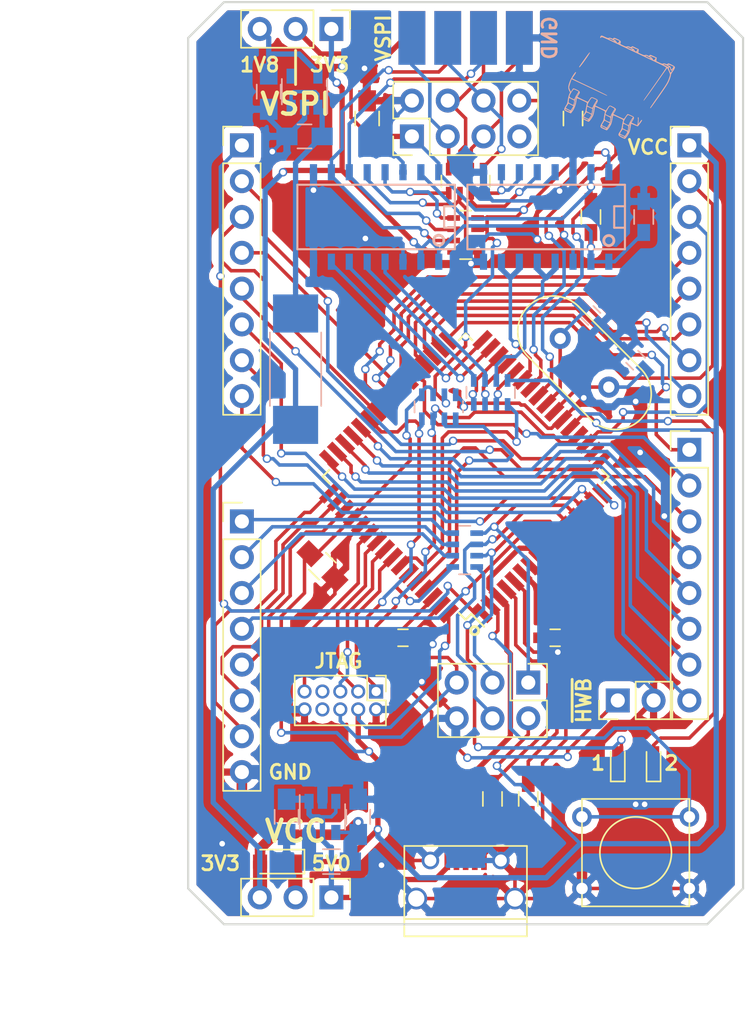
<source format=kicad_pcb>
(kicad_pcb (version 4) (host pcbnew 4.0.5)
  (layers (0 F.Cu signal) (31 B.Cu signal) (34 B.Paste user) (35 F.Paste user) (36 B.SilkS user) (37 F.SilkS user) (38 B.Mask user) (39 F.Mask user) (44 Edge.Cuts user))
  (net 0 "")
  (net 1 /VBUS)
  (net 2 GND)
  (net 3 "Net-(C2-Pad1)")
  (net 4 "Net-(C3-Pad1)")
  (net 5 "Net-(C4-Pad1)")
  (net 6 "Net-(C5-Pad1)")
  (net 7 +3V3)
  (net 8 VCC)
  (net 9 "Net-(C8-Pad1)")
  (net 10 /1V8)
  (net 11 VSPI)
  (net 12 /SW)
  (net 13 "Net-(L1-Pad1)")
  (net 14 /TCK)
  (net 15 /TDO)
  (net 16 /TMS)
  (net 17 /~RST)
  (net 18 /TDI)
  (net 19 /UDM)
  (net 20 /UDP)
  (net 21 /USB_ID)
  (net 22 /AMISO)
  (net 23 /ASCK)
  (net 24 /AMOSI)
  (net 25 /A18)
  (net 26 /A16)
  (net 27 /A15)
  (net 28 /A12)
  (net 29 /A7)
  (net 30 /A6)
  (net 31 /A5)
  (net 32 /A4)
  (net 33 /A3)
  (net 34 /A2)
  (net 35 /A1)
  (net 36 /A0)
  (net 37 /D0)
  (net 38 /D1)
  (net 39 /D2)
  (net 40 /~WR)
  (net 41 /A17)
  (net 42 /A14)
  (net 43 /A13)
  (net 44 /A8)
  (net 45 /A9)
  (net 46 /A11)
  (net 47 /~RD)
  (net 48 /A10)
  (net 49 /~CE)
  (net 50 /D7)
  (net 51 /D6)
  (net 52 /D5)
  (net 53 /D4)
  (net 54 /D3)
  (net 55 /QMOSI)
  (net 56 /~QCS)
  (net 57 /QSCK)
  (net 58 ~ESPI_EN)
  (net 59 ESPI_BUF)
  (net 60 "Net-(R17-Pad2)")
  (net 61 "Net-(R18-Pad2)")
  (net 62 /ICK)
  (net 63 /~ESPI_HD)
  (net 64 /~ESPI_WP)
  (net 65 /~ICS)
  (net 66 /ESPI_MOSI)
  (net 67 /ESPI_CK)
  (net 68 /ESPI_MISO)
  (net 69 /~ESPI_CS)
  (net 70 /IMISO)
  (net 71 /IMOSI)
  (net 72 /QMISO)
  (net 73 /~QWP)
  (net 74 /~QHD)
  (net 75 /LD1)
  (net 76 /LD2)
  (net 77 /~HWB)
  (net 78 /VSPI_ADC)
  (net 79 "Net-(RP5-Pad8)")
  (net 80 "Net-(RP5-Pad7)")
  (net 81 "Net-(RP5-Pad6)")
  (net 82 /LR1)
  (net 83 /LR2)
  (module Connect:USB_Micro-B (layer F.Cu) (at 150.495 132.08)
    (fp_text reference P2 hide)
    (fp_text value USB_OTG)
    (pad 1 smd rect (at -1.3 -1.35 90) (size 1.35 0.4) (layers F.Cu F.Paste F.Mask) (net 1 /VBUS))
    (pad 2 smd rect (at -0.65 -1.35 90) (size 1.35 0.4) (layers F.Cu F.Paste F.Mask) (net 19 /UDM))
    (pad 3 smd rect (at 0 -1.35 90) (size 1.35 0.4) (layers F.Cu F.Paste F.Mask) (net 20 /UDP))
    (pad 4 smd rect (at 0.65 -1.35 90) (size 1.35 0.4) (layers F.Cu F.Paste F.Mask) (net 21 /USB_ID))
    (pad 5 smd rect (at 1.3 -1.35 90) (size 1.35 0.4) (layers F.Cu F.Paste F.Mask) (net 2 GND))
    (pad 6 thru_hole circle (at -2.5 -1.35 90) (size 1.25 1.25) (drill 0.85) (layers *.Cu *.Mask) (net 2 GND))
    (pad 6 thru_hole circle (at 2.5 -1.35 90) (size 1.25 1.25) (drill 0.85) (layers *.Cu *.Mask) (net 2 GND))
    (pad 6 thru_hole circle (at -3.5 1.35 90) (size 1.55 1.55) (drill 1.15) (layers *.Cu *.Mask) (net 2 GND))
    (pad 6 thru_hole circle (at 3.5 1.35 90) (size 1.55 1.55) (drill 1.15) (layers *.Cu *.Mask) (net 2 GND))
  )
  (module LOGO (layer B.Cu) (at 161.417 75.311 180)
    (fp_text reference G*** hide)
    (fp_text value LOGO hide)
  )
  (module Power_Integrations:PDIP-8 (layer F.Cu) (at 150.495 72.39)
    (fp_text reference U6 hide)
    (fp_text value DIL8)
    (pad 1 smd rect (at -3.81 0) (size 1.905 3.81) (layers B.Cu B.Paste B.Mask) (net 69 /~ESPI_CS))
    (pad 2 smd rect (at -1.27 0) (size 1.905 3.81) (layers B.Cu B.Paste B.Mask) (net 68 /ESPI_MISO))
    (pad 3 smd rect (at 1.27 0) (size 1.905 3.81) (layers B.Cu B.Paste B.Mask) (net 64 /~ESPI_WP))
    (pad 4 smd rect (at 3.81 0) (size 1.905 3.81) (layers B.Cu B.Paste B.Mask) (net 2 GND))
    (pad 5 smd rect (at 3.81 0) (size 1.905 3.81) (layers F.Cu F.Paste F.Mask) (net 66 /ESPI_MOSI))
    (pad 6 smd trapezoid (at 1.27 0) (size 1.905 3.81) (layers F.Cu F.Paste F.Mask) (net 67 /ESPI_CK))
    (pad 7 smd rect (at -1.27 0) (size 1.905 3.81) (layers F.Cu F.Paste F.Mask) (net 63 /~ESPI_HD))
    (pad 8 smd rect (at -3.81 0) (size 1.905 3.81) (layers F.Cu F.Paste F.Mask) (net 11 VSPI))
  )
  (module Capacitors_SMD:C_0805_HandSoldering (layer B.Cu) (at 137.795 127.635 270)
    (fp_text reference C1 hide)
    (fp_text value 10u)
    (pad 1 smd rect (at -1.25 0 270) (size 1.5 1.25) (layers B.Cu B.Paste B.Mask) (net 1 /VBUS))
    (pad 2 smd rect (at 1.25 0 270) (size 1.5 1.25) (layers B.Cu B.Paste B.Mask) (net 2 GND))
  )
  (module Capacitors_SMD:C_0603_HandSoldering (layer B.Cu) (at 159.385 92.075 315)
    (fp_text reference C2 hide)
    (fp_text value 22p)
    (pad 1 smd rect (at -0.95 0 315) (size 1.2 0.75) (layers B.Cu B.Paste B.Mask) (net 3 "Net-(C2-Pad1)"))
    (pad 2 smd rect (at 0.95 0 315) (size 1.2 0.75) (layers B.Cu B.Paste B.Mask) (net 2 GND))
  )
  (module Capacitors_SMD:C_0603_HandSoldering (layer B.Cu) (at 162.56 95.25 135)
    (fp_text reference C3 hide)
    (fp_text value 22p)
    (pad 1 smd rect (at -0.95 0 135) (size 1.2 0.75) (layers B.Cu B.Paste B.Mask) (net 4 "Net-(C3-Pad1)"))
    (pad 2 smd rect (at 0.95 0 135) (size 1.2 0.75) (layers B.Cu B.Paste B.Mask) (net 2 GND))
  )
  (module Capacitors_SMD:C_0603_HandSoldering (layer F.Cu) (at 156.845 114.935 180)
    (fp_text reference C4 hide)
    (fp_text value 1u)
    (pad 1 smd rect (at -0.95 0 180) (size 1.2 0.75) (layers F.Cu F.Paste F.Mask) (net 5 "Net-(C4-Pad1)"))
    (pad 2 smd rect (at 0.95 0 180) (size 1.2 0.75) (layers F.Cu F.Paste F.Mask) (net 2 GND))
  )
  (module Capacitors_SMD:C_0603_HandSoldering (layer F.Cu) (at 146.05 114.935)
    (fp_text reference C5 hide)
    (fp_text value 1u)
    (pad 1 smd rect (at -0.95 0) (size 1.2 0.75) (layers F.Cu F.Paste F.Mask) (net 6 "Net-(C5-Pad1)"))
    (pad 2 smd rect (at 0.95 0) (size 1.2 0.75) (layers F.Cu F.Paste F.Mask) (net 2 GND))
  )
  (module Capacitors_SMD:C_0805_HandSoldering (layer B.Cu) (at 142.875 127.635 90)
    (fp_text reference C6 hide)
    (fp_text value 10u)
    (pad 1 smd rect (at -1.25 0 90) (size 1.5 1.25) (layers B.Cu B.Paste B.Mask) (net 7 +3V3))
    (pad 2 smd rect (at 1.25 0 90) (size 1.5 1.25) (layers B.Cu B.Paste B.Mask) (net 2 GND))
  )
  (module Capacitors_SMD:C_0805_HandSoldering (layer F.Cu) (at 140.335 109.855 315)
    (fp_text reference C7 hide)
    (fp_text value 10u)
    (pad 1 smd rect (at -1.25 0 315) (size 1.5 1.25) (layers F.Cu F.Paste F.Mask) (net 8 VCC))
    (pad 2 smd rect (at 1.25 0 315) (size 1.5 1.25) (layers F.Cu F.Paste F.Mask) (net 2 GND))
  )
  (module Capacitors_SMD:C_0805_HandSoldering (layer B.Cu) (at 139.065 79.375 180)
    (fp_text reference C8 hide)
    (fp_text value 10u)
    (pad 1 smd rect (at -1.25 0 180) (size 1.5 1.25) (layers B.Cu B.Paste B.Mask) (net 9 "Net-(C8-Pad1)"))
    (pad 2 smd rect (at 1.25 0 180) (size 1.5 1.25) (layers B.Cu B.Paste B.Mask) (net 2 GND))
  )
  (module Capacitors_SMD:C_0805_HandSoldering (layer B.Cu) (at 136.525 76.2 270)
    (fp_text reference C9 hide)
    (fp_text value 10u)
    (pad 1 smd rect (at -1.25 0 270) (size 1.5 1.25) (layers B.Cu B.Paste B.Mask) (net 10 /1V8))
    (pad 2 smd rect (at 1.25 0 270) (size 1.5 1.25) (layers B.Cu B.Paste B.Mask) (net 2 GND))
  )
  (module Capacitors_SMD:C_0805_HandSoldering (layer F.Cu) (at 143.51 78.105 90)
    (fp_text reference C10 hide)
    (fp_text value 10u)
    (pad 1 smd rect (at -1.25 0 90) (size 1.5 1.25) (layers F.Cu F.Paste F.Mask) (net 11 VSPI))
    (pad 2 smd rect (at 1.25 0 90) (size 1.5 1.25) (layers F.Cu F.Paste F.Mask) (net 2 GND))
  )
  (module LEDs:LED_0603 (layer F.Cu) (at 161.29 123.825 90)
    (fp_text reference D1 hide)
    (fp_text value LED)
    (pad 2 smd rect (at 0.8 0 270) (size 0.8 0.8) (layers F.Cu F.Paste F.Mask) (net 82 /LR1))
    (pad 1 smd rect (at -0.8 0 270) (size 0.8 0.8) (layers F.Cu F.Paste F.Mask) (net 2 GND))
  )
  (module LEDs:LED_0603 (layer F.Cu) (at 163.83 123.825 90)
    (fp_text reference D2 hide)
    (fp_text value LED)
    (pad 2 smd rect (at 0.8 0 270) (size 0.8 0.8) (layers F.Cu F.Paste F.Mask) (net 83 /LR2))
    (pad 1 smd rect (at -0.8 0 270) (size 0.8 0.8) (layers F.Cu F.Paste F.Mask) (net 2 GND))
  )
  (module Diodes_SMD:D_SOD-323_HandSoldering (layer F.Cu) (at 137.16 130.81 180)
    (fp_text reference D3 hide)
    (fp_text value SMD)
    (pad 1 smd rect (at -1.25 0 180) (size 1 1) (layers F.Cu F.Paste F.Mask) (net 8 VCC))
    (pad 2 smd rect (at 1.25 0 180) (size 1 1) (layers F.Cu F.Paste F.Mask) (net 7 +3V3))
  )
  (module Buttons_Switches_ThroughHole:SW_PUSH_SMALL (layer F.Cu) (at 162.56 130.175 180)
    (fp_text reference JP1 hide)
    (fp_text value Button)
    (pad 1 thru_hole circle (at 3.81 -2.54 180) (size 1.397 1.397) (drill 0.8128) (layers *.Cu *.Mask) (net 2 GND))
    (pad 2 thru_hole circle (at 3.81 2.54 180) (size 1.397 1.397) (drill 0.8128) (layers *.Cu *.Mask) (net 12 /SW))
    (pad 1 thru_hole circle (at -3.81 -2.54 180) (size 1.397 1.397) (drill 0.8128) (layers *.Cu *.Mask) (net 2 GND))
    (pad 2 thru_hole circle (at -3.81 2.54 180) (size 1.397 1.397) (drill 0.8128) (layers *.Cu *.Mask) (net 12 /SW))
  )
  (module Resistors_SMD:R_0805_HandSoldering (layer B.Cu) (at 140.97 130.81)
    (fp_text reference L1 hide)
    (fp_text value 2u2)
    (pad 1 smd rect (at -1.35 0) (size 1.5 1.3) (layers B.Cu B.Paste B.Mask) (net 13 "Net-(L1-Pad1)"))
    (pad 2 smd rect (at 1.35 0) (size 1.5 1.3) (layers B.Cu B.Paste B.Mask) (net 7 +3V3))
  )
  (module Pin_Headers:Pin_Header_Straight_2x05_Pitch1.27mm (layer F.Cu) (at 144.145 118.745 270)
    (fp_text reference P1 hide)
    (fp_text value AVR_JTAG)
    (pad 1 thru_hole rect (at 0 0 270) (size 1 1) (drill 0.65) (layers *.Cu *.Mask) (net 14 /TCK))
    (pad 2 thru_hole oval (at 1.27 0 270) (size 1 1) (drill 0.65) (layers *.Cu *.Mask) (net 2 GND))
    (pad 3 thru_hole oval (at 0 1.27 270) (size 1 1) (drill 0.65) (layers *.Cu *.Mask) (net 15 /TDO))
    (pad 4 thru_hole oval (at 1.27 1.27 270) (size 1 1) (drill 0.65) (layers *.Cu *.Mask) (net 8 VCC))
    (pad 5 thru_hole oval (at 0 2.54 270) (size 1 1) (drill 0.65) (layers *.Cu *.Mask) (net 16 /TMS))
    (pad 6 thru_hole oval (at 1.27 2.54 270) (size 1 1) (drill 0.65) (layers *.Cu *.Mask) (net 17 /~RST))
    (pad 7 thru_hole oval (at 0 3.81 270) (size 1 1) (drill 0.65) (layers *.Cu *.Mask))
    (pad 8 thru_hole oval (at 1.27 3.81 270) (size 1 1) (drill 0.65) (layers *.Cu *.Mask))
    (pad 9 thru_hole oval (at 0 5.08 270) (size 1 1) (drill 0.65) (layers *.Cu *.Mask) (net 18 /TDI))
    (pad 10 thru_hole oval (at 1.27 5.08 270) (size 1 1) (drill 0.65) (layers *.Cu *.Mask) (net 2 GND))
  )
  (module Pin_Headers:Pin_Header_Straight_1x02_Pitch2.54mm (layer F.Cu) (at 161.29 119.38 90)
    (fp_text reference P3 hide)
    (fp_text value BOOT/ALE)
    (pad 1 thru_hole rect (at 0 0 90) (size 1.7 1.7) (drill 1) (layers *.Cu *.Mask) (net 77 /~HWB))
    (pad 2 thru_hole oval (at 0 2.54 90) (size 1.7 1.7) (drill 1) (layers *.Cu *.Mask) (net 2 GND))
  )
  (module Pin_Headers:Pin_Header_Straight_2x03_Pitch2.54mm (layer F.Cu) (at 154.94 118.11 270)
    (fp_text reference P4 hide)
    (fp_text value AVRISP)
    (pad 1 thru_hole rect (at 0 0 270) (size 1.7 1.7) (drill 1) (layers *.Cu *.Mask) (net 22 /AMISO))
    (pad 2 thru_hole oval (at 2.54 0 270) (size 1.7 1.7) (drill 1) (layers *.Cu *.Mask) (net 8 VCC))
    (pad 3 thru_hole oval (at 0 2.54 270) (size 1.7 1.7) (drill 1) (layers *.Cu *.Mask) (net 23 /ASCK))
    (pad 4 thru_hole oval (at 2.54 2.54 270) (size 1.7 1.7) (drill 1) (layers *.Cu *.Mask) (net 24 /AMOSI))
    (pad 5 thru_hole oval (at 0 5.08 270) (size 1.7 1.7) (drill 1) (layers *.Cu *.Mask) (net 17 /~RST))
    (pad 6 thru_hole oval (at 2.54 5.08 270) (size 1.7 1.7) (drill 1) (layers *.Cu *.Mask) (net 2 GND))
  )
  (module Pin_Headers:Pin_Header_Straight_1x08_Pitch2.54mm (layer F.Cu) (at 134.62 80.01)
    (fp_text reference P5 hide)
    (fp_text value UL)
    (pad 1 thru_hole rect (at 0 0) (size 1.7 1.7) (drill 1) (layers *.Cu *.Mask) (net 25 /A18))
    (pad 2 thru_hole oval (at 0 2.54) (size 1.7 1.7) (drill 1) (layers *.Cu *.Mask) (net 26 /A16))
    (pad 3 thru_hole oval (at 0 5.08) (size 1.7 1.7) (drill 1) (layers *.Cu *.Mask) (net 27 /A15))
    (pad 4 thru_hole oval (at 0 7.62) (size 1.7 1.7) (drill 1) (layers *.Cu *.Mask) (net 28 /A12))
    (pad 5 thru_hole oval (at 0 10.16) (size 1.7 1.7) (drill 1) (layers *.Cu *.Mask) (net 29 /A7))
    (pad 6 thru_hole oval (at 0 12.7) (size 1.7 1.7) (drill 1) (layers *.Cu *.Mask) (net 30 /A6))
    (pad 7 thru_hole oval (at 0 15.24) (size 1.7 1.7) (drill 1) (layers *.Cu *.Mask) (net 31 /A5))
    (pad 8 thru_hole oval (at 0 17.78) (size 1.7 1.7) (drill 1) (layers *.Cu *.Mask) (net 32 /A4))
  )
  (module Pin_Headers:Pin_Header_Straight_1x08_Pitch2.54mm (layer F.Cu) (at 134.62 106.68)
    (fp_text reference P6 hide)
    (fp_text value DL)
    (pad 1 thru_hole rect (at 0 0) (size 1.7 1.7) (drill 1) (layers *.Cu *.Mask) (net 33 /A3))
    (pad 2 thru_hole oval (at 0 2.54) (size 1.7 1.7) (drill 1) (layers *.Cu *.Mask) (net 34 /A2))
    (pad 3 thru_hole oval (at 0 5.08) (size 1.7 1.7) (drill 1) (layers *.Cu *.Mask) (net 35 /A1))
    (pad 4 thru_hole oval (at 0 7.62) (size 1.7 1.7) (drill 1) (layers *.Cu *.Mask) (net 36 /A0))
    (pad 5 thru_hole oval (at 0 10.16) (size 1.7 1.7) (drill 1) (layers *.Cu *.Mask) (net 37 /D0))
    (pad 6 thru_hole oval (at 0 12.7) (size 1.7 1.7) (drill 1) (layers *.Cu *.Mask) (net 38 /D1))
    (pad 7 thru_hole oval (at 0 15.24) (size 1.7 1.7) (drill 1) (layers *.Cu *.Mask) (net 39 /D2))
    (pad 8 thru_hole oval (at 0 17.78) (size 1.7 1.7) (drill 1) (layers *.Cu *.Mask) (net 2 GND))
  )
  (module Pin_Headers:Pin_Header_Straight_1x08_Pitch2.54mm (layer F.Cu) (at 166.37 80.01)
    (fp_text reference P7 hide)
    (fp_text value UR)
    (pad 1 thru_hole rect (at 0 0) (size 1.7 1.7) (drill 1) (layers *.Cu *.Mask) (net 8 VCC))
    (pad 2 thru_hole oval (at 0 2.54) (size 1.7 1.7) (drill 1) (layers *.Cu *.Mask) (net 40 /~WR))
    (pad 3 thru_hole oval (at 0 5.08) (size 1.7 1.7) (drill 1) (layers *.Cu *.Mask) (net 41 /A17))
    (pad 4 thru_hole oval (at 0 7.62) (size 1.7 1.7) (drill 1) (layers *.Cu *.Mask) (net 42 /A14))
    (pad 5 thru_hole oval (at 0 10.16) (size 1.7 1.7) (drill 1) (layers *.Cu *.Mask) (net 43 /A13))
    (pad 6 thru_hole oval (at 0 12.7) (size 1.7 1.7) (drill 1) (layers *.Cu *.Mask) (net 44 /A8))
    (pad 7 thru_hole oval (at 0 15.24) (size 1.7 1.7) (drill 1) (layers *.Cu *.Mask) (net 45 /A9))
    (pad 8 thru_hole oval (at 0 17.78) (size 1.7 1.7) (drill 1) (layers *.Cu *.Mask) (net 46 /A11))
  )
  (module Pin_Headers:Pin_Header_Straight_1x08_Pitch2.54mm (layer F.Cu) (at 166.37 101.6)
    (fp_text reference P8 hide)
    (fp_text value DR)
    (pad 1 thru_hole rect (at 0 0) (size 1.7 1.7) (drill 1) (layers *.Cu *.Mask) (net 47 /~RD))
    (pad 2 thru_hole oval (at 0 2.54) (size 1.7 1.7) (drill 1) (layers *.Cu *.Mask) (net 48 /A10))
    (pad 3 thru_hole oval (at 0 5.08) (size 1.7 1.7) (drill 1) (layers *.Cu *.Mask) (net 49 /~CE))
    (pad 4 thru_hole oval (at 0 7.62) (size 1.7 1.7) (drill 1) (layers *.Cu *.Mask) (net 50 /D7))
    (pad 5 thru_hole oval (at 0 10.16) (size 1.7 1.7) (drill 1) (layers *.Cu *.Mask) (net 51 /D6))
    (pad 6 thru_hole oval (at 0 12.7) (size 1.7 1.7) (drill 1) (layers *.Cu *.Mask) (net 52 /D5))
    (pad 7 thru_hole oval (at 0 15.24) (size 1.7 1.7) (drill 1) (layers *.Cu *.Mask) (net 53 /D4))
    (pad 8 thru_hole oval (at 0 17.78) (size 1.7 1.7) (drill 1) (layers *.Cu *.Mask) (net 54 /D3))
  )
  (module Resistors_SMD:R_0603_HandSoldering (layer B.Cu) (at 163.1315 85.09 90)
    (fp_text reference R7 hide)
    (fp_text value 1k5)
    (pad 1 smd rect (at -1.1 0 90) (size 1.2 0.9) (layers B.Cu B.Paste B.Mask) (net 7 +3V3))
    (pad 2 smd rect (at 1.1 0 90) (size 1.2 0.9) (layers B.Cu B.Paste B.Mask) (net 2 GND))
  )
  (module Resistors_SMD:R_2512_HandSoldering (layer B.Cu) (at 138.43 95.885 270)
    (fp_text reference R8 hide)
    (fp_text value 8R2)
    (pad 1 smd rect (at -3.95 0 270) (size 2.7 3.2) (layers B.Cu B.Paste B.Mask) (net 9 "Net-(C8-Pad1)"))
    (pad 2 smd rect (at 3.95 0 270) (size 2.7 3.2) (layers B.Cu B.Paste B.Mask) (net 7 +3V3))
  )
  (module Resistors_SMD:R_0603_HandSoldering (layer F.Cu) (at 159.385 85.09 270)
    (fp_text reference R15 hide)
    (fp_text value 10k)
    (pad 1 smd rect (at -1.1 0 270) (size 1.2 0.9) (layers F.Cu F.Paste F.Mask) (net 58 ~ESPI_EN))
    (pad 2 smd rect (at 1.1 0 270) (size 1.2 0.9) (layers F.Cu F.Paste F.Mask) (net 7 +3V3))
  )
  (module Resistors_SMD:R_0603_HandSoldering (layer F.Cu) (at 158.115 78.105 270)
    (fp_text reference R16 hide)
    (fp_text value 10k)
    (pad 1 smd rect (at -1.1 0 270) (size 1.2 0.9) (layers F.Cu F.Paste F.Mask) (net 59 ESPI_BUF))
    (pad 2 smd rect (at 1.1 0 270) (size 1.2 0.9) (layers F.Cu F.Paste F.Mask) (net 11 VSPI))
  )
  (module Resistors_SMD:R_0603_HandSoldering (layer F.Cu) (at 152.4 126.365 90)
    (fp_text reference R17 hide)
    (fp_text value 22)
    (pad 1 smd rect (at -1.1 0 90) (size 1.2 0.9) (layers F.Cu F.Paste F.Mask) (net 19 /UDM))
    (pad 2 smd rect (at 1.1 0 90) (size 1.2 0.9) (layers F.Cu F.Paste F.Mask) (net 60 "Net-(R17-Pad2)"))
  )
  (module Resistors_SMD:R_0603_HandSoldering (layer F.Cu) (at 154.94 126.365 90)
    (fp_text reference R18 hide)
    (fp_text value 22)
    (pad 1 smd rect (at -1.1 0 90) (size 1.2 0.9) (layers F.Cu F.Paste F.Mask) (net 20 /UDP))
    (pad 2 smd rect (at 1.1 0 90) (size 1.2 0.9) (layers F.Cu F.Paste F.Mask) (net 61 "Net-(R18-Pad2)"))
  )
  (module Resistors_SMD:R_Array_Concave_4x0603 (layer F.Cu) (at 150.495 86.36 180)
    (fp_text reference RP1 hide)
    (fp_text value 10k)
    (pad 2 smd rect (at -0.85 -0.4 180) (size 0.9 0.4) (layers F.Cu F.Paste F.Mask) (net 11 VSPI))
    (pad 3 smd rect (at -0.85 0.4 180) (size 0.9 0.4) (layers F.Cu F.Paste F.Mask) (net 11 VSPI))
    (pad 1 smd rect (at -0.85 -1.2 180) (size 0.9 0.4) (layers F.Cu F.Paste F.Mask) (net 2 GND))
    (pad 4 smd rect (at -0.85 1.2 180) (size 0.9 0.4) (layers F.Cu F.Paste F.Mask) (net 11 VSPI))
    (pad 8 smd rect (at 0.85 -1.2 180) (size 0.9 0.4) (layers F.Cu F.Paste F.Mask) (net 62 /ICK))
    (pad 7 smd rect (at 0.85 -0.4 180) (size 0.9 0.4) (layers F.Cu F.Paste F.Mask) (net 63 /~ESPI_HD))
    (pad 6 smd rect (at 0.85 0.4 180) (size 0.9 0.4) (layers F.Cu F.Paste F.Mask) (net 64 /~ESPI_WP))
    (pad 5 smd rect (at 0.85 1.2 180) (size 0.9 0.4) (layers F.Cu F.Paste F.Mask) (net 65 /~ICS))
  )
  (module Resistors_SMD:R_Array_Concave_4x0603 (layer F.Cu) (at 150.495 82.55 270)
    (fp_text reference RP2 hide)
    (fp_text value 49R9)
    (pad 2 smd rect (at -0.85 -0.4 270) (size 0.9 0.4) (layers F.Cu F.Paste F.Mask) (net 66 /ESPI_MOSI))
    (pad 3 smd rect (at -0.85 0.4 270) (size 0.9 0.4) (layers F.Cu F.Paste F.Mask) (net 67 /ESPI_CK))
    (pad 1 smd rect (at -0.85 -1.2 270) (size 0.9 0.4) (layers F.Cu F.Paste F.Mask) (net 68 /ESPI_MISO))
    (pad 4 smd rect (at -0.85 1.2 270) (size 0.9 0.4) (layers F.Cu F.Paste F.Mask) (net 69 /~ESPI_CS))
    (pad 8 smd rect (at 0.85 -1.2 270) (size 0.9 0.4) (layers F.Cu F.Paste F.Mask) (net 70 /IMISO))
    (pad 7 smd rect (at 0.85 -0.4 270) (size 0.9 0.4) (layers F.Cu F.Paste F.Mask) (net 71 /IMOSI))
    (pad 6 smd rect (at 0.85 0.4 270) (size 0.9 0.4) (layers F.Cu F.Paste F.Mask) (net 62 /ICK))
    (pad 5 smd rect (at 0.85 1.2 270) (size 0.9 0.4) (layers F.Cu F.Paste F.Mask) (net 65 /~ICS))
  )
  (module TO_SOT_Packages_SMD:SOT-23-5 (layer B.Cu) (at 140.335 127.635 270)
    (fp_text reference U1 hide)
    (fp_text value LM3671MF-3.3/NOPB)
    (pad 1 smd rect (at -1.1 0.95 270) (size 1.06 0.65) (layers B.Cu B.Paste B.Mask) (net 1 /VBUS))
    (pad 2 smd rect (at -1.1 0 270) (size 1.06 0.65) (layers B.Cu B.Paste B.Mask) (net 2 GND))
    (pad 3 smd rect (at -1.1 -0.95 270) (size 1.06 0.65) (layers B.Cu B.Paste B.Mask) (net 1 /VBUS))
    (pad 4 smd rect (at 1.1 -0.95 270) (size 1.06 0.65) (layers B.Cu B.Paste B.Mask) (net 7 +3V3))
    (pad 5 smd rect (at 1.1 0.95 270) (size 1.06 0.65) (layers B.Cu B.Paste B.Mask) (net 13 "Net-(L1-Pad1)"))
  )
  (module Housings_QFP:TQFP-64_14x14mm_Pitch0.8mm (layer F.Cu) (at 150.495 103.505 135)
    (fp_text reference U2 hide)
    (fp_text value AT90USB646-AU)
    (pad 1 smd rect (at -7.7 -6 135) (size 1.5 0.55) (layers F.Cu F.Paste F.Mask) (net 25 /A18))
    (pad 2 smd rect (at -7.7 -5.2 135) (size 1.5 0.55) (layers F.Cu F.Paste F.Mask) (net 12 /SW))
    (pad 3 smd rect (at -7.7 -4.4 135) (size 1.5 0.55) (layers F.Cu F.Paste F.Mask) (net 1 /VBUS))
    (pad 4 smd rect (at -7.7 -3.6 135) (size 1.5 0.55) (layers F.Cu F.Paste F.Mask) (net 60 "Net-(R17-Pad2)"))
    (pad 5 smd rect (at -7.7 -2.8 135) (size 1.5 0.55) (layers F.Cu F.Paste F.Mask) (net 61 "Net-(R18-Pad2)"))
    (pad 6 smd rect (at -7.7 -2 135) (size 1.5 0.55) (layers F.Cu F.Paste F.Mask) (net 2 GND))
    (pad 7 smd rect (at -7.7 -1.2 135) (size 1.5 0.55) (layers F.Cu F.Paste F.Mask) (net 5 "Net-(C4-Pad1)"))
    (pad 8 smd rect (at -7.7 -0.4 135) (size 1.5 0.55) (layers F.Cu F.Paste F.Mask) (net 1 /VBUS))
    (pad 9 smd rect (at -7.7 0.4 135) (size 1.5 0.55) (layers F.Cu F.Paste F.Mask) (net 21 /USB_ID))
    (pad 10 smd rect (at -7.7 1.2 135) (size 1.5 0.55) (layers F.Cu F.Paste F.Mask) (net 36 /A0))
    (pad 11 smd rect (at -7.7 2 135) (size 1.5 0.55) (layers F.Cu F.Paste F.Mask) (net 23 /ASCK))
    (pad 12 smd rect (at -7.7 2.8 135) (size 1.5 0.55) (layers F.Cu F.Paste F.Mask) (net 24 /AMOSI))
    (pad 13 smd rect (at -7.7 3.6 135) (size 1.5 0.55) (layers F.Cu F.Paste F.Mask) (net 22 /AMISO))
    (pad 14 smd rect (at -7.7 4.4 135) (size 1.5 0.55) (layers F.Cu F.Paste F.Mask) (net 32 /A4))
    (pad 15 smd rect (at -7.7 5.2 135) (size 1.5 0.55) (layers F.Cu F.Paste F.Mask) (net 31 /A5))
    (pad 16 smd rect (at -7.7 6 135) (size 1.5 0.55) (layers F.Cu F.Paste F.Mask) (net 30 /A6))
    (pad 17 smd rect (at -6 7.7 225) (size 1.5 0.55) (layers F.Cu F.Paste F.Mask) (net 29 /A7))
    (pad 18 smd rect (at -5.2 7.7 225) (size 1.5 0.55) (layers F.Cu F.Paste F.Mask) (net 26 /A16))
    (pad 19 smd rect (at -4.4 7.7 225) (size 1.5 0.55) (layers F.Cu F.Paste F.Mask) (net 41 /A17))
    (pad 20 smd rect (at -3.6 7.7 225) (size 1.5 0.55) (layers F.Cu F.Paste F.Mask) (net 17 /~RST))
    (pad 21 smd rect (at -2.8 7.7 225) (size 1.5 0.55) (layers F.Cu F.Paste F.Mask) (net 8 VCC))
    (pad 22 smd rect (at -2 7.7 225) (size 1.5 0.55) (layers F.Cu F.Paste F.Mask) (net 2 GND))
    (pad 23 smd rect (at -1.2 7.7 225) (size 1.5 0.55) (layers F.Cu F.Paste F.Mask) (net 4 "Net-(C3-Pad1)"))
    (pad 24 smd rect (at -0.4 7.7 225) (size 1.5 0.55) (layers F.Cu F.Paste F.Mask) (net 3 "Net-(C2-Pad1)"))
    (pad 25 smd rect (at 0.4 7.7 225) (size 1.5 0.55) (layers F.Cu F.Paste F.Mask) (net 58 ~ESPI_EN))
    (pad 26 smd rect (at 1.2 7.7 225) (size 1.5 0.55) (layers F.Cu F.Paste F.Mask) (net 59 ESPI_BUF))
    (pad 27 smd rect (at 2 7.7 225) (size 1.5 0.55) (layers F.Cu F.Paste F.Mask) (net 72 /QMISO))
    (pad 28 smd rect (at 2.8 7.7 225) (size 1.5 0.55) (layers F.Cu F.Paste F.Mask) (net 81 "Net-(RP5-Pad6)"))
    (pad 29 smd rect (at 3.6 7.7 225) (size 1.5 0.55) (layers F.Cu F.Paste F.Mask) (net 80 "Net-(RP5-Pad7)"))
    (pad 30 smd rect (at 4.4 7.7 225) (size 1.5 0.55) (layers F.Cu F.Paste F.Mask) (net 79 "Net-(RP5-Pad8)"))
    (pad 31 smd rect (at 5.2 7.7 225) (size 1.5 0.55) (layers F.Cu F.Paste F.Mask) (net 73 /~QWP))
    (pad 32 smd rect (at 6 7.7 225) (size 1.5 0.55) (layers F.Cu F.Paste F.Mask) (net 74 /~QHD))
    (pad 33 smd rect (at 7.7 6 135) (size 1.5 0.55) (layers F.Cu F.Paste F.Mask) (net 40 /~WR))
    (pad 34 smd rect (at 7.7 5.2 135) (size 1.5 0.55) (layers F.Cu F.Paste F.Mask) (net 47 /~RD))
    (pad 35 smd rect (at 7.7 4.4 135) (size 1.5 0.55) (layers F.Cu F.Paste F.Mask) (net 44 /A8))
    (pad 36 smd rect (at 7.7 3.6 135) (size 1.5 0.55) (layers F.Cu F.Paste F.Mask) (net 45 /A9))
    (pad 37 smd rect (at 7.7 2.8 135) (size 1.5 0.55) (layers F.Cu F.Paste F.Mask) (net 48 /A10))
    (pad 38 smd rect (at 7.7 2 135) (size 1.5 0.55) (layers F.Cu F.Paste F.Mask) (net 46 /A11))
    (pad 39 smd rect (at 7.7 1.2 135) (size 1.5 0.55) (layers F.Cu F.Paste F.Mask) (net 28 /A12))
    (pad 40 smd rect (at 7.7 0.4 135) (size 1.5 0.55) (layers F.Cu F.Paste F.Mask) (net 43 /A13))
    (pad 41 smd rect (at 7.7 -0.4 135) (size 1.5 0.55) (layers F.Cu F.Paste F.Mask) (net 42 /A14))
    (pad 42 smd rect (at 7.7 -1.2 135) (size 1.5 0.55) (layers F.Cu F.Paste F.Mask) (net 27 /A15))
    (pad 43 smd rect (at 7.7 -2 135) (size 1.5 0.55) (layers F.Cu F.Paste F.Mask) (net 77 /~HWB))
    (pad 44 smd rect (at 7.7 -2.8 135) (size 1.5 0.55) (layers F.Cu F.Paste F.Mask) (net 50 /D7))
    (pad 45 smd rect (at 7.7 -3.6 135) (size 1.5 0.55) (layers F.Cu F.Paste F.Mask) (net 51 /D6))
    (pad 46 smd rect (at 7.7 -4.4 135) (size 1.5 0.55) (layers F.Cu F.Paste F.Mask) (net 52 /D5))
    (pad 47 smd rect (at 7.7 -5.2 135) (size 1.5 0.55) (layers F.Cu F.Paste F.Mask) (net 53 /D4))
    (pad 48 smd rect (at 7.7 -6 135) (size 1.5 0.55) (layers F.Cu F.Paste F.Mask) (net 54 /D3))
    (pad 49 smd rect (at 6 -7.7 225) (size 1.5 0.55) (layers F.Cu F.Paste F.Mask) (net 39 /D2))
    (pad 50 smd rect (at 5.2 -7.7 225) (size 1.5 0.55) (layers F.Cu F.Paste F.Mask) (net 38 /D1))
    (pad 51 smd rect (at 4.4 -7.7 225) (size 1.5 0.55) (layers F.Cu F.Paste F.Mask) (net 37 /D0))
    (pad 52 smd rect (at 3.6 -7.7 225) (size 1.5 0.55) (layers F.Cu F.Paste F.Mask) (net 8 VCC))
    (pad 53 smd rect (at 2.8 -7.7 225) (size 1.5 0.55) (layers F.Cu F.Paste F.Mask) (net 2 GND))
    (pad 54 smd rect (at 2 -7.7 225) (size 1.5 0.55) (layers F.Cu F.Paste F.Mask) (net 18 /TDI))
    (pad 55 smd rect (at 1.2 -7.7 225) (size 1.5 0.55) (layers F.Cu F.Paste F.Mask) (net 15 /TDO))
    (pad 56 smd rect (at 0.4 -7.7 225) (size 1.5 0.55) (layers F.Cu F.Paste F.Mask) (net 16 /TMS))
    (pad 57 smd rect (at -0.4 -7.7 225) (size 1.5 0.55) (layers F.Cu F.Paste F.Mask) (net 14 /TCK))
    (pad 58 smd rect (at -1.2 -7.7 225) (size 1.5 0.55) (layers F.Cu F.Paste F.Mask) (net 76 /LD2))
    (pad 59 smd rect (at -2 -7.7 225) (size 1.5 0.55) (layers F.Cu F.Paste F.Mask) (net 75 /LD1))
    (pad 60 smd rect (at -2.8 -7.7 225) (size 1.5 0.55) (layers F.Cu F.Paste F.Mask) (net 49 /~CE))
    (pad 61 smd rect (at -3.6 -7.7 225) (size 1.5 0.55) (layers F.Cu F.Paste F.Mask) (net 78 /VSPI_ADC))
    (pad 62 smd rect (at -4.4 -7.7 225) (size 1.5 0.55) (layers F.Cu F.Paste F.Mask) (net 6 "Net-(C5-Pad1)"))
    (pad 63 smd rect (at -5.2 -7.7 225) (size 1.5 0.55) (layers F.Cu F.Paste F.Mask) (net 2 GND))
    (pad 64 smd rect (at -6 -7.7 225) (size 1.5 0.55) (layers F.Cu F.Paste F.Mask) (net 8 VCC))
  )
  (module TO_SOT_Packages_SMD:SOT-23-5 (layer B.Cu) (at 139.065 76.2 90)
    (fp_text reference U3 hide)
    (fp_text value MCP1824T-1802E/OT)
    (pad 1 smd rect (at -1.1 0.95 90) (size 1.06 0.65) (layers B.Cu B.Paste B.Mask) (net 9 "Net-(C8-Pad1)"))
    (pad 2 smd rect (at -1.1 0 90) (size 1.06 0.65) (layers B.Cu B.Paste B.Mask) (net 2 GND))
    (pad 3 smd rect (at -1.1 -0.95 90) (size 1.06 0.65) (layers B.Cu B.Paste B.Mask) (net 9 "Net-(C8-Pad1)"))
    (pad 4 smd rect (at 1.1 -0.95 90) (size 1.06 0.65) (layers B.Cu B.Paste B.Mask))
    (pad 5 smd rect (at 1.1 0.95 90) (size 1.06 0.65) (layers B.Cu B.Paste B.Mask) (net 10 /1V8))
  )
  (module SMD_Packages:SO-16-N (layer B.Cu) (at 144.145 85.09 180)
    (fp_text reference U4 hide)
    (fp_text value 74AVC4T245D)
    (pad 16 smd rect (at -4.445 3.175 180) (size 0.508 1.143) (layers B.Cu B.Paste B.Mask) (net 11 VSPI))
    (pad 14 smd rect (at -1.905 3.175 180) (size 0.508 1.143) (layers B.Cu B.Paste B.Mask) (net 2 GND))
    (pad 13 smd rect (at -0.635 3.175 180) (size 0.508 1.143) (layers B.Cu B.Paste B.Mask) (net 65 /~ICS))
    (pad 12 smd rect (at 0.635 3.175 180) (size 0.508 1.143) (layers B.Cu B.Paste B.Mask) (net 62 /ICK))
    (pad 11 smd rect (at 1.905 3.175 180) (size 0.508 1.143) (layers B.Cu B.Paste B.Mask) (net 64 /~ESPI_WP))
    (pad 10 smd rect (at 3.175 3.175 180) (size 0.508 1.143) (layers B.Cu B.Paste B.Mask) (net 63 /~ESPI_HD))
    (pad 9 smd rect (at 4.445 3.175 180) (size 0.508 1.143) (layers B.Cu B.Paste B.Mask) (net 2 GND))
    (pad 8 smd rect (at 4.445 -3.175 180) (size 0.508 1.143) (layers B.Cu B.Paste B.Mask) (net 2 GND))
    (pad 7 smd rect (at 3.175 -3.175 180) (size 0.508 1.143) (layers B.Cu B.Paste B.Mask) (net 74 /~QHD))
    (pad 6 smd rect (at 1.905 -3.175 180) (size 0.508 1.143) (layers B.Cu B.Paste B.Mask) (net 73 /~QWP))
    (pad 5 smd rect (at 0.635 -3.175 180) (size 0.508 1.143) (layers B.Cu B.Paste B.Mask) (net 57 /QSCK))
    (pad 4 smd rect (at -0.635 -3.175 180) (size 0.508 1.143) (layers B.Cu B.Paste B.Mask) (net 56 /~QCS))
    (pad 3 smd rect (at -1.905 -3.175 180) (size 0.508 1.143) (layers B.Cu B.Paste B.Mask) (net 2 GND))
    (pad 2 smd rect (at -3.175 -3.175 180) (size 0.508 1.143) (layers B.Cu B.Paste B.Mask) (net 7 +3V3))
    (pad 1 smd rect (at -4.445 -3.175 180) (size 0.508 1.143) (layers B.Cu B.Paste B.Mask) (net 7 +3V3))
    (pad 15 smd rect (at -3.175 3.175 180) (size 0.508 1.143) (layers B.Cu B.Paste B.Mask) (net 58 ~ESPI_EN))
  )
  (module SMD_Packages:SO-16-N (layer B.Cu) (at 156.21 85.09 180)
    (fp_text reference U5 hide)
    (fp_text value 74AVC4T245D)
    (pad 16 smd rect (at -4.445 3.175 180) (size 0.508 1.143) (layers B.Cu B.Paste B.Mask) (net 11 VSPI))
    (pad 14 smd rect (at -1.905 3.175 180) (size 0.508 1.143) (layers B.Cu B.Paste B.Mask) (net 2 GND))
    (pad 13 smd rect (at -0.635 3.175 180) (size 0.508 1.143) (layers B.Cu B.Paste B.Mask) (net 71 /IMOSI))
    (pad 12 smd rect (at 0.635 3.175 180) (size 0.508 1.143) (layers B.Cu B.Paste B.Mask) (net 71 /IMOSI))
    (pad 11 smd rect (at 1.905 3.175 180) (size 0.508 1.143) (layers B.Cu B.Paste B.Mask) (net 70 /IMISO))
    (pad 10 smd rect (at 3.175 3.175 180) (size 0.508 1.143) (layers B.Cu B.Paste B.Mask) (net 70 /IMISO))
    (pad 9 smd rect (at 4.445 3.175 180) (size 0.508 1.143) (layers B.Cu B.Paste B.Mask) (net 2 GND))
    (pad 8 smd rect (at 4.445 -3.175 180) (size 0.508 1.143) (layers B.Cu B.Paste B.Mask) (net 2 GND))
    (pad 7 smd rect (at 3.175 -3.175 180) (size 0.508 1.143) (layers B.Cu B.Paste B.Mask) (net 72 /QMISO))
    (pad 6 smd rect (at 1.905 -3.175 180) (size 0.508 1.143) (layers B.Cu B.Paste B.Mask) (net 72 /QMISO))
    (pad 5 smd rect (at 0.635 -3.175 180) (size 0.508 1.143) (layers B.Cu B.Paste B.Mask) (net 55 /QMOSI))
    (pad 4 smd rect (at -0.635 -3.175 180) (size 0.508 1.143) (layers B.Cu B.Paste B.Mask) (net 55 /QMOSI))
    (pad 3 smd rect (at -1.905 -3.175 180) (size 0.508 1.143) (layers B.Cu B.Paste B.Mask) (net 2 GND))
    (pad 2 smd rect (at -3.175 -3.175 180) (size 0.508 1.143) (layers B.Cu B.Paste B.Mask) (net 7 +3V3))
    (pad 1 smd rect (at -4.445 -3.175 180) (size 0.508 1.143) (layers B.Cu B.Paste B.Mask) (net 7 +3V3))
    (pad 15 smd rect (at -3.175 3.175 180) (size 0.508 1.143) (layers B.Cu B.Paste B.Mask) (net 58 ~ESPI_EN))
  )
  (module Crystals:Crystal_HC49-U_Vertical (layer F.Cu) (at 157.204319 93.704319 315)
    (fp_text reference Y1 hide)
    (fp_text value 16M)
    (pad 1 thru_hole circle (at 0 0 315) (size 1.5 1.5) (drill 0.8) (layers *.Cu *.Mask) (net 3 "Net-(C2-Pad1)"))
    (pad 2 thru_hole circle (at 4.88 0 315) (size 1.5 1.5) (drill 0.8) (layers *.Cu *.Mask) (net 4 "Net-(C3-Pad1)"))
  )
  (module Pin_Headers:Pin_Header_Straight_1x03_Pitch2.54mm (layer F.Cu) (at 140.97 133.35 270)
    (fp_text reference JP2 hide)
    (fp_text value JUMPER3)
    (pad 1 thru_hole rect (at 0 0 270) (size 1.7 1.7) (drill 1) (layers *.Cu *.Mask) (net 1 /VBUS))
    (pad 2 thru_hole oval (at 0 2.54 270) (size 1.7 1.7) (drill 1) (layers *.Cu *.Mask) (net 8 VCC))
    (pad 3 thru_hole oval (at 0 5.08 270) (size 1.7 1.7) (drill 1) (layers *.Cu *.Mask) (net 7 +3V3))
  )
  (module Pin_Headers:Pin_Header_Straight_1x03_Pitch2.54mm (layer F.Cu) (at 140.97 71.755 270)
    (fp_text reference JP3 hide)
    (fp_text value JUMPER3)
    (pad 1 thru_hole rect (at 0 0 270) (size 1.7 1.7) (drill 1) (layers *.Cu *.Mask) (net 7 +3V3))
    (pad 2 thru_hole oval (at 0 2.54 270) (size 1.7 1.7) (drill 1) (layers *.Cu *.Mask) (net 11 VSPI))
    (pad 3 thru_hole oval (at 0 5.08 270) (size 1.7 1.7) (drill 1) (layers *.Cu *.Mask) (net 10 /1V8))
  )
  (module Pin_Headers:Pin_Header_Straight_2x04_Pitch2.54mm (layer F.Cu) (at 146.685 79.375 90)
    (fp_text reference P9 hide)
    (fp_text value ISP)
    (pad 1 thru_hole rect (at 0 0 90) (size 1.7 1.7) (drill 1) (layers *.Cu *.Mask) (net 11 VSPI))
    (pad 2 thru_hole oval (at 2.54 0 90) (size 1.7 1.7) (drill 1) (layers *.Cu *.Mask) (net 2 GND))
    (pad 3 thru_hole oval (at 0 2.54 90) (size 1.7 1.7) (drill 1) (layers *.Cu *.Mask) (net 69 /~ESPI_CS))
    (pad 4 thru_hole oval (at 2.54 2.54 90) (size 1.7 1.7) (drill 1) (layers *.Cu *.Mask) (net 67 /ESPI_CK))
    (pad 5 thru_hole oval (at 0 5.08 90) (size 1.7 1.7) (drill 1) (layers *.Cu *.Mask) (net 66 /ESPI_MOSI))
    (pad 6 thru_hole oval (at 2.54 5.08 90) (size 1.7 1.7) (drill 1) (layers *.Cu *.Mask) (net 68 /ESPI_MISO))
    (pad 7 thru_hole oval (at 0 7.62 90) (size 1.7 1.7) (drill 1) (layers *.Cu *.Mask))
    (pad 8 thru_hole oval (at 2.54 7.62 90) (size 1.7 1.7) (drill 1) (layers *.Cu *.Mask) (net 59 ESPI_BUF))
  )
  (module Resistors_SMD:R_Array_Concave_4x0603 (layer B.Cu) (at 148.59 98.552 270)
    (fp_text reference RP3 hide)
    (fp_text value 10k)
    (pad 2 smd rect (at -0.85 0.4 270) (size 0.9 0.4) (layers B.Cu B.Paste B.Mask) (net 8 VCC))
    (pad 3 smd rect (at -0.85 -0.4 270) (size 0.9 0.4) (layers B.Cu B.Paste B.Mask) (net 11 VSPI))
    (pad 1 smd rect (at -0.85 1.2 270) (size 0.9 0.4) (layers B.Cu B.Paste B.Mask) (net 8 VCC))
    (pad 4 smd rect (at -0.85 -1.2 270) (size 0.9 0.4) (layers B.Cu B.Paste B.Mask) (net 2 GND))
    (pad 8 smd rect (at 0.85 1.2 270) (size 0.9 0.4) (layers B.Cu B.Paste B.Mask) (net 77 /~HWB))
    (pad 7 smd rect (at 0.85 0.4 270) (size 0.9 0.4) (layers B.Cu B.Paste B.Mask) (net 17 /~RST))
    (pad 6 smd rect (at 0.85 -0.4 270) (size 0.9 0.4) (layers B.Cu B.Paste B.Mask) (net 78 /VSPI_ADC))
    (pad 5 smd rect (at 0.85 -1.2 270) (size 0.9 0.4) (layers B.Cu B.Paste B.Mask) (net 78 /VSPI_ADC))
  )
  (module Resistors_SMD:R_Array_Concave_4x0603 (layer B.Cu) (at 150.4315 108.712 180)
    (fp_text reference RP4 hide)
    (fp_text value 2k2)
    (pad 2 smd rect (at -0.85 0.4 180) (size 0.9 0.4) (layers B.Cu B.Paste B.Mask) (net 24 /AMOSI))
    (pad 3 smd rect (at -0.85 -0.4 180) (size 0.9 0.4) (layers B.Cu B.Paste B.Mask) (net 23 /ASCK))
    (pad 1 smd rect (at -0.85 1.2 180) (size 0.9 0.4) (layers B.Cu B.Paste B.Mask) (net 22 /AMISO))
    (pad 4 smd rect (at -0.85 -1.2 180) (size 0.9 0.4) (layers B.Cu B.Paste B.Mask) (net 82 /LR1))
    (pad 8 smd rect (at 0.85 1.2 180) (size 0.9 0.4) (layers B.Cu B.Paste B.Mask) (net 33 /A3))
    (pad 7 smd rect (at 0.85 0.4 180) (size 0.9 0.4) (layers B.Cu B.Paste B.Mask) (net 34 /A2))
    (pad 6 smd rect (at 0.85 -0.4 180) (size 0.9 0.4) (layers B.Cu B.Paste B.Mask) (net 35 /A1))
    (pad 5 smd rect (at 0.85 -1.2 180) (size 0.9 0.4) (layers B.Cu B.Paste B.Mask) (net 75 /LD1))
  )
  (module Resistors_SMD:R_Array_Concave_4x0603 (layer B.Cu) (at 152.273 97.536 270)
    (fp_text reference RP5 hide)
    (fp_text value 2k2)
    (pad 2 smd rect (at -0.85 0.4 270) (size 0.9 0.4) (layers B.Cu B.Paste B.Mask) (net 56 /~QCS))
    (pad 3 smd rect (at -0.85 -0.4 270) (size 0.9 0.4) (layers B.Cu B.Paste B.Mask) (net 55 /QMOSI))
    (pad 1 smd rect (at -0.85 1.2 270) (size 0.9 0.4) (layers B.Cu B.Paste B.Mask) (net 57 /QSCK))
    (pad 4 smd rect (at -0.85 -1.2 270) (size 0.9 0.4) (layers B.Cu B.Paste B.Mask) (net 83 /LR2))
    (pad 8 smd rect (at 0.85 1.2 270) (size 0.9 0.4) (layers B.Cu B.Paste B.Mask) (net 79 "Net-(RP5-Pad8)"))
    (pad 7 smd rect (at 0.85 0.4 270) (size 0.9 0.4) (layers B.Cu B.Paste B.Mask) (net 80 "Net-(RP5-Pad7)"))
    (pad 6 smd rect (at 0.85 -0.4 270) (size 0.9 0.4) (layers B.Cu B.Paste B.Mask) (net 81 "Net-(RP5-Pad6)"))
    (pad 5 smd rect (at 0.85 -1.2 270) (size 0.9 0.4) (layers B.Cu B.Paste B.Mask) (net 76 /LD2))
  )
  (gr_text GND (at 156.464 72.39 90) (layer B.SilkS) (effects (font (size 1 1) (thickness 0.2)) (justify mirror)))
  (gr_circle (center 160.655 86.76279) (end 160.909 87.01679) (layer B.SilkS) (width 0.2))
  (gr_circle (center 148.59 86.741) (end 148.844 86.995) (layer B.SilkS) (width 0.2))
  (gr_circle (center 151.13 114.427) (end 151.257 114.681) (layer F.SilkS) (width 0.2))
  (gr_text JTAG (at 141.478 116.586) (layer F.SilkS) (effects (font (size 1 1) (thickness 0.2))))
  (gr_text ~HWB (at 158.877 119.38 90) (layer F.SilkS) (effects (font (size 1 1) (thickness 0.2))))
  (gr_text GND (at 138.049 124.46) (layer F.SilkS) (effects (font (size 1 1) (thickness 0.2))))
  (gr_text VCC (at 163.449 80.137) (layer F.SilkS) (effects (font (size 1 1) (thickness 0.2))))
  (gr_text VCC (at 138.43 128.651) (layer F.SilkS) (effects (font (size 1.5 1.5) (thickness 0.3))))
  (gr_line (start 138.43 73.279) (end 138.43 75.692) (layer F.SilkS) (width 0.2))
  (gr_text VSPI (at 138.43 77.089) (layer F.SilkS) (effects (font (size 1.5 1.5) (thickness 0.3))))
  (gr_text 2 (at 165.1 123.825) (layer F.SilkS) (effects (font (size 1 1) (thickness 0.2))))
  (gr_text 1 (at 159.893 123.825) (layer F.SilkS) (effects (font (size 1 1) (thickness 0.2))))
  (gr_text 5V0 (at 140.97 130.937) (layer F.SilkS) (effects (font (size 1 1) (thickness 0.2))))
  (gr_text 3V3 (at 133.096 130.937) (layer F.SilkS) (effects (font (size 1 1) (thickness 0.2))))
  (gr_text 3V3 (at 140.843 74.295) (layer F.SilkS) (effects (font (size 1 1) (thickness 0.2))))
  (gr_text 1V8 (at 135.89 74.295) (layer F.SilkS) (effects (font (size 1 1) (thickness 0.2))))
  (gr_text VSPI (at 144.653 72.39 90) (layer F.SilkS) (effects (font (size 1 1) (thickness 0.2))))
  (gr_line (start 167.64 135.255) (end 170.18 132.715) (layer Edge.Cuts) (width 0.15))
  (gr_line (start 130.81 132.715) (end 133.35 135.255) (layer Edge.Cuts) (width 0.15))
  (gr_line (start 130.81 72.39) (end 133.35 69.85) (layer Edge.Cuts) (width 0.15))
  (gr_line (start 167.64 69.85) (end 170.18 72.39) (layer Edge.Cuts) (width 0.15))
  (gr_line (start 130.81 72.39) (end 130.81 132.715) (angle 90) (layer Edge.Cuts) (width 0.15))
  (gr_line (start 167.64 69.85) (end 133.35 69.85) (angle 90) (layer Edge.Cuts) (width 0.15))
  (gr_line (start 170.18 132.715) (end 170.18 72.39) (angle 90) (layer Edge.Cuts) (width 0.15))
  (gr_line (start 133.35 135.255) (end 167.64 135.255) (angle 90) (layer Edge.Cuts) (width 0.15))
  (segment (start 152.828452 112.060992) (end 152.827992 112.060992) (width 0.375) (layer F.Cu) (net 1))
  (segment (start 152.827992 112.060992) (end 152.146 111.379) (width 0.375) (layer F.Cu) (net 1))
  (segment (start 152.146 111.379) (end 152.146 110.744) (width 0.375) (layer F.Cu) (net 1))
  (segment (start 152.146 110.744) (end 154.305 108.585) (width 0.375) (layer F.Cu) (net 1))
  (segment (start 154.305 108.585) (end 155.009315 108.585) (width 0.375) (layer F.Cu) (net 1))
  (segment (start 155.009315 108.585) (end 155.65688 109.232565) (width 0.375) (layer F.Cu) (net 1))
  (segment (start 153.416 115.824) (end 153.416 112.64854) (width 0.375) (layer F.Cu) (net 1))
  (segment (start 153.416 112.64854) (end 152.828452 112.060992) (width 0.375) (layer F.Cu) (net 1))
  (segment (start 153.67 116.078) (end 153.416 115.824) (width 0.375) (layer F.Cu) (net 1))
  (segment (start 153.67 121.92) (end 153.67 116.078) (width 0.375) (layer F.Cu) (net 1))
  (segment (start 149.195 126.395) (end 153.67 121.92) (width 0.375) (layer F.Cu) (net 1))
  (segment (start 149.195 130.73) (end 149.195 126.395) (width 0.375) (layer F.Cu) (net 1))
  (segment (start 141.285 127.32) (end 140.97 127.635) (width 0.25) (layer B.Cu) (net 1))
  (segment (start 140.97 127.635) (end 140.081 127.635) (width 0.25) (layer B.Cu) (net 1))
  (segment (start 141.285 126.535) (end 141.285 127.32) (width 0.25) (layer B.Cu) (net 1))
  (segment (start 137.795 126.385) (end 139.235 126.385) (width 0.5) (layer B.Cu) (net 1))
  (segment (start 139.235 126.385) (end 139.385 126.535) (width 0.5) (layer B.Cu) (net 1))
  (segment (start 139.573 127.635) (end 139.385 127.447) (width 0.375) (layer B.Cu) (net 1))
  (segment (start 139.385 127.447) (end 139.385 126.535) (width 0.375) (layer B.Cu) (net 1))
  (segment (start 140.081 127.635) (end 139.573 127.635) (width 0.375) (layer B.Cu) (net 1))
  (segment (start 140.335 127.889) (end 140.081 127.635) (width 0.375) (layer B.Cu) (net 1))
  (segment (start 140.335 129.286) (end 140.335 127.889) (width 0.375) (layer B.Cu) (net 1))
  (segment (start 140.843 129.794) (end 140.335 129.286) (width 0.375) (layer B.Cu) (net 1))
  (segment (start 140.97 129.794) (end 140.843 129.794) (width 0.375) (layer B.Cu) (net 1))
  (segment (start 140.97 133.35) (end 140.97 129.794) (width 0.375) (layer B.Cu) (net 1))
  (segment (start 144.145 132.08) (end 142.875 133.35) (width 0.375) (layer F.Cu) (net 1))
  (segment (start 142.875 133.35) (end 140.97 133.35) (width 0.375) (layer F.Cu) (net 1))
  (segment (start 148.336 132.08) (end 144.145 132.08) (width 0.375) (layer F.Cu) (net 1))
  (segment (start 149.195 131.221) (end 148.336 132.08) (width 0.375) (layer F.Cu) (net 1))
  (segment (start 149.195 130.73) (end 149.195 131.221) (width 0.375) (layer F.Cu) (net 1))
  (via (at 163.195 126.746) (size 0.6) (drill 0.4) (layers F.Cu B.Cu) (net 2))
  (segment (start 162.56 126.746) (end 163.195 126.746) (width 0.75) (layer B.Cu) (net 2))
  (segment (start 158.75 132.715) (end 158.75 130.556) (width 0.75) (layer F.Cu) (net 2))
  (segment (start 158.75 130.556) (end 162.56 126.746) (width 0.75) (layer F.Cu) (net 2))
  (via (at 162.56 126.746) (size 0.6) (drill 0.4) (layers F.Cu B.Cu) (net 2))
  (segment (start 134.62 124.46) (end 134.62 128.143) (width 0.75) (layer F.Cu) (net 2))
  (segment (start 134.62 128.143) (end 133.223 129.54) (width 0.75) (layer F.Cu) (net 2))
  (via (at 133.223 129.54) (size 0.6) (drill 0.4) (layers F.Cu B.Cu) (net 2))
  (via (at 141.732 74.422) (size 0.6) (drill 0.4) (layers F.Cu B.Cu) (net 2))
  (segment (start 141.732 74.422) (end 141.859 74.549) (width 0.25) (layer B.Cu) (net 2))
  (segment (start 141.859 74.549) (end 143.3195 74.549) (width 0.25) (layer B.Cu) (net 2))
  (segment (start 141.732 74.422) (end 141.351 74.422) (width 0.25) (layer F.Cu) (net 2))
  (segment (start 141.351 74.422) (end 140.462 75.311) (width 0.25) (layer F.Cu) (net 2))
  (segment (start 140.462 75.311) (end 140.462 76.2) (width 0.25) (layer F.Cu) (net 2))
  (segment (start 140.462 76.2) (end 136.779 79.883) (width 0.25) (layer F.Cu) (net 2))
  (segment (start 136.779 79.883) (end 136.779 80.4545) (width 0.25) (layer F.Cu) (net 2))
  (segment (start 161.036 93.726) (end 164.465 90.297) (width 0.5) (layer B.Cu) (net 2))
  (segment (start 164.465 90.297) (end 164.465 84.8995) (width 0.5) (layer B.Cu) (net 2))
  (segment (start 164.465 84.8995) (end 163.5555 83.99) (width 0.5) (layer B.Cu) (net 2))
  (segment (start 163.5555 83.99) (end 163.1315 83.99) (width 0.5) (layer B.Cu) (net 2))
  (segment (start 158.877 97.917) (end 158.877 95.885) (width 0.5) (layer B.Cu) (net 2))
  (segment (start 158.877 95.885) (end 161.036 93.726) (width 0.5) (layer B.Cu) (net 2))
  (segment (start 162.56 98.171) (end 161.3535 98.171) (width 0.5) (layer B.Cu) (net 2))
  (segment (start 161.3535 98.171) (end 160.9725 98.552) (width 0.5) (layer B.Cu) (net 2))
  (segment (start 160.9725 98.552) (end 160.3375 98.552) (width 0.5) (layer B.Cu) (net 2))
  (segment (start 160.3375 98.552) (end 160.0835 98.298) (width 0.5) (layer B.Cu) (net 2))
  (segment (start 160.0835 98.298) (end 159.258 98.298) (width 0.5) (layer B.Cu) (net 2))
  (segment (start 159.258 98.298) (end 158.877 97.917) (width 0.5) (layer B.Cu) (net 2))
  (segment (start 162.56 98.171) (end 162.4965 98.1075) (width 0.5) (layer B.Cu) (net 2))
  (segment (start 162.8775 98.4885) (end 162.56 98.171) (width 0.5) (layer F.Cu) (net 2))
  (via (at 162.56 98.171) (size 0.6) (drill 0.4) (layers F.Cu B.Cu) (net 2))
  (segment (start 162.8775 101.7905) (end 162.8775 98.4885) (width 0.5) (layer F.Cu) (net 2))
  (segment (start 164.592 103.4415) (end 162.941 101.7905) (width 0.5) (layer B.Cu) (net 2))
  (segment (start 162.941 101.7905) (end 162.8775 101.7905) (width 0.5) (layer B.Cu) (net 2))
  (via (at 162.8775 101.7905) (size 0.6) (drill 0.4) (layers F.Cu B.Cu) (net 2))
  (segment (start 164.592 106.299) (end 164.592 103.4415) (width 0.5) (layer B.Cu) (net 2))
  (segment (start 163.83 119.38) (end 163.83 107.061) (width 0.5) (layer F.Cu) (net 2))
  (segment (start 163.83 107.061) (end 164.592 106.299) (width 0.5) (layer F.Cu) (net 2))
  (via (at 164.592 106.299) (size 0.6) (drill 0.4) (layers F.Cu B.Cu) (net 2))
  (segment (start 157.0355 115.951) (end 156.0195 114.935) (width 0.25) (layer F.Cu) (net 2))
  (segment (start 156.0195 114.935) (end 155.895 114.935) (width 0.25) (layer F.Cu) (net 2))
  (segment (start 161.29 116.1415) (end 157.226 116.1415) (width 0.25) (layer B.Cu) (net 2))
  (segment (start 157.226 116.1415) (end 157.0355 115.951) (width 0.25) (layer B.Cu) (net 2))
  (via (at 157.0355 115.951) (size 0.6) (drill 0.4) (layers F.Cu B.Cu) (net 2))
  (segment (start 163.83 118.6815) (end 161.29 116.1415) (width 0.25) (layer B.Cu) (net 2))
  (segment (start 163.83 119.38) (end 163.83 118.6815) (width 0.25) (layer B.Cu) (net 2))
  (segment (start 163.83 119.38) (end 163.83 119.126) (width 0.25) (layer F.Cu) (net 2))
  (segment (start 145.669 86.614) (end 143.383 86.614) (width 0.25) (layer B.Cu) (net 2))
  (segment (start 143.383 86.614) (end 139.7 86.614) (width 0.25) (layer B.Cu) (net 2))
  (segment (start 146.05 88.392) (end 144.272 86.614) (width 0.5) (layer F.Cu) (net 2))
  (segment (start 144.272 86.614) (end 143.383 86.614) (width 0.5) (layer F.Cu) (net 2))
  (via (at 143.383 86.614) (size 0.6) (drill 0.4) (layers F.Cu B.Cu) (net 2))
  (segment (start 150.876 88.392) (end 146.05 88.392) (width 0.5) (layer F.Cu) (net 2))
  (segment (start 161.0995 79.502) (end 160.9725 79.502) (width 0.25) (layer B.Cu) (net 2))
  (segment (start 160.9725 74.549) (end 160.9725 79.502) (width 0.5) (layer B.Cu) (net 2))
  (segment (start 160.9725 79.502) (end 159.639 79.502) (width 0.25) (layer B.Cu) (net 2))
  (segment (start 158.8135 72.39) (end 160.9725 74.549) (width 0.5) (layer B.Cu) (net 2))
  (segment (start 154.305 72.39) (end 158.8135 72.39) (width 0.5) (layer B.Cu) (net 2))
  (segment (start 143.3195 74.549) (end 143.3195 76.6645) (width 0.25) (layer F.Cu) (net 2))
  (segment (start 143.3195 76.6645) (end 143.51 76.855) (width 0.25) (layer F.Cu) (net 2))
  (via (at 143.3195 74.549) (size 0.6) (drill 0.4) (layers F.Cu B.Cu) (net 2))
  (segment (start 145.034 80.2005) (end 145.034 78.486) (width 0.25) (layer B.Cu) (net 2))
  (segment (start 145.034 78.486) (end 146.685 76.835) (width 0.25) (layer B.Cu) (net 2))
  (segment (start 146.05 81.2165) (end 145.034 80.2005) (width 0.25) (layer B.Cu) (net 2))
  (segment (start 146.05 81.915) (end 146.05 81.2165) (width 0.25) (layer B.Cu) (net 2))
  (segment (start 139.7 81.915) (end 139.7 83.185) (width 0.375) (layer B.Cu) (net 2))
  (segment (start 139.7 83.185) (end 139.7 86.614) (width 0.375) (layer B.Cu) (net 2))
  (segment (start 136.652 82.423) (end 137.414 83.185) (width 0.25) (layer F.Cu) (net 2))
  (via (at 139.7 83.185) (size 0.6) (drill 0.4) (layers F.Cu B.Cu) (net 2))
  (segment (start 137.414 83.185) (end 139.7 83.185) (width 0.25) (layer F.Cu) (net 2))
  (segment (start 136.652 80.5815) (end 136.652 82.423) (width 0.25) (layer F.Cu) (net 2))
  (segment (start 136.779 80.4545) (end 136.652 80.5815) (width 0.25) (layer F.Cu) (net 2))
  (segment (start 137.815 79.4185) (end 136.779 80.4545) (width 0.25) (layer B.Cu) (net 2))
  (via (at 136.779 80.4545) (size 0.6) (drill 0.4) (layers F.Cu B.Cu) (net 2))
  (segment (start 137.815 79.375) (end 137.815 79.4185) (width 0.25) (layer B.Cu) (net 2))
  (segment (start 155.575 86.6775) (end 156.0195 87.122) (width 0.25) (layer F.Cu) (net 2))
  (segment (start 156.0195 87.122) (end 156.7815 87.122) (width 0.25) (layer F.Cu) (net 2))
  (segment (start 156.7815 87.122) (end 156.7815 87.0585) (width 0.25) (layer F.Cu) (net 2))
  (segment (start 156.7815 87.0585) (end 157.48 86.36) (width 0.25) (layer F.Cu) (net 2))
  (via (at 155.575 86.6775) (size 0.6) (drill 0.4) (layers F.Cu B.Cu) (net 2))
  (segment (start 155.194 86.2965) (end 152.146 86.2965) (width 0.25) (layer B.Cu) (net 2))
  (segment (start 155.575 86.6775) (end 155.575 84.836) (width 0.25) (layer F.Cu) (net 2))
  (segment (start 155.575 84.836) (end 157.1625 83.2485) (width 0.25) (layer F.Cu) (net 2))
  (segment (start 152.146 86.2965) (end 151.765 86.6775) (width 0.25) (layer B.Cu) (net 2))
  (segment (start 155.575 86.6775) (end 155.194 86.2965) (width 0.25) (layer B.Cu) (net 2))
  (segment (start 151.765 86.6775) (end 151.765 88.265) (width 0.25) (layer B.Cu) (net 2))
  (segment (start 151.765 81.915) (end 151.765 83.312) (width 0.25) (layer B.Cu) (net 2))
  (segment (start 151.765 83.312) (end 152.4 83.947) (width 0.25) (layer B.Cu) (net 2))
  (segment (start 152.4 83.947) (end 156.464 83.947) (width 0.25) (layer B.Cu) (net 2))
  (segment (start 156.464 83.947) (end 157.1625 83.2485) (width 0.25) (layer B.Cu) (net 2))
  (segment (start 141.218883 110.738883) (end 141.218883 111.828617) (width 0.25) (layer F.Cu) (net 2))
  (segment (start 141.218883 111.828617) (end 138.1125 114.935) (width 0.25) (layer F.Cu) (net 2))
  (segment (start 138.1125 114.935) (end 138.1125 120.3325) (width 0.25) (layer F.Cu) (net 2))
  (segment (start 138.1125 120.3325) (end 138.176 120.396) (width 0.25) (layer F.Cu) (net 2))
  (segment (start 136.0805 124.46) (end 138.176 122.3645) (width 0.25) (layer F.Cu) (net 2))
  (segment (start 138.176 122.3645) (end 138.176 120.396) (width 0.25) (layer F.Cu) (net 2))
  (segment (start 134.62 124.46) (end 136.0805 124.46) (width 0.25) (layer F.Cu) (net 2))
  (segment (start 147.828 117.602) (end 147.3835 118.0465) (width 0.25) (layer B.Cu) (net 2))
  (segment (start 147.3835 118.0465) (end 145.415 120.015) (width 0.25) (layer B.Cu) (net 2))
  (segment (start 149.86 120.65) (end 149.86 120.523) (width 0.25) (layer F.Cu) (net 2))
  (segment (start 149.86 120.523) (end 147.3835 118.0465) (width 0.25) (layer F.Cu) (net 2))
  (via (at 147.3835 118.0465) (size 0.6) (drill 0.4) (layers F.Cu B.Cu) (net 2))
  (segment (start 145.415 120.015) (end 144.145 120.015) (width 0.25) (layer B.Cu) (net 2))
  (segment (start 147.828 115.697) (end 147.828 117.602) (width 0.25) (layer B.Cu) (net 2))
  (segment (start 148.1455 115.3795) (end 147.828 115.697) (width 0.25) (layer B.Cu) (net 2))
  (segment (start 147 114.935) (end 147.701 114.935) (width 0.25) (layer F.Cu) (net 2))
  (segment (start 147.701 114.935) (end 148.1455 115.3795) (width 0.25) (layer F.Cu) (net 2))
  (via (at 148.1455 115.3795) (size 0.6) (drill 0.4) (layers F.Cu B.Cu) (net 2))
  (segment (start 149.86 120.65) (end 149.606 120.904) (width 0.25) (layer B.Cu) (net 2))
  (segment (start 149.606 120.904) (end 149.606 124.079) (width 0.25) (layer B.Cu) (net 2))
  (segment (start 149.606 124.079) (end 146.4945 127.1905) (width 0.25) (layer B.Cu) (net 2))
  (segment (start 138.176 120.396) (end 138.684 120.396) (width 0.25) (layer F.Cu) (net 2))
  (segment (start 138.684 120.396) (end 139.065 120.015) (width 0.25) (layer F.Cu) (net 2))
  (segment (start 150.034 130.73) (end 146.4945 127.1905) (width 0.375) (layer B.Cu) (net 2))
  (segment (start 146.4945 127.1905) (end 145.689 126.385) (width 0.375) (layer B.Cu) (net 2))
  (segment (start 159.639 79.502) (end 158.115 81.026) (width 0.25) (layer B.Cu) (net 2))
  (segment (start 158.115 81.026) (end 158.115 81.915) (width 0.25) (layer B.Cu) (net 2))
  (segment (start 163.1315 81.534) (end 161.0995 79.502) (width 0.25) (layer B.Cu) (net 2))
  (segment (start 163.1315 83.99) (end 163.1315 81.534) (width 0.25) (layer B.Cu) (net 2))
  (segment (start 157.1625 83.2485) (end 158.115 82.296) (width 0.25) (layer B.Cu) (net 2))
  (segment (start 158.115 82.296) (end 158.115 81.915) (width 0.25) (layer B.Cu) (net 2))
  (via (at 157.1625 83.2485) (size 0.6) (drill 0.4) (layers F.Cu B.Cu) (net 2))
  (via (at 157.48 86.36) (size 0.6) (drill 0.4) (layers F.Cu B.Cu) (net 2))
  (segment (start 157.48 86.36) (end 157.48 86.5505) (width 0.25) (layer B.Cu) (net 2))
  (segment (start 157.48 86.5505) (end 158.115 87.1855) (width 0.25) (layer B.Cu) (net 2))
  (segment (start 158.115 87.1855) (end 158.115 88.265) (width 0.25) (layer B.Cu) (net 2))
  (segment (start 157.353936 99.474491) (end 157.192509 99.474491) (width 0.25) (layer F.Cu) (net 2))
  (segment (start 157.192509 99.474491) (end 156.591 100.076) (width 0.25) (layer F.Cu) (net 2))
  (segment (start 154.432 98.425) (end 154.305 98.298) (width 0.25) (layer F.Cu) (net 2))
  (segment (start 150.622 98.298) (end 150.368 98.552) (width 0.25) (layer F.Cu) (net 2))
  (segment (start 156.591 100.076) (end 156.337 100.076) (width 0.25) (layer F.Cu) (net 2))
  (segment (start 156.337 100.076) (end 154.686 98.425) (width 0.25) (layer F.Cu) (net 2))
  (segment (start 154.686 98.425) (end 154.432 98.425) (width 0.25) (layer F.Cu) (net 2))
  (segment (start 154.305 98.298) (end 150.622 98.298) (width 0.25) (layer F.Cu) (net 2))
  (segment (start 150.368 98.552) (end 150.368 98.28) (width 0.25) (layer B.Cu) (net 2))
  (segment (start 150.368 98.28) (end 149.79 97.702) (width 0.25) (layer B.Cu) (net 2))
  (via (at 150.368 98.552) (size 0.6) (drill 0.4) (layers F.Cu B.Cu) (net 2))
  (segment (start 161.888249 94.578249) (end 161.036 93.726) (width 0.25) (layer B.Cu) (net 2))
  (segment (start 161.036 93.726) (end 160.056751 92.746751) (width 0.25) (layer B.Cu) (net 2))
  (segment (start 158.877 97.917) (end 159.004 97.79) (width 0.25) (layer B.Cu) (net 2))
  (segment (start 157.353936 99.474491) (end 157.353936 99.440064) (width 0.25) (layer F.Cu) (net 2))
  (segment (start 157.353936 99.440064) (end 158.877 97.917) (width 0.25) (layer F.Cu) (net 2))
  (via (at 158.877 97.917) (size 0.6) (drill 0.4) (layers F.Cu B.Cu) (net 2))
  (segment (start 145.689 126.385) (end 142.875 126.385) (width 0.375) (layer B.Cu) (net 2))
  (segment (start 152.995 130.73) (end 150.034 130.73) (width 0.375) (layer B.Cu) (net 2))
  (segment (start 153.797 129.921) (end 154.051 129.921) (width 0.375) (layer F.Cu) (net 2))
  (segment (start 153.162 129.921) (end 153.797 129.921) (width 0.375) (layer F.Cu) (net 2))
  (segment (start 153.797 129.921) (end 155.448 129.921) (width 0.375) (layer F.Cu) (net 2))
  (segment (start 155.448 129.921) (end 157.353 128.016) (width 0.375) (layer F.Cu) (net 2))
  (segment (start 157.353 128.016) (end 157.353 125.222) (width 0.375) (layer F.Cu) (net 2))
  (segment (start 157.353 125.222) (end 161.163 121.412) (width 0.375) (layer F.Cu) (net 2))
  (segment (start 161.163 121.412) (end 161.798 121.412) (width 0.375) (layer F.Cu) (net 2))
  (segment (start 161.798 121.412) (end 163.83 119.38) (width 0.375) (layer F.Cu) (net 2))
  (segment (start 152.146 129.921) (end 153.162 129.921) (width 0.375) (layer F.Cu) (net 2))
  (segment (start 152.995 130.73) (end 152.995 130.088) (width 0.375) (layer F.Cu) (net 2))
  (segment (start 152.995 130.088) (end 153.162 129.921) (width 0.375) (layer F.Cu) (net 2))
  (segment (start 153.995 131.73) (end 152.995 130.73) (width 0.375) (layer F.Cu) (net 2))
  (segment (start 151.795 130.73) (end 151.795 130.272) (width 0.375) (layer F.Cu) (net 2))
  (segment (start 151.795 130.272) (end 152.146 129.921) (width 0.375) (layer F.Cu) (net 2))
  (segment (start 158.75 132.715) (end 163.703 132.715) (width 0.25) (layer F.Cu) (net 2))
  (segment (start 163.703 132.715) (end 166.37 132.715) (width 0.25) (layer F.Cu) (net 2))
  (segment (start 163.83 124.625) (end 163.83 132.588) (width 0.25) (layer F.Cu) (net 2))
  (segment (start 163.83 132.588) (end 163.703 132.715) (width 0.25) (layer F.Cu) (net 2))
  (segment (start 161.29 124.625) (end 163.83 124.625) (width 0.25) (layer F.Cu) (net 2))
  (segment (start 153.995 133.43) (end 158.035 133.43) (width 0.25) (layer F.Cu) (net 2))
  (segment (start 158.035 133.43) (end 158.75 132.715) (width 0.25) (layer F.Cu) (net 2))
  (segment (start 144.526 131.064) (end 144.86 130.73) (width 0.25) (layer F.Cu) (net 2))
  (segment (start 144.86 130.73) (end 147.995 130.73) (width 0.25) (layer F.Cu) (net 2))
  (segment (start 146.995 133.43) (end 146.892 133.43) (width 0.25) (layer B.Cu) (net 2))
  (segment (start 146.892 133.43) (end 144.526 131.064) (width 0.25) (layer B.Cu) (net 2))
  (via (at 144.526 131.064) (size 0.6) (drill 0.4) (layers F.Cu B.Cu) (net 2))
  (segment (start 153.995 133.43) (end 153.995 131.73) (width 0.25) (layer F.Cu) (net 2))
  (segment (start 146.995 133.43) (end 153.995 133.43) (width 0.25) (layer F.Cu) (net 2))
  (segment (start 134.62 124.46) (end 135.89 124.46) (width 1) (layer B.Cu) (net 2))
  (segment (start 135.89 124.46) (end 136.525 125.095) (width 1) (layer B.Cu) (net 2))
  (segment (start 136.525 77.45) (end 136.525 78.085) (width 0.375) (layer B.Cu) (net 2))
  (segment (start 136.525 78.085) (end 137.815 79.375) (width 0.375) (layer B.Cu) (net 2))
  (segment (start 139.065 77.3) (end 139.065 78.125) (width 0.375) (layer B.Cu) (net 2))
  (segment (start 139.065 78.125) (end 137.815 79.375) (width 0.375) (layer B.Cu) (net 2))
  (segment (start 146.685 76.835) (end 143.53 76.835) (width 0.5) (layer F.Cu) (net 2))
  (segment (start 143.53 76.835) (end 143.51 76.855) (width 0.5) (layer F.Cu) (net 2))
  (segment (start 139.7 86.614) (end 139.7 88.265) (width 0.375) (layer B.Cu) (net 2))
  (segment (start 146.05 86.995) (end 145.669 86.614) (width 0.25) (layer B.Cu) (net 2))
  (segment (start 146.05 88.265) (end 146.05 86.995) (width 0.25) (layer B.Cu) (net 2))
  (segment (start 150.876 88.392) (end 151.003 88.265) (width 0.25) (layer B.Cu) (net 2))
  (segment (start 151.003 88.265) (end 151.765 88.265) (width 0.25) (layer B.Cu) (net 2))
  (segment (start 151.345 87.56) (end 151.345 87.923) (width 0.25) (layer F.Cu) (net 2))
  (segment (start 151.345 87.923) (end 150.876 88.392) (width 0.25) (layer F.Cu) (net 2))
  (via (at 150.876 88.392) (size 0.6) (drill 0.4) (layers F.Cu B.Cu) (net 2))
  (segment (start 141.218883 110.738883) (end 141.218883 108.821319) (width 0.25) (layer F.Cu) (net 2))
  (segment (start 141.218883 108.821319) (end 143.070379 106.969823) (width 0.25) (layer F.Cu) (net 2))
  (segment (start 148.727233 112.638767) (end 147 114.366) (width 0.25) (layer F.Cu) (net 2))
  (segment (start 147 114.366) (end 147 114.935) (width 0.25) (layer F.Cu) (net 2))
  (segment (start 148.727233 112.626677) (end 148.727233 112.638767) (width 0.25) (layer F.Cu) (net 2))
  (segment (start 154.559936 110.363936) (end 155.895 111.699) (width 0.375) (layer F.Cu) (net 2))
  (segment (start 155.895 111.699) (end 155.895 114.935) (width 0.375) (layer F.Cu) (net 2))
  (segment (start 154.525509 110.363936) (end 154.559936 110.363936) (width 0.375) (layer F.Cu) (net 2))
  (segment (start 136.525 125.095) (end 136.652 124.968) (width 0.75) (layer B.Cu) (net 2))
  (segment (start 136.652 124.968) (end 140.335 124.968) (width 0.75) (layer B.Cu) (net 2))
  (segment (start 136.525 128.016) (end 136.525 125.095) (width 0.75) (layer B.Cu) (net 2))
  (segment (start 137.394 128.885) (end 136.525 128.016) (width 0.75) (layer B.Cu) (net 2))
  (segment (start 137.795 128.885) (end 137.394 128.885) (width 0.75) (layer B.Cu) (net 2))
  (segment (start 142.621 124.968) (end 142.875 125.222) (width 0.75) (layer B.Cu) (net 2))
  (segment (start 142.875 125.222) (end 142.875 126.385) (width 0.75) (layer B.Cu) (net 2))
  (segment (start 140.335 124.968) (end 142.621 124.968) (width 0.75) (layer B.Cu) (net 2))
  (segment (start 140.335 126.535) (end 140.335 124.968) (width 0.75) (layer B.Cu) (net 2))
  (segment (start 157.204319 93.493681) (end 158.713249 91.984751) (width 0.25) (layer B.Cu) (net 3))
  (segment (start 158.713249 91.984751) (end 158.713249 91.403249) (width 0.25) (layer B.Cu) (net 3))
  (segment (start 157.204319 93.704319) (end 157.204319 93.493681) (width 0.25) (layer B.Cu) (net 3))
  (segment (start 157.204319 93.704319) (end 157.204319 97.361366) (width 0.25) (layer F.Cu) (net 3))
  (segment (start 157.204319 97.361366) (end 156.222565 98.34312) (width 0.25) (layer F.Cu) (net 3))
  (segment (start 160.655 97.155) (end 161.998502 97.155) (width 0.25) (layer B.Cu) (net 4))
  (segment (start 161.998502 97.155) (end 163.231751 95.921751) (width 0.25) (layer B.Cu) (net 4))
  (segment (start 156.78825 98.86275) (end 158.496 97.155) (width 0.25) (layer F.Cu) (net 4))
  (segment (start 158.496 97.155) (end 160.655 97.155) (width 0.25) (layer F.Cu) (net 4))
  (segment (start 156.78825 98.908806) (end 156.78825 98.86275) (width 0.25) (layer F.Cu) (net 4))
  (segment (start 156.718 111.379) (end 155.13725 109.79825) (width 0.375) (layer F.Cu) (net 5))
  (segment (start 155.13725 109.79825) (end 155.091194 109.79825) (width 0.375) (layer F.Cu) (net 5))
  (segment (start 156.718 113.538) (end 156.718 111.379) (width 0.375) (layer F.Cu) (net 5))
  (segment (start 157.795 114.615) (end 156.718 113.538) (width 0.375) (layer F.Cu) (net 5))
  (segment (start 157.795 114.935) (end 157.795 114.615) (width 0.375) (layer F.Cu) (net 5))
  (segment (start 145.415 114.935) (end 148.161548 112.188452) (width 0.25) (layer F.Cu) (net 6))
  (segment (start 148.161548 112.188452) (end 148.161548 112.060992) (width 0.25) (layer F.Cu) (net 6))
  (segment (start 145.1 114.935) (end 145.415 114.935) (width 0.25) (layer F.Cu) (net 6))
  (segment (start 148.59 88.265) (end 148.59 87.503) (width 0.25) (layer B.Cu) (net 7))
  (segment (start 150.368 85.725) (end 159.004 85.725) (width 0.25) (layer B.Cu) (net 7))
  (segment (start 148.59 87.503) (end 150.368 85.725) (width 0.25) (layer B.Cu) (net 7))
  (segment (start 159.004 85.725) (end 159.385 86.106) (width 0.25) (layer B.Cu) (net 7))
  (segment (start 159.385 86.106) (end 159.385 87.249) (width 0.25) (layer B.Cu) (net 7))
  (segment (start 160.655 88.265) (end 161.0565 88.265) (width 0.25) (layer B.Cu) (net 7))
  (segment (start 161.0565 88.265) (end 163.1315 86.19) (width 0.25) (layer B.Cu) (net 7))
  (segment (start 147.32 87.376) (end 147.955 86.741) (width 0.25) (layer B.Cu) (net 7))
  (segment (start 147.955 86.741) (end 148.59 87.376) (width 0.25) (layer B.Cu) (net 7))
  (segment (start 148.59 87.376) (end 148.59 88.265) (width 0.25) (layer B.Cu) (net 7))
  (segment (start 137.541 81.915) (end 137.668 81.788) (width 0.375) (layer F.Cu) (net 7))
  (segment (start 137.668 81.788) (end 141.732 81.788) (width 0.375) (layer F.Cu) (net 7))
  (segment (start 136.271 93.726) (end 136.271 83.185) (width 0.375) (layer B.Cu) (net 7))
  (segment (start 136.271 83.185) (end 137.541 81.915) (width 0.375) (layer B.Cu) (net 7))
  (via (at 137.541 81.915) (size 0.6) (drill 0.4) (layers F.Cu B.Cu) (net 7))
  (segment (start 138.43 95.885) (end 136.271 93.726) (width 0.375) (layer B.Cu) (net 7))
  (segment (start 138.43 99.835) (end 138.43 95.885) (width 0.375) (layer B.Cu) (net 7))
  (segment (start 146.812 86.868) (end 147.32 87.376) (width 0.375) (layer B.Cu) (net 7))
  (segment (start 147.32 87.376) (end 147.32 88.265) (width 0.375) (layer B.Cu) (net 7))
  (segment (start 141.732 75.946) (end 141.732 81.788) (width 0.375) (layer F.Cu) (net 7))
  (via (at 146.812 86.868) (size 0.6) (drill 0.4) (layers F.Cu B.Cu) (net 7))
  (segment (start 141.732 81.788) (end 146.812 86.868) (width 0.375) (layer F.Cu) (net 7))
  (segment (start 141.351 75.565) (end 141.732 75.946) (width 0.375) (layer F.Cu) (net 7))
  (segment (start 140.97 71.755) (end 140.97 75.184) (width 0.375) (layer B.Cu) (net 7))
  (via (at 141.351 75.565) (size 0.6) (drill 0.4) (layers F.Cu B.Cu) (net 7))
  (segment (start 140.97 75.184) (end 141.351 75.565) (width 0.375) (layer B.Cu) (net 7))
  (segment (start 159.385 87.249) (end 159.385 88.265) (width 0.375) (layer B.Cu) (net 7))
  (segment (start 159.385 86.19) (end 159.385 87.249) (width 0.375) (layer F.Cu) (net 7))
  (via (at 159.385 87.249) (size 0.6) (drill 0.4) (layers F.Cu B.Cu) (net 7))
  (segment (start 135.89 133.35) (end 135.89 129.921) (width 0.375) (layer B.Cu) (net 7))
  (segment (start 135.89 129.921) (end 132.588 126.619) (width 0.375) (layer B.Cu) (net 7))
  (segment (start 132.588 126.619) (end 132.588 104.394) (width 0.375) (layer B.Cu) (net 7))
  (segment (start 132.588 104.394) (end 137.147 99.835) (width 0.375) (layer B.Cu) (net 7))
  (segment (start 137.147 99.835) (end 138.43 99.835) (width 0.375) (layer B.Cu) (net 7))
  (segment (start 159.385 88.265) (end 160.655 88.265) (width 0.25) (layer B.Cu) (net 7))
  (via (at 142.875 128.016) (size 0.6) (drill 0.4) (layers F.Cu B.Cu) (net 7))
  (segment (start 142.875 128.016) (end 141.986 128.905) (width 0.75) (layer F.Cu) (net 7))
  (segment (start 141.986 128.905) (end 136.906 128.905) (width 0.75) (layer F.Cu) (net 7))
  (segment (start 136.906 128.905) (end 135.91 129.901) (width 0.75) (layer F.Cu) (net 7))
  (segment (start 135.91 129.901) (end 135.91 130.81) (width 0.75) (layer F.Cu) (net 7))
  (segment (start 142.875 128.016) (end 142.875 128.885) (width 0.75) (layer B.Cu) (net 7))
  (segment (start 142.32 130.81) (end 142.32 129.44) (width 1) (layer B.Cu) (net 7))
  (segment (start 142.32 129.44) (end 142.875 128.885) (width 1) (layer B.Cu) (net 7))
  (segment (start 141.285 128.735) (end 142.725 128.735) (width 0.25) (layer B.Cu) (net 7))
  (segment (start 142.725 128.735) (end 142.875 128.885) (width 0.25) (layer B.Cu) (net 7))
  (segment (start 135.91 130.81) (end 135.91 133.33) (width 1) (layer F.Cu) (net 7))
  (segment (start 135.91 133.33) (end 135.89 133.35) (width 1) (layer F.Cu) (net 7))
  (segment (start 139.451117 108.971117) (end 139.065 109.357234) (width 0.25) (layer F.Cu) (net 8))
  (segment (start 139.065 109.357234) (end 139.065 111.76) (width 0.25) (layer F.Cu) (net 8))
  (segment (start 139.065 111.76) (end 137.414 113.411) (width 0.25) (layer F.Cu) (net 8))
  (segment (start 137.414 113.411) (end 137.414 121.666) (width 0.25) (layer F.Cu) (net 8))
  (segment (start 149.0345 115.5065) (end 148.6535 115.8875) (width 0.25) (layer B.Cu) (net 8))
  (segment (start 148.6535 115.8875) (end 148.6535 117.7925) (width 0.25) (layer B.Cu) (net 8))
  (segment (start 148.6535 117.7925) (end 145.161 121.285) (width 0.25) (layer B.Cu) (net 8))
  (segment (start 145.161 121.285) (end 143.4465 121.285) (width 0.25) (layer B.Cu) (net 8))
  (segment (start 143.4465 121.285) (end 142.875 120.7135) (width 0.25) (layer B.Cu) (net 8))
  (segment (start 142.875 120.7135) (end 142.875 120.015) (width 0.25) (layer B.Cu) (net 8))
  (via (at 143.637 122.9995) (size 0.6) (drill 0.4) (layers F.Cu B.Cu) (net 8))
  (segment (start 144.272 123.6345) (end 144.272 128.524) (width 0.375) (layer F.Cu) (net 8))
  (segment (start 143.637 122.9995) (end 142.6845 122.9995) (width 0.25) (layer B.Cu) (net 8))
  (segment (start 142.6845 122.9995) (end 141.351 121.666) (width 0.25) (layer B.Cu) (net 8))
  (segment (start 141.351 121.666) (end 137.414 121.666) (width 0.25) (layer B.Cu) (net 8))
  (segment (start 143.637 122.9995) (end 142.875 122.2375) (width 0.375) (layer F.Cu) (net 8))
  (segment (start 143.637 122.9995) (end 144.272 123.6345) (width 0.375) (layer F.Cu) (net 8))
  (segment (start 142.875 122.2375) (end 142.875 120.015) (width 0.375) (layer F.Cu) (net 8))
  (segment (start 149.292918 113.192363) (end 149.292918 115.248082) (width 0.25) (layer F.Cu) (net 8))
  (segment (start 149.292918 115.248082) (end 149.0345 115.5065) (width 0.25) (layer F.Cu) (net 8))
  (via (at 149.0345 115.5065) (size 0.6) (drill 0.4) (layers F.Cu B.Cu) (net 8))
  (via (at 137.414 121.666) (size 0.6) (drill 0.4) (layers F.Cu B.Cu) (net 8))
  (segment (start 152.7175 124.0155) (end 152.7175 124.079) (width 0.25) (layer B.Cu) (net 8))
  (segment (start 152.7175 124.079) (end 153.9875 125.349) (width 0.25) (layer B.Cu) (net 8))
  (segment (start 153.9875 125.349) (end 154.432 125.349) (width 0.25) (layer B.Cu) (net 8))
  (segment (start 154.432 125.349) (end 158.623 129.54) (width 0.25) (layer B.Cu) (net 8))
  (via (at 152.7175 124.0155) (size 0.6) (drill 0.4) (layers F.Cu B.Cu) (net 8))
  (segment (start 152.7175 124.0155) (end 154.94 121.793) (width 0.25) (layer F.Cu) (net 8))
  (segment (start 154.94 121.793) (end 154.94 120.65) (width 0.25) (layer F.Cu) (net 8))
  (via (at 146.304 100.584) (size 0.6) (drill 0.4) (layers F.Cu B.Cu) (net 8))
  (segment (start 146.304 100.584) (end 146.304 98.788) (width 0.25) (layer B.Cu) (net 8))
  (segment (start 146.304 98.788) (end 147.39 97.702) (width 0.25) (layer B.Cu) (net 8))
  (segment (start 146.304 100.584) (end 146.558 100.838) (width 0.25) (layer F.Cu) (net 8))
  (segment (start 146.558 100.838) (end 146.558 102.362) (width 0.25) (layer F.Cu) (net 8))
  (segment (start 146.558 102.362) (end 142.515862 106.404138) (width 0.25) (layer F.Cu) (net 8))
  (segment (start 142.515862 106.404138) (end 142.504693 106.404138) (width 0.25) (layer F.Cu) (net 8))
  (via (at 159.766 99.695) (size 0.6) (drill 0.4) (layers F.Cu B.Cu) (net 8))
  (segment (start 159.766 99.695) (end 160.274 100.203) (width 0.25) (layer B.Cu) (net 8))
  (segment (start 158.75 99.187) (end 157.919621 100.017379) (width 0.25) (layer F.Cu) (net 8))
  (segment (start 160.274 100.203) (end 168.275 100.203) (width 0.25) (layer B.Cu) (net 8))
  (segment (start 159.766 99.695) (end 159.258 99.187) (width 0.25) (layer F.Cu) (net 8))
  (segment (start 159.258 99.187) (end 158.75 99.187) (width 0.25) (layer F.Cu) (net 8))
  (segment (start 157.919621 100.017379) (end 157.919621 100.040177) (width 0.25) (layer F.Cu) (net 8))
  (segment (start 147.955 97.155) (end 148.19 97.39) (width 0.25) (layer B.Cu) (net 8))
  (segment (start 148.19 97.39) (end 148.19 97.702) (width 0.25) (layer B.Cu) (net 8))
  (segment (start 147.701 97.155) (end 147.955 97.155) (width 0.25) (layer B.Cu) (net 8))
  (segment (start 147.39 97.466) (end 147.701 97.155) (width 0.25) (layer B.Cu) (net 8))
  (segment (start 147.39 97.702) (end 147.39 97.466) (width 0.25) (layer B.Cu) (net 8))
  (segment (start 168.275 128.27) (end 168.275 100.203) (width 0.375) (layer B.Cu) (net 8))
  (segment (start 168.275 100.203) (end 168.275 81.28) (width 0.375) (layer B.Cu) (net 8))
  (segment (start 144.272 128.524) (end 144.272 129.032) (width 0.375) (layer B.Cu) (net 8))
  (segment (start 144.272 129.032) (end 147.193 131.953) (width 0.375) (layer B.Cu) (net 8))
  (segment (start 147.193 131.953) (end 156.21 131.953) (width 0.375) (layer B.Cu) (net 8))
  (segment (start 156.21 131.953) (end 158.623 129.54) (width 0.375) (layer B.Cu) (net 8))
  (segment (start 158.623 129.54) (end 167.005 129.54) (width 0.375) (layer B.Cu) (net 8))
  (segment (start 167.005 129.54) (end 168.275 128.27) (width 0.375) (layer B.Cu) (net 8))
  (segment (start 168.275 81.28) (end 167.005 80.01) (width 0.375) (layer B.Cu) (net 8))
  (segment (start 167.005 80.01) (end 166.37 80.01) (width 0.375) (layer B.Cu) (net 8))
  (via (at 144.272 128.524) (size 0.6) (drill 0.4) (layers F.Cu B.Cu) (net 8))
  (segment (start 141.986 130.81) (end 144.272 128.524) (width 0.375) (layer F.Cu) (net 8))
  (segment (start 138.41 130.81) (end 141.986 130.81) (width 0.375) (layer F.Cu) (net 8))
  (segment (start 139.451117 108.971117) (end 139.937714 108.971117) (width 0.25) (layer F.Cu) (net 8))
  (segment (start 139.937714 108.971117) (end 142.504693 106.404138) (width 0.25) (layer F.Cu) (net 8))
  (segment (start 138.41 130.81) (end 138.41 133.33) (width 1) (layer F.Cu) (net 8))
  (segment (start 138.41 133.33) (end 138.43 133.35) (width 1) (layer F.Cu) (net 8))
  (segment (start 139.827 76.2) (end 140.015 76.388) (width 0.25) (layer B.Cu) (net 9))
  (segment (start 140.015 76.388) (end 140.015 77.3) (width 0.25) (layer B.Cu) (net 9))
  (segment (start 138.303 76.2) (end 139.827 76.2) (width 0.25) (layer B.Cu) (net 9))
  (segment (start 138.115 76.388) (end 138.303 76.2) (width 0.25) (layer B.Cu) (net 9))
  (segment (start 138.115 77.3) (end 138.115 76.388) (width 0.25) (layer B.Cu) (net 9))
  (segment (start 140.315 79.375) (end 140.315 77.6) (width 0.375) (layer B.Cu) (net 9))
  (segment (start 140.315 77.6) (end 140.015 77.3) (width 0.375) (layer B.Cu) (net 9))
  (segment (start 138.43 91.935) (end 138.43 81.26) (width 0.375) (layer B.Cu) (net 9))
  (segment (start 138.43 81.26) (end 140.315 79.375) (width 0.375) (layer B.Cu) (net 9))
  (segment (start 136.525 73.533) (end 136.525 72.39) (width 0.375) (layer B.Cu) (net 10))
  (segment (start 136.525 72.39) (end 135.89 71.755) (width 0.375) (layer B.Cu) (net 10))
  (segment (start 136.525 73.533) (end 136.525 74.95) (width 0.375) (layer B.Cu) (net 10))
  (segment (start 138.684 73.533) (end 136.525 73.533) (width 0.375) (layer B.Cu) (net 10))
  (segment (start 140.015 74.864) (end 138.684 73.533) (width 0.375) (layer B.Cu) (net 10))
  (segment (start 140.015 75.1) (end 140.015 74.864) (width 0.375) (layer B.Cu) (net 10))
  (segment (start 145.034 73.533) (end 142.367 73.533) (width 0.375) (layer F.Cu) (net 11))
  (segment (start 142.367 73.533) (end 140.208 73.533) (width 0.375) (layer F.Cu) (net 11))
  (segment (start 143.51 79.1845) (end 142.367 78.0415) (width 0.25) (layer F.Cu) (net 11))
  (segment (start 142.367 78.0415) (end 142.367 73.533) (width 0.25) (layer F.Cu) (net 11))
  (segment (start 143.51 79.355) (end 143.51 79.1845) (width 0.25) (layer F.Cu) (net 11))
  (segment (start 154.1145 85.09) (end 154.6225 84.582) (width 0.25) (layer F.Cu) (net 11))
  (segment (start 154.6225 84.582) (end 158.115 81.0895) (width 0.25) (layer F.Cu) (net 11))
  (segment (start 151.1935 84.582) (end 154.6225 84.582) (width 0.25) (layer B.Cu) (net 11))
  (segment (start 148.59 81.9785) (end 151.1935 84.582) (width 0.25) (layer B.Cu) (net 11))
  (via (at 154.6225 84.582) (size 0.6) (drill 0.4) (layers F.Cu B.Cu) (net 11))
  (segment (start 148.59 81.915) (end 148.59 81.9785) (width 0.25) (layer B.Cu) (net 11))
  (segment (start 152.019 85.09) (end 154.1145 85.09) (width 0.25) (layer F.Cu) (net 11))
  (segment (start 158.115 81.0895) (end 158.115 80.518) (width 0.25) (layer F.Cu) (net 11))
  (via (at 152.7175 86.9315) (size 0.6) (drill 0.4) (layers F.Cu B.Cu) (net 11))
  (segment (start 152.7175 86.9315) (end 152.4 86.614) (width 0.25) (layer F.Cu) (net 11))
  (segment (start 152.4 86.614) (end 152.019 86.614) (width 0.25) (layer F.Cu) (net 11))
  (segment (start 152.7175 86.9315) (end 152.4 87.249) (width 0.25) (layer B.Cu) (net 11))
  (segment (start 152.4 87.249) (end 152.4 89.281) (width 0.25) (layer B.Cu) (net 11))
  (segment (start 152.4 89.281) (end 150.495 91.186) (width 0.25) (layer B.Cu) (net 11))
  (segment (start 150.495 91.186) (end 150.495 93.599) (width 0.25) (layer B.Cu) (net 11))
  (segment (start 148.59 81.915) (end 148.59 82.2325) (width 0.25) (layer B.Cu) (net 11))
  (segment (start 150.495 94.234) (end 150.495 93.599) (width 0.25) (layer F.Cu) (net 11))
  (via (at 150.495 93.599) (size 0.6) (drill 0.4) (layers F.Cu B.Cu) (net 11))
  (segment (start 148.336 96.393) (end 150.495 94.234) (width 0.25) (layer F.Cu) (net 11))
  (via (at 149.098 98.298) (size 0.6) (drill 0.4) (layers F.Cu B.Cu) (net 11))
  (segment (start 149.098 98.298) (end 148.336 97.536) (width 0.25) (layer F.Cu) (net 11))
  (segment (start 148.336 97.536) (end 148.336 96.393) (width 0.25) (layer F.Cu) (net 11))
  (segment (start 149.098 98.298) (end 148.99 98.19) (width 0.25) (layer B.Cu) (net 11))
  (segment (start 148.99 98.19) (end 148.99 97.702) (width 0.25) (layer B.Cu) (net 11))
  (segment (start 146.685 79.375) (end 143.53 79.375) (width 0.375) (layer F.Cu) (net 11))
  (segment (start 143.53 79.375) (end 143.51 79.355) (width 0.375) (layer F.Cu) (net 11))
  (segment (start 158.115 80.518) (end 158.115 79.205) (width 0.25) (layer F.Cu) (net 11))
  (segment (start 160.401 80.518) (end 158.115 80.518) (width 0.25) (layer F.Cu) (net 11))
  (segment (start 160.655 81.915) (end 160.655 80.772) (width 0.25) (layer B.Cu) (net 11))
  (segment (start 160.655 80.772) (end 160.401 80.518) (width 0.25) (layer B.Cu) (net 11))
  (via (at 160.401 80.518) (size 0.6) (drill 0.4) (layers F.Cu B.Cu) (net 11))
  (segment (start 152.019 86.614) (end 152.019 85.852) (width 0.25) (layer F.Cu) (net 11))
  (segment (start 152.019 85.852) (end 152.019 85.09) (width 0.25) (layer F.Cu) (net 11))
  (segment (start 151.345 85.96) (end 151.911 85.96) (width 0.25) (layer F.Cu) (net 11))
  (segment (start 151.911 85.96) (end 152.019 85.852) (width 0.25) (layer F.Cu) (net 11))
  (segment (start 152.019 85.09) (end 151.949 85.16) (width 0.25) (layer F.Cu) (net 11))
  (segment (start 151.949 85.16) (end 151.345 85.16) (width 0.25) (layer F.Cu) (net 11))
  (segment (start 151.873 86.76) (end 152.019 86.614) (width 0.25) (layer F.Cu) (net 11))
  (segment (start 151.345 86.76) (end 151.873 86.76) (width 0.25) (layer F.Cu) (net 11))
  (segment (start 148.59 81.915) (end 148.59 81.28) (width 0.25) (layer B.Cu) (net 11))
  (segment (start 148.59 81.28) (end 146.685 79.375) (width 0.25) (layer B.Cu) (net 11))
  (segment (start 140.208 73.533) (end 138.43 71.755) (width 0.375) (layer F.Cu) (net 11))
  (segment (start 146.177 72.39) (end 145.034 73.533) (width 0.375) (layer F.Cu) (net 11))
  (segment (start 146.685 72.39) (end 146.177 72.39) (width 0.25) (layer F.Cu) (net 11))
  (segment (start 152.4 114.808) (end 153.67 116.078) (width 0.25) (layer B.Cu) (net 12))
  (segment (start 153.67 116.078) (end 153.67 121.3485) (width 0.25) (layer B.Cu) (net 12))
  (segment (start 166.37 124.333) (end 166.37 127.635) (width 0.25) (layer B.Cu) (net 12))
  (segment (start 153.67 121.3485) (end 154.3685 122.047) (width 0.25) (layer B.Cu) (net 12))
  (segment (start 154.3685 122.047) (end 160.3375 122.047) (width 0.25) (layer B.Cu) (net 12))
  (segment (start 160.3375 122.047) (end 161.036 121.3485) (width 0.25) (layer B.Cu) (net 12))
  (segment (start 161.036 121.3485) (end 163.3855 121.3485) (width 0.25) (layer B.Cu) (net 12))
  (segment (start 163.3855 121.3485) (end 166.37 124.333) (width 0.25) (layer B.Cu) (net 12))
  (segment (start 152.781 113.157) (end 152.781 114.427) (width 0.25) (layer F.Cu) (net 12))
  (segment (start 152.781 114.427) (end 152.4 114.808) (width 0.25) (layer F.Cu) (net 12))
  (via (at 152.4 114.808) (size 0.6) (drill 0.4) (layers F.Cu B.Cu) (net 12))
  (segment (start 152.262767 112.638767) (end 152.781 113.157) (width 0.25) (layer F.Cu) (net 12))
  (segment (start 152.262767 112.626677) (end 152.262767 112.638767) (width 0.25) (layer F.Cu) (net 12))
  (segment (start 166.37 127.635) (end 158.75 127.635) (width 0.25) (layer B.Cu) (net 12))
  (segment (start 139.385 128.735) (end 139.385 130.575) (width 1) (layer B.Cu) (net 13))
  (segment (start 139.385 130.575) (end 139.62 130.81) (width 1) (layer B.Cu) (net 13))
  (segment (start 144.145 118.745) (end 144.145 118.4275) (width 0.25) (layer F.Cu) (net 14))
  (segment (start 144.145 118.4275) (end 142.748 117.0305) (width 0.25) (layer F.Cu) (net 14))
  (segment (start 142.748 117.0305) (end 142.748 113.284) (width 0.25) (layer F.Cu) (net 14))
  (segment (start 142.748 113.284) (end 144.399 111.633) (width 0.25) (layer F.Cu) (net 14))
  (segment (start 144.399 111.633) (end 144.399 110.166685) (width 0.25) (layer F.Cu) (net 14))
  (segment (start 144.399 110.166685) (end 145.33312 109.232565) (width 0.25) (layer F.Cu) (net 14))
  (segment (start 142.875 118.745) (end 141.4145 117.2845) (width 0.25) (layer F.Cu) (net 15))
  (segment (start 141.4145 117.2845) (end 141.4145 113.2205) (width 0.25) (layer F.Cu) (net 15))
  (segment (start 141.4145 113.2205) (end 143.383 111.252) (width 0.25) (layer F.Cu) (net 15))
  (segment (start 143.383 111.252) (end 143.383 108.966) (width 0.25) (layer F.Cu) (net 15))
  (segment (start 143.383 108.966) (end 144.20175 108.14725) (width 0.25) (layer F.Cu) (net 15))
  (segment (start 144.20175 108.14725) (end 144.20175 108.101194) (width 0.25) (layer F.Cu) (net 15))
  (via (at 142.113 115.951) (size 0.6) (drill 0.4) (layers F.Cu B.Cu) (net 16))
  (segment (start 142.113 115.951) (end 142.113 113.2205) (width 0.25) (layer F.Cu) (net 16))
  (segment (start 142.113 113.2205) (end 143.891 111.4425) (width 0.25) (layer F.Cu) (net 16))
  (segment (start 143.891 111.4425) (end 143.891 109.543315) (width 0.25) (layer F.Cu) (net 16))
  (segment (start 143.891 109.543315) (end 144.767435 108.66688) (width 0.25) (layer F.Cu) (net 16))
  (segment (start 142.113 115.951) (end 142.113 117.602) (width 0.25) (layer B.Cu) (net 16))
  (segment (start 142.113 117.602) (end 141.605 118.11) (width 0.25) (layer B.Cu) (net 16))
  (segment (start 141.605 118.11) (end 141.605 118.745) (width 0.25) (layer B.Cu) (net 16))
  (segment (start 141.605 120.015) (end 141.605 120.8405) (width 0.25) (layer B.Cu) (net 17))
  (segment (start 141.605 120.8405) (end 142.748 121.9835) (width 0.25) (layer B.Cu) (net 17))
  (segment (start 142.748 121.9835) (end 145.923 121.9835) (width 0.25) (layer B.Cu) (net 17))
  (segment (start 145.923 121.9835) (end 149.7965 118.11) (width 0.25) (layer B.Cu) (net 17))
  (segment (start 149.7965 118.11) (end 149.86 118.11) (width 0.25) (layer B.Cu) (net 17))
  (segment (start 145.542 112.3315) (end 147.6375 110.236) (width 0.25) (layer B.Cu) (net 17))
  (segment (start 147.6375 110.236) (end 147.6375 108.839) (width 0.25) (layer B.Cu) (net 17))
  (via (at 145.542 112.3315) (size 0.6) (drill 0.4) (layers F.Cu B.Cu) (net 17))
  (segment (start 149.225 116.332) (end 149.86 116.967) (width 0.25) (layer F.Cu) (net 17))
  (segment (start 145.542 112.3315) (end 145.542 112.7125) (width 0.25) (layer F.Cu) (net 17))
  (segment (start 145.542 112.7125) (end 144.145 114.1095) (width 0.25) (layer F.Cu) (net 17))
  (segment (start 144.145 114.1095) (end 144.145 115.5065) (width 0.25) (layer F.Cu) (net 17))
  (segment (start 144.145 115.5065) (end 144.9705 116.332) (width 0.25) (layer F.Cu) (net 17))
  (segment (start 144.9705 116.332) (end 149.225 116.332) (width 0.25) (layer F.Cu) (net 17))
  (segment (start 149.86 116.967) (end 149.86 118.11) (width 0.25) (layer F.Cu) (net 17))
  (segment (start 148.2725 100.584) (end 148.2725 108.204) (width 0.25) (layer F.Cu) (net 17))
  (segment (start 148.2725 108.204) (end 147.6375 108.839) (width 0.25) (layer F.Cu) (net 17))
  (via (at 147.6375 108.839) (size 0.6) (drill 0.4) (layers F.Cu B.Cu) (net 17))
  (segment (start 148.082 100.3935) (end 148.2725 100.584) (width 0.25) (layer F.Cu) (net 17))
  (segment (start 148.19 99.402) (end 148.19 100.2855) (width 0.25) (layer B.Cu) (net 17))
  (segment (start 148.19 100.2855) (end 148.082 100.3935) (width 0.25) (layer B.Cu) (net 17))
  (via (at 148.082 100.3935) (size 0.6) (drill 0.4) (layers F.Cu B.Cu) (net 17))
  (segment (start 148.336 98.679) (end 148.463 98.679) (width 0.25) (layer F.Cu) (net 17))
  (segment (start 148.463 98.679) (end 149.098 99.314) (width 0.25) (layer F.Cu) (net 17))
  (segment (start 149.098 99.314) (end 150.749 99.314) (width 0.25) (layer F.Cu) (net 17))
  (segment (start 150.749 99.314) (end 151.13 98.933) (width 0.25) (layer F.Cu) (net 17))
  (segment (start 151.13 98.933) (end 154.432 98.933) (width 0.25) (layer F.Cu) (net 17))
  (segment (start 154.432 98.933) (end 156.083 100.584) (width 0.25) (layer F.Cu) (net 17))
  (segment (start 156.083 100.584) (end 156.718 100.584) (width 0.25) (layer F.Cu) (net 17))
  (segment (start 156.718 100.584) (end 157.226 101.092) (width 0.25) (layer F.Cu) (net 17))
  (segment (start 157.226 101.092) (end 157.988 101.092) (width 0.25) (layer F.Cu) (net 17))
  (segment (start 157.988 101.092) (end 158.474138 100.605862) (width 0.25) (layer F.Cu) (net 17))
  (segment (start 158.474138 100.605862) (end 158.485307 100.605862) (width 0.25) (layer F.Cu) (net 17))
  (segment (start 148.336 98.679) (end 148.336 99.256) (width 0.25) (layer B.Cu) (net 17))
  (segment (start 148.336 99.256) (end 148.19 99.402) (width 0.25) (layer B.Cu) (net 17))
  (via (at 148.336 98.679) (size 0.6) (drill 0.4) (layers F.Cu B.Cu) (net 17))
  (segment (start 143.636064 107.535509) (end 143.636064 107.569936) (width 0.25) (layer F.Cu) (net 18))
  (segment (start 143.636064 107.569936) (end 142.875 108.331) (width 0.25) (layer F.Cu) (net 18))
  (segment (start 142.875 108.331) (end 142.875 111.0615) (width 0.25) (layer F.Cu) (net 18))
  (segment (start 142.875 111.0615) (end 139.065 114.8715) (width 0.25) (layer F.Cu) (net 18))
  (segment (start 139.065 114.8715) (end 139.065 118.745) (width 0.25) (layer F.Cu) (net 18))
  (segment (start 149.845 128.539) (end 150.919 127.465) (width 0.25) (layer F.Cu) (net 19))
  (segment (start 150.919 127.465) (end 152.4 127.465) (width 0.25) (layer F.Cu) (net 19))
  (segment (start 149.845 130.73) (end 149.845 128.539) (width 0.25) (layer F.Cu) (net 19))
  (segment (start 150.876 128.778) (end 153.627 128.778) (width 0.25) (layer F.Cu) (net 20))
  (segment (start 153.627 128.778) (end 154.94 127.465) (width 0.25) (layer F.Cu) (net 20))
  (segment (start 150.495 129.159) (end 150.876 128.778) (width 0.25) (layer F.Cu) (net 20))
  (segment (start 150.495 130.73) (end 150.495 129.159) (width 0.25) (layer F.Cu) (net 20))
  (segment (start 157.353 112.649) (end 157.353 109.797315) (width 0.25) (layer F.Cu) (net 21))
  (segment (start 157.353 109.797315) (end 156.222565 108.66688) (width 0.25) (layer F.Cu) (net 21))
  (segment (start 158.877 114.173) (end 157.353 112.649) (width 0.25) (layer F.Cu) (net 21))
  (segment (start 158.877 115.57) (end 158.877 114.173) (width 0.25) (layer F.Cu) (net 21))
  (segment (start 157.607 116.84) (end 158.877 115.57) (width 0.25) (layer F.Cu) (net 21))
  (segment (start 157.607 122.174) (end 157.607 116.84) (width 0.25) (layer F.Cu) (net 21))
  (segment (start 155.956 123.825) (end 157.607 122.174) (width 0.25) (layer F.Cu) (net 21))
  (segment (start 155.956 128.27) (end 155.956 123.825) (width 0.25) (layer F.Cu) (net 21))
  (segment (start 155.575 128.651) (end 155.956 128.27) (width 0.25) (layer F.Cu) (net 21))
  (segment (start 154.686 128.651) (end 155.575 128.651) (width 0.25) (layer F.Cu) (net 21))
  (segment (start 154.051 129.286) (end 154.686 128.651) (width 0.25) (layer F.Cu) (net 21))
  (segment (start 151.511 129.286) (end 154.051 129.286) (width 0.25) (layer F.Cu) (net 21))
  (segment (start 151.145 129.652) (end 151.511 129.286) (width 0.25) (layer F.Cu) (net 21))
  (segment (start 151.145 130.73) (end 151.145 129.652) (width 0.25) (layer F.Cu) (net 21))
  (segment (start 154.94 118.11) (end 154.94 109.474) (width 0.25) (layer B.Cu) (net 22))
  (segment (start 154.94 109.474) (end 153.67 108.204) (width 0.25) (layer B.Cu) (net 22))
  (segment (start 153.67 108.204) (end 152.527 107.061) (width 0.25) (layer B.Cu) (net 22))
  (segment (start 152.3365 107.061) (end 151.8855 107.512) (width 0.25) (layer B.Cu) (net 22))
  (segment (start 151.8855 107.512) (end 151.2815 107.512) (width 0.25) (layer B.Cu) (net 22))
  (segment (start 152.527 107.061) (end 152.3365 107.061) (width 0.25) (layer B.Cu) (net 22))
  (segment (start 152.527 107.061) (end 154.051 105.537) (width 0.25) (layer F.Cu) (net 22))
  (segment (start 154.051 105.537) (end 157.607 105.537) (width 0.25) (layer F.Cu) (net 22))
  (segment (start 158.474138 106.404138) (end 158.485307 106.404138) (width 0.25) (layer F.Cu) (net 22))
  (segment (start 157.607 105.537) (end 158.474138 106.404138) (width 0.25) (layer F.Cu) (net 22))
  (via (at 152.527 107.061) (size 0.6) (drill 0.4) (layers F.Cu B.Cu) (net 22))
  (segment (start 152.527 107.061) (end 152.4 107.061) (width 0.25) (layer B.Cu) (net 22))
  (segment (start 151.13 114.4905) (end 152.3365 113.284) (width 0.25) (layer B.Cu) (net 23))
  (segment (start 152.3365 113.284) (end 152.3365 108.9025) (width 0.25) (layer B.Cu) (net 23))
  (segment (start 151.13 116.1415) (end 151.13 114.4905) (width 0.25) (layer B.Cu) (net 23))
  (segment (start 152.4 117.4115) (end 151.13 116.1415) (width 0.25) (layer B.Cu) (net 23))
  (segment (start 152.4 118.11) (end 152.4 117.4115) (width 0.25) (layer B.Cu) (net 23))
  (segment (start 152.146 108.9025) (end 151.9365 109.112) (width 0.25) (layer B.Cu) (net 23))
  (segment (start 151.9365 109.112) (end 151.2815 109.112) (width 0.25) (layer B.Cu) (net 23))
  (segment (start 152.3365 108.9025) (end 152.146 108.9025) (width 0.25) (layer B.Cu) (net 23))
  (segment (start 152.4 108.966) (end 152.3365 108.9025) (width 0.25) (layer B.Cu) (net 23))
  (via (at 152.3365 108.9025) (size 0.6) (drill 0.4) (layers F.Cu B.Cu) (net 23))
  (segment (start 152.3365 108.9025) (end 152.4635 108.9025) (width 0.25) (layer F.Cu) (net 23))
  (segment (start 152.4635 108.9025) (end 154.686 106.68) (width 0.25) (layer F.Cu) (net 23))
  (segment (start 154.686 106.68) (end 156.464 106.68) (width 0.25) (layer F.Cu) (net 23))
  (segment (start 156.464 106.68) (end 157.319509 107.535509) (width 0.25) (layer F.Cu) (net 23))
  (segment (start 157.319509 107.535509) (end 157.353936 107.535509) (width 0.25) (layer F.Cu) (net 23))
  (segment (start 149.9235 113.3475) (end 151.13 112.141) (width 0.25) (layer B.Cu) (net 24))
  (segment (start 151.13 112.141) (end 151.13 110.998) (width 0.25) (layer B.Cu) (net 24))
  (segment (start 149.9235 116.1415) (end 149.9235 113.3475) (width 0.25) (layer B.Cu) (net 24))
  (segment (start 151.13 117.348) (end 149.9235 116.1415) (width 0.25) (layer B.Cu) (net 24))
  (segment (start 151.13 119.126) (end 151.13 117.348) (width 0.25) (layer B.Cu) (net 24))
  (segment (start 152.4 120.65) (end 152.4 120.396) (width 0.25) (layer B.Cu) (net 24))
  (segment (start 150.4315 108.712) (end 150.8315 108.312) (width 0.25) (layer B.Cu) (net 24))
  (segment (start 152.4 120.396) (end 151.13 119.126) (width 0.25) (layer B.Cu) (net 24))
  (segment (start 151.13 110.998) (end 150.4315 110.2995) (width 0.25) (layer B.Cu) (net 24))
  (segment (start 150.4315 110.2995) (end 150.4315 108.712) (width 0.25) (layer B.Cu) (net 24))
  (segment (start 150.8315 108.312) (end 151.2815 108.312) (width 0.25) (layer B.Cu) (net 24))
  (segment (start 152.273 107.95) (end 151.911 108.312) (width 0.25) (layer B.Cu) (net 24))
  (segment (start 151.911 108.312) (end 151.2815 108.312) (width 0.25) (layer B.Cu) (net 24))
  (segment (start 152.4 107.95) (end 152.273 107.95) (width 0.25) (layer B.Cu) (net 24))
  (via (at 152.4 107.95) (size 0.6) (drill 0.4) (layers F.Cu B.Cu) (net 24))
  (segment (start 152.4 107.95) (end 152.654 107.95) (width 0.25) (layer F.Cu) (net 24))
  (segment (start 152.654 107.95) (end 154.559 106.045) (width 0.25) (layer F.Cu) (net 24))
  (segment (start 154.559 106.045) (end 156.972 106.045) (width 0.25) (layer F.Cu) (net 24))
  (segment (start 156.972 106.045) (end 157.896823 106.969823) (width 0.25) (layer F.Cu) (net 24))
  (segment (start 157.896823 106.969823) (end 157.919621 106.969823) (width 0.25) (layer F.Cu) (net 24))
  (segment (start 149.225 111.252) (end 149.225 111.76) (width 0.25) (layer B.Cu) (net 25))
  (segment (start 149.225 111.76) (end 147.955 113.03) (width 0.25) (layer B.Cu) (net 25))
  (segment (start 147.955 113.03) (end 133.858 113.03) (width 0.25) (layer B.Cu) (net 25))
  (segment (start 133.858 113.03) (end 133.35 112.522) (width 0.25) (layer B.Cu) (net 25))
  (segment (start 151.697082 113.192363) (end 151.165363 113.192363) (width 0.25) (layer F.Cu) (net 25))
  (segment (start 151.165363 113.192363) (end 149.225 111.252) (width 0.25) (layer F.Cu) (net 25))
  (segment (start 133.096 89.281) (end 133.096 81.534) (width 0.25) (layer B.Cu) (net 25))
  (segment (start 133.096 81.534) (end 134.62 80.01) (width 0.25) (layer B.Cu) (net 25))
  (segment (start 133.35 112.522) (end 133.096 112.268) (width 0.25) (layer F.Cu) (net 25))
  (segment (start 133.096 112.268) (end 133.096 89.281) (width 0.25) (layer F.Cu) (net 25))
  (via (at 133.096 89.281) (size 0.6) (drill 0.4) (layers F.Cu B.Cu) (net 25))
  (via (at 133.35 112.522) (size 0.6) (drill 0.4) (layers F.Cu B.Cu) (net 25))
  (via (at 149.225 111.252) (size 0.6) (drill 0.4) (layers F.Cu B.Cu) (net 25))
  (segment (start 149.606 100.965) (end 153.162 100.965) (width 0.25) (layer F.Cu) (net 26))
  (segment (start 153.162 100.965) (end 154.432 102.235) (width 0.25) (layer F.Cu) (net 26))
  (segment (start 154.432 102.235) (end 159.131 102.235) (width 0.25) (layer F.Cu) (net 26))
  (segment (start 159.131 102.235) (end 159.616677 101.749323) (width 0.25) (layer F.Cu) (net 26))
  (segment (start 159.616677 101.749323) (end 159.616677 101.737233) (width 0.25) (layer F.Cu) (net 26))
  (via (at 149.606 100.965) (size 0.6) (drill 0.4) (layers F.Cu B.Cu) (net 26))
  (segment (start 149.606 100.965) (end 149.352 101.219) (width 0.25) (layer B.Cu) (net 26))
  (segment (start 149.352 101.219) (end 145.923 101.219) (width 0.25) (layer B.Cu) (net 26))
  (segment (start 145.923 101.219) (end 140.716 96.012) (width 0.25) (layer B.Cu) (net 26))
  (segment (start 140.716 96.012) (end 140.716 91.059) (width 0.25) (layer B.Cu) (net 26))
  (segment (start 136.144 86.36) (end 136.144 84.074) (width 0.25) (layer F.Cu) (net 26))
  (segment (start 136.144 84.074) (end 134.62 82.55) (width 0.25) (layer F.Cu) (net 26))
  (segment (start 140.716 90.932) (end 136.144 86.36) (width 0.25) (layer F.Cu) (net 26))
  (segment (start 140.716 91.059) (end 140.716 90.932) (width 0.25) (layer F.Cu) (net 26))
  (via (at 140.716 91.059) (size 0.6) (drill 0.4) (layers F.Cu B.Cu) (net 26))
  (segment (start 133.096 88.138) (end 133.096 86.614) (width 0.25) (layer F.Cu) (net 27))
  (segment (start 133.096 86.614) (end 134.62 85.09) (width 0.25) (layer F.Cu) (net 27))
  (segment (start 133.858 88.9) (end 133.096 88.138) (width 0.25) (layer F.Cu) (net 27))
  (segment (start 135.509 88.9) (end 133.858 88.9) (width 0.25) (layer F.Cu) (net 27))
  (segment (start 136.271 89.662) (end 135.509 88.9) (width 0.25) (layer F.Cu) (net 27))
  (segment (start 136.271 91.059) (end 136.271 89.662) (width 0.25) (layer F.Cu) (net 27))
  (segment (start 144.120806 98.908806) (end 136.271 91.059) (width 0.25) (layer F.Cu) (net 27))
  (segment (start 144.20175 98.908806) (end 144.120806 98.908806) (width 0.25) (layer F.Cu) (net 27))
  (segment (start 145.85275 97.21175) (end 136.271 87.63) (width 0.25) (layer F.Cu) (net 28))
  (segment (start 136.271 87.63) (end 134.62 87.63) (width 0.25) (layer F.Cu) (net 28))
  (segment (start 145.898806 97.21175) (end 145.85275 97.21175) (width 0.25) (layer F.Cu) (net 28))
  (segment (start 152.2095 101.6) (end 152.0825 101.727) (width 0.25) (layer B.Cu) (net 29))
  (segment (start 152.0825 101.727) (end 145.542 101.727) (width 0.25) (layer B.Cu) (net 29))
  (segment (start 145.542 101.727) (end 138.43 94.615) (width 0.25) (layer B.Cu) (net 29))
  (segment (start 152.2095 101.6) (end 153.035 101.6) (width 0.25) (layer F.Cu) (net 29))
  (segment (start 153.035 101.6) (end 154.432 102.997) (width 0.25) (layer F.Cu) (net 29))
  (segment (start 154.432 102.997) (end 159.385 102.997) (width 0.25) (layer F.Cu) (net 29))
  (segment (start 159.385 102.997) (end 160.079082 102.302918) (width 0.25) (layer F.Cu) (net 29))
  (segment (start 160.079082 102.302918) (end 160.182363 102.302918) (width 0.25) (layer F.Cu) (net 29))
  (via (at 152.2095 101.6) (size 0.6) (drill 0.4) (layers F.Cu B.Cu) (net 29))
  (segment (start 138.43 94.615) (end 134.62 90.805) (width 0.25) (layer F.Cu) (net 29))
  (segment (start 134.62 90.805) (end 134.62 90.17) (width 0.25) (layer F.Cu) (net 29))
  (via (at 138.43 94.615) (size 0.6) (drill 0.4) (layers F.Cu B.Cu) (net 29))
  (segment (start 161.036 105.537) (end 159.258 103.759) (width 0.25) (layer B.Cu) (net 30))
  (segment (start 159.258 103.759) (end 158.3055 103.759) (width 0.25) (layer B.Cu) (net 30))
  (segment (start 158.3055 103.759) (end 156.5275 105.537) (width 0.25) (layer B.Cu) (net 30))
  (segment (start 156.5275 105.537) (end 149.4155 105.537) (width 0.25) (layer B.Cu) (net 30))
  (segment (start 149.4155 105.537) (end 148.7805 104.902) (width 0.25) (layer B.Cu) (net 30))
  (segment (start 148.7805 104.902) (end 142.1765 104.902) (width 0.25) (layer B.Cu) (net 30))
  (segment (start 142.1765 104.902) (end 139.1285 101.854) (width 0.25) (layer B.Cu) (net 30))
  (segment (start 139.1285 101.854) (end 137.414 101.854) (width 0.25) (layer B.Cu) (net 30))
  (segment (start 137.414 101.854) (end 137.414 95.504) (width 0.25) (layer F.Cu) (net 30))
  (segment (start 137.414 95.504) (end 134.62 92.71) (width 0.25) (layer F.Cu) (net 30))
  (via (at 137.414 101.854) (size 0.6) (drill 0.4) (layers F.Cu B.Cu) (net 30))
  (segment (start 160.182363 104.707082) (end 160.206082 104.707082) (width 0.25) (layer F.Cu) (net 30))
  (segment (start 160.206082 104.707082) (end 161.036 105.537) (width 0.25) (layer F.Cu) (net 30))
  (via (at 161.036 105.537) (size 0.6) (drill 0.4) (layers F.Cu B.Cu) (net 30))
  (segment (start 160.182363 104.707082) (end 160.182363 104.683363) (width 0.25) (layer F.Cu) (net 30))
  (segment (start 139.2555 102.6795) (end 137.287 102.6795) (width 0.25) (layer B.Cu) (net 31))
  (segment (start 137.287 102.6795) (end 136.8425 102.235) (width 0.25) (layer B.Cu) (net 31))
  (segment (start 142.0495 105.4735) (end 139.2555 102.6795) (width 0.25) (layer B.Cu) (net 31))
  (segment (start 148.59 105.4735) (end 142.0495 105.4735) (width 0.25) (layer B.Cu) (net 31))
  (segment (start 149.1615 106.045) (end 148.59 105.4735) (width 0.25) (layer B.Cu) (net 31))
  (segment (start 157.099 106.045) (end 149.1615 106.045) (width 0.25) (layer B.Cu) (net 31))
  (segment (start 158.75 104.394) (end 157.099 106.045) (width 0.25) (layer B.Cu) (net 31))
  (segment (start 136.8425 102.235) (end 136.398 102.235) (width 0.25) (layer B.Cu) (net 31))
  (segment (start 136.144 101.981) (end 136.144 96.774) (width 0.25) (layer F.Cu) (net 31))
  (segment (start 136.144 96.774) (end 134.62 95.25) (width 0.25) (layer F.Cu) (net 31))
  (segment (start 136.398 102.235) (end 136.144 101.981) (width 0.25) (layer F.Cu) (net 31))
  (via (at 136.398 102.235) (size 0.6) (drill 0.4) (layers F.Cu B.Cu) (net 31))
  (segment (start 159.616677 105.272767) (end 159.616677 105.260677) (width 0.25) (layer F.Cu) (net 31))
  (segment (start 159.616677 105.260677) (end 158.75 104.394) (width 0.25) (layer F.Cu) (net 31))
  (via (at 158.75 104.394) (size 0.6) (drill 0.4) (layers F.Cu B.Cu) (net 31))
  (segment (start 151.511 106.68) (end 149.098 106.68) (width 0.25) (layer B.Cu) (net 32))
  (segment (start 149.098 106.68) (end 148.463 106.045) (width 0.25) (layer B.Cu) (net 32))
  (segment (start 148.463 106.045) (end 141.732 106.045) (width 0.25) (layer B.Cu) (net 32))
  (segment (start 141.732 106.045) (end 139.7 104.013) (width 0.25) (layer B.Cu) (net 32))
  (segment (start 139.7 104.013) (end 137.16 104.013) (width 0.25) (layer B.Cu) (net 32))
  (segment (start 137.16 104.013) (end 137.033 103.886) (width 0.25) (layer B.Cu) (net 32))
  (via (at 151.511 106.68) (size 0.6) (drill 0.4) (layers F.Cu B.Cu) (net 32))
  (segment (start 151.511 106.68) (end 151.765 106.68) (width 0.25) (layer F.Cu) (net 32))
  (segment (start 151.765 106.68) (end 153.416 105.029) (width 0.25) (layer F.Cu) (net 32))
  (segment (start 153.416 105.029) (end 158.115 105.029) (width 0.25) (layer F.Cu) (net 32))
  (segment (start 158.115 105.029) (end 158.924452 105.838452) (width 0.25) (layer F.Cu) (net 32))
  (segment (start 158.924452 105.838452) (end 159.050992 105.838452) (width 0.25) (layer F.Cu) (net 32))
  (segment (start 137.033 103.886) (end 134.62 101.473) (width 0.25) (layer F.Cu) (net 32))
  (segment (start 134.62 101.473) (end 134.62 97.79) (width 0.25) (layer F.Cu) (net 32))
  (via (at 137.033 103.886) (size 0.6) (drill 0.4) (layers F.Cu B.Cu) (net 32))
  (segment (start 134.62 106.68) (end 134.747 106.553) (width 0.25) (layer B.Cu) (net 33))
  (segment (start 134.747 106.553) (end 148.082 106.553) (width 0.25) (layer B.Cu) (net 33))
  (segment (start 148.082 106.553) (end 149.041 107.512) (width 0.25) (layer B.Cu) (net 33))
  (segment (start 149.041 107.512) (end 149.5815 107.512) (width 0.25) (layer B.Cu) (net 33))
  (segment (start 134.69 106.75) (end 134.62 106.68) (width 0.25) (layer B.Cu) (net 33))
  (segment (start 134.62 109.22) (end 136.779 107.061) (width 0.25) (layer B.Cu) (net 34))
  (segment (start 136.779 107.061) (end 147.6375 107.061) (width 0.25) (layer B.Cu) (net 34))
  (segment (start 147.6375 107.061) (end 148.8885 108.312) (width 0.25) (layer B.Cu) (net 34))
  (segment (start 148.8885 108.312) (end 149.5815 108.312) (width 0.25) (layer B.Cu) (net 34))
  (segment (start 134.62 111.76) (end 138.811 107.569) (width 0.25) (layer B.Cu) (net 35))
  (segment (start 138.811 107.569) (end 147.447 107.569) (width 0.25) (layer B.Cu) (net 35))
  (segment (start 147.447 107.569) (end 148.99 109.112) (width 0.25) (layer B.Cu) (net 35))
  (segment (start 148.99 109.112) (end 149.5815 109.112) (width 0.25) (layer B.Cu) (net 35))
  (segment (start 150.495 111.633) (end 148.59 113.538) (width 0.25) (layer B.Cu) (net 36))
  (segment (start 148.59 113.538) (end 135.382 113.538) (width 0.25) (layer B.Cu) (net 36))
  (segment (start 135.382 113.538) (end 134.62 114.3) (width 0.25) (layer B.Cu) (net 36))
  (via (at 150.495 111.633) (size 0.6) (drill 0.4) (layers F.Cu B.Cu) (net 36))
  (segment (start 150.495 111.633) (end 154.813 107.315) (width 0.25) (layer F.Cu) (net 36))
  (segment (start 154.813 107.315) (end 156.002056 107.315) (width 0.25) (layer F.Cu) (net 36))
  (segment (start 156.002056 107.315) (end 156.78825 108.101194) (width 0.25) (layer F.Cu) (net 36))
  (segment (start 134.62 116.84) (end 135.0645 116.84) (width 0.25) (layer F.Cu) (net 37))
  (segment (start 136.525 115.3795) (end 136.525 113.4745) (width 0.25) (layer F.Cu) (net 37))
  (segment (start 135.0645 116.84) (end 136.525 115.3795) (width 0.25) (layer F.Cu) (net 37))
  (segment (start 140.33546 107.442) (end 141.939008 105.838452) (width 0.25) (layer F.Cu) (net 37))
  (segment (start 136.525 113.4745) (end 138.049 111.9505) (width 0.25) (layer F.Cu) (net 37))
  (segment (start 138.049 111.9505) (end 138.049 108.585) (width 0.25) (layer F.Cu) (net 37))
  (segment (start 138.049 108.585) (end 139.192 107.442) (width 0.25) (layer F.Cu) (net 37))
  (segment (start 139.192 107.442) (end 140.33546 107.442) (width 0.25) (layer F.Cu) (net 37))
  (segment (start 134.62 116.84) (end 134.874 116.84) (width 0.25) (layer F.Cu) (net 37))
  (segment (start 134.62 119.38) (end 134.62 118.872) (width 0.25) (layer F.Cu) (net 38))
  (segment (start 133.223 117.475) (end 133.223 116.332) (width 0.25) (layer F.Cu) (net 38))
  (segment (start 134.62 118.872) (end 133.223 117.475) (width 0.25) (layer F.Cu) (net 38))
  (segment (start 133.223 116.332) (end 133.985 115.57) (width 0.25) (layer F.Cu) (net 38))
  (segment (start 133.985 115.57) (end 135.382 115.57) (width 0.25) (layer F.Cu) (net 38))
  (segment (start 139.065 106.807) (end 139.83909 106.807) (width 0.25) (layer F.Cu) (net 38))
  (segment (start 135.382 115.57) (end 136.017 114.935) (width 0.25) (layer F.Cu) (net 38))
  (segment (start 139.83909 106.807) (end 141.373323 105.272767) (width 0.25) (layer F.Cu) (net 38))
  (segment (start 136.017 114.935) (end 136.017 113.284) (width 0.25) (layer F.Cu) (net 38))
  (segment (start 136.017 113.284) (end 137.541 111.76) (width 0.25) (layer F.Cu) (net 38))
  (segment (start 137.541 111.76) (end 137.541 108.331) (width 0.25) (layer F.Cu) (net 38))
  (segment (start 137.541 108.331) (end 139.065 106.807) (width 0.25) (layer F.Cu) (net 38))
  (segment (start 134.62 121.92) (end 134.62 121.412) (width 0.25) (layer F.Cu) (net 39))
  (segment (start 134.62 121.412) (end 132.715 119.507) (width 0.25) (layer F.Cu) (net 39))
  (segment (start 132.715 119.507) (end 132.715 114.046) (width 0.25) (layer F.Cu) (net 39))
  (segment (start 132.715 114.046) (end 133.731 113.03) (width 0.25) (layer F.Cu) (net 39))
  (segment (start 133.731 113.03) (end 135.509 113.03) (width 0.25) (layer F.Cu) (net 39))
  (segment (start 135.509 113.03) (end 137.033 111.506) (width 0.25) (layer F.Cu) (net 39))
  (segment (start 137.033 111.506) (end 137.033 108.077) (width 0.25) (layer F.Cu) (net 39))
  (segment (start 137.033 108.077) (end 139.065 106.045) (width 0.25) (layer F.Cu) (net 39))
  (segment (start 139.065 106.045) (end 139.469719 106.045) (width 0.25) (layer F.Cu) (net 39))
  (segment (start 139.469719 106.045) (end 140.807637 104.707082) (width 0.25) (layer F.Cu) (net 39))
  (segment (start 168.021 95.631) (end 168.021 84.201) (width 0.25) (layer F.Cu) (net 40))
  (segment (start 168.021 84.201) (end 166.37 82.55) (width 0.25) (layer F.Cu) (net 40))
  (segment (start 167.132 96.52) (end 168.021 95.631) (width 0.25) (layer F.Cu) (net 40))
  (segment (start 161.798 96.52) (end 167.132 96.52) (width 0.25) (layer F.Cu) (net 40))
  (segment (start 157.861 92.583) (end 161.798 96.52) (width 0.25) (layer F.Cu) (net 40))
  (segment (start 150.368 92.583) (end 157.861 92.583) (width 0.25) (layer F.Cu) (net 40))
  (segment (start 149.292918 93.658082) (end 150.368 92.583) (width 0.25) (layer F.Cu) (net 40))
  (segment (start 149.292918 93.817637) (end 149.292918 93.658082) (width 0.25) (layer F.Cu) (net 40))
  (via (at 161.671 98.933) (size 0.6) (drill 0.4) (layers F.Cu B.Cu) (net 41))
  (segment (start 161.671 98.933) (end 165.2905 98.933) (width 0.25) (layer B.Cu) (net 41))
  (segment (start 161.671 99.441) (end 160.782 100.33) (width 0.25) (layer F.Cu) (net 41))
  (segment (start 160.782 100.33) (end 159.893 100.33) (width 0.25) (layer F.Cu) (net 41))
  (segment (start 159.051452 101.171548) (end 159.050992 101.171548) (width 0.25) (layer F.Cu) (net 41))
  (segment (start 165.2905 98.933) (end 165.481 99.1235) (width 0.25) (layer B.Cu) (net 41))
  (segment (start 165.481 99.1235) (end 166.878 99.1235) (width 0.25) (layer B.Cu) (net 41))
  (segment (start 166.878 99.1235) (end 167.64 98.3615) (width 0.25) (layer B.Cu) (net 41))
  (segment (start 167.64 98.3615) (end 167.64 86.36) (width 0.25) (layer B.Cu) (net 41))
  (segment (start 167.64 86.36) (end 166.37 85.09) (width 0.25) (layer B.Cu) (net 41))
  (segment (start 161.671 98.933) (end 161.671 99.441) (width 0.25) (layer F.Cu) (net 41))
  (segment (start 159.893 100.33) (end 159.051452 101.171548) (width 0.25) (layer F.Cu) (net 41))
  (segment (start 147.828 89.3445) (end 164.6555 89.3445) (width 0.25) (layer F.Cu) (net 42))
  (segment (start 164.6555 89.3445) (end 166.37 87.63) (width 0.25) (layer F.Cu) (net 42))
  (segment (start 145.415 91.7575) (end 147.828 89.3445) (width 0.25) (layer F.Cu) (net 42))
  (segment (start 145.415 93.091) (end 145.415 91.7575) (width 0.25) (layer F.Cu) (net 42))
  (segment (start 144.399 94.107) (end 145.415 93.091) (width 0.25) (layer F.Cu) (net 42))
  (segment (start 144.399 94.615) (end 144.399 94.107) (width 0.25) (layer F.Cu) (net 42))
  (segment (start 143.383 95.6945) (end 144.399 94.6785) (width 0.25) (layer B.Cu) (net 42))
  (segment (start 144.399 94.6785) (end 144.399 94.615) (width 0.25) (layer B.Cu) (net 42))
  (via (at 144.399 94.615) (size 0.6) (drill 0.4) (layers F.Cu B.Cu) (net 42))
  (segment (start 143.383 95.885) (end 143.383 95.6945) (width 0.25) (layer B.Cu) (net 42))
  (segment (start 144.76162 98.34312) (end 143.383 96.9645) (width 0.25) (layer F.Cu) (net 42))
  (segment (start 143.383 96.9645) (end 143.383 95.885) (width 0.25) (layer F.Cu) (net 42))
  (via (at 143.383 95.885) (size 0.6) (drill 0.4) (layers F.Cu B.Cu) (net 42))
  (segment (start 144.767435 98.34312) (end 144.76162 98.34312) (width 0.25) (layer F.Cu) (net 42))
  (segment (start 145.161 95.25) (end 145.161 94.234) (width 0.25) (layer F.Cu) (net 43))
  (segment (start 147.955 89.916) (end 159.4485 89.916) (width 0.25) (layer F.Cu) (net 43))
  (segment (start 145.161 94.234) (end 145.923 93.472) (width 0.25) (layer F.Cu) (net 43))
  (segment (start 145.923 93.472) (end 145.923 91.948) (width 0.25) (layer F.Cu) (net 43))
  (segment (start 164.846 91.694) (end 166.37 90.17) (width 0.25) (layer F.Cu) (net 43))
  (segment (start 145.923 91.948) (end 147.955 89.916) (width 0.25) (layer F.Cu) (net 43))
  (segment (start 159.4485 89.916) (end 161.2265 91.694) (width 0.25) (layer F.Cu) (net 43))
  (segment (start 161.2265 91.694) (end 164.846 91.694) (width 0.25) (layer F.Cu) (net 43))
  (segment (start 144.145 96.52) (end 145.161 95.504) (width 0.25) (layer B.Cu) (net 43))
  (segment (start 145.161 95.504) (end 145.161 95.25) (width 0.25) (layer B.Cu) (net 43))
  (via (at 145.161 95.25) (size 0.6) (drill 0.4) (layers F.Cu B.Cu) (net 43))
  (segment (start 145.33312 97.777435) (end 145.33312 97.70812) (width 0.25) (layer F.Cu) (net 43))
  (segment (start 145.33312 97.70812) (end 144.145 96.52) (width 0.25) (layer F.Cu) (net 43))
  (via (at 144.145 96.52) (size 0.6) (drill 0.4) (layers F.Cu B.Cu) (net 43))
  (segment (start 148.161548 94.949008) (end 148.161548 94.948548) (width 0.25) (layer F.Cu) (net 44))
  (segment (start 148.161548 94.948548) (end 147.574 94.361) (width 0.25) (layer F.Cu) (net 44))
  (segment (start 147.574 94.361) (end 147.574 92.837) (width 0.25) (layer F.Cu) (net 44))
  (segment (start 147.574 92.837) (end 148.844 91.567) (width 0.25) (layer F.Cu) (net 44))
  (segment (start 148.844 91.567) (end 158.369 91.567) (width 0.25) (layer F.Cu) (net 44))
  (segment (start 158.369 91.567) (end 160.528 93.726) (width 0.25) (layer F.Cu) (net 44))
  (segment (start 160.528 93.726) (end 165.354 93.726) (width 0.25) (layer F.Cu) (net 44))
  (segment (start 165.354 93.726) (end 166.37 92.71) (width 0.25) (layer F.Cu) (net 44))
  (segment (start 164.592 92.964) (end 164.592 93.472) (width 0.25) (layer B.Cu) (net 45))
  (segment (start 164.592 93.472) (end 166.37 95.25) (width 0.25) (layer B.Cu) (net 45))
  (segment (start 164.084 93.218) (end 164.338 92.964) (width 0.25) (layer F.Cu) (net 45))
  (segment (start 164.338 92.964) (end 164.592 92.964) (width 0.25) (layer F.Cu) (net 45))
  (via (at 164.592 92.964) (size 0.6) (drill 0.4) (layers F.Cu B.Cu) (net 45))
  (segment (start 160.909 93.218) (end 164.084 93.218) (width 0.25) (layer F.Cu) (net 45))
  (segment (start 158.75 91.059) (end 160.909 93.218) (width 0.25) (layer F.Cu) (net 45))
  (segment (start 148.463 91.059) (end 158.75 91.059) (width 0.25) (layer F.Cu) (net 45))
  (segment (start 146.939 92.583) (end 148.463 91.059) (width 0.25) (layer F.Cu) (net 45))
  (segment (start 146.939 94.869) (end 146.939 92.583) (width 0.25) (layer F.Cu) (net 45))
  (segment (start 147.584693 95.514693) (end 146.939 94.869) (width 0.25) (layer F.Cu) (net 45))
  (segment (start 147.595862 95.514693) (end 147.584693 95.514693) (width 0.25) (layer F.Cu) (net 45))
  (segment (start 146.464491 96.646064) (end 146.430064 96.646064) (width 0.25) (layer F.Cu) (net 46))
  (segment (start 146.430064 96.646064) (end 145.923 96.139) (width 0.25) (layer F.Cu) (net 46))
  (segment (start 145.923 96.139) (end 145.923 94.234) (width 0.25) (layer F.Cu) (net 46))
  (segment (start 145.923 94.234) (end 146.431 93.726) (width 0.25) (layer F.Cu) (net 46))
  (segment (start 146.431 93.726) (end 146.431 92.202) (width 0.25) (layer F.Cu) (net 46))
  (segment (start 146.431 92.202) (end 148.082 90.551) (width 0.25) (layer F.Cu) (net 46))
  (segment (start 148.082 90.551) (end 159.258 90.551) (width 0.25) (layer F.Cu) (net 46))
  (segment (start 159.258 90.551) (end 161.29 92.583) (width 0.25) (layer F.Cu) (net 46))
  (segment (start 161.29 92.583) (end 163.322 92.583) (width 0.25) (layer F.Cu) (net 46))
  (segment (start 163.322 92.583) (end 163.322 93.472) (width 0.25) (layer B.Cu) (net 46))
  (segment (start 163.322 93.472) (end 164.973 95.123) (width 0.25) (layer B.Cu) (net 46))
  (segment (start 164.973 95.123) (end 164.973 96.393) (width 0.25) (layer B.Cu) (net 46))
  (segment (start 164.973 96.393) (end 166.37 97.79) (width 0.25) (layer B.Cu) (net 46))
  (via (at 163.322 92.583) (size 0.6) (drill 0.4) (layers F.Cu B.Cu) (net 46))
  (segment (start 164.719 97.155) (end 164.0205 97.8535) (width 0.25) (layer F.Cu) (net 47))
  (segment (start 164.0205 97.8535) (end 164.0205 100.5205) (width 0.25) (layer F.Cu) (net 47))
  (segment (start 164.0205 100.5205) (end 165.1 101.6) (width 0.25) (layer F.Cu) (net 47))
  (segment (start 165.1 101.6) (end 166.37 101.6) (width 0.25) (layer F.Cu) (net 47))
  (segment (start 163.703 94.869) (end 160.909 94.869) (width 0.25) (layer F.Cu) (net 47))
  (segment (start 160.909 94.869) (end 158.115 92.075) (width 0.25) (layer F.Cu) (net 47))
  (segment (start 158.115 92.075) (end 149.225 92.075) (width 0.25) (layer F.Cu) (net 47))
  (segment (start 149.225 92.075) (end 148.209 93.091) (width 0.25) (layer F.Cu) (net 47))
  (segment (start 148.209 93.091) (end 148.209 93.853) (width 0.25) (layer F.Cu) (net 47))
  (segment (start 148.209 93.853) (end 148.727233 94.371233) (width 0.25) (layer F.Cu) (net 47))
  (segment (start 148.727233 94.371233) (end 148.727233 94.383323) (width 0.25) (layer F.Cu) (net 47))
  (segment (start 163.703 94.869) (end 164.465 95.631) (width 0.25) (layer B.Cu) (net 47))
  (segment (start 164.465 95.631) (end 164.465 96.901) (width 0.25) (layer B.Cu) (net 47))
  (segment (start 164.465 96.901) (end 164.719 97.155) (width 0.25) (layer B.Cu) (net 47))
  (via (at 163.703 94.869) (size 0.6) (drill 0.4) (layers F.Cu B.Cu) (net 47))
  (via (at 164.719 97.155) (size 0.6) (drill 0.4) (layers F.Cu B.Cu) (net 47))
  (segment (start 154.813 100.457) (end 155.575 100.457) (width 0.25) (layer B.Cu) (net 48))
  (segment (start 166.37 103.9495) (end 166.37 104.14) (width 0.25) (layer B.Cu) (net 48))
  (segment (start 155.575 100.457) (end 155.829 100.711) (width 0.25) (layer B.Cu) (net 48))
  (segment (start 155.829 100.711) (end 163.1315 100.711) (width 0.25) (layer B.Cu) (net 48))
  (segment (start 163.1315 100.711) (end 166.37 103.9495) (width 0.25) (layer B.Cu) (net 48))
  (segment (start 154.813 100.457) (end 154.559 100.457) (width 0.25) (layer F.Cu) (net 48))
  (segment (start 154.559 100.457) (end 153.924 99.822) (width 0.25) (layer F.Cu) (net 48))
  (segment (start 153.924 99.822) (end 148.5265 99.822) (width 0.25) (layer F.Cu) (net 48))
  (segment (start 148.5265 99.822) (end 147.574 98.8695) (width 0.25) (layer F.Cu) (net 48))
  (segment (start 147.574 98.8695) (end 147.574 96.774) (width 0.25) (layer F.Cu) (net 48))
  (segment (start 147.574 96.774) (end 147.030177 96.230177) (width 0.25) (layer F.Cu) (net 48))
  (segment (start 147.030177 96.230177) (end 147.030177 96.080379) (width 0.25) (layer F.Cu) (net 48))
  (via (at 154.813 100.457) (size 0.6) (drill 0.4) (layers F.Cu B.Cu) (net 48))
  (segment (start 166.37 106.68) (end 163.195 103.505) (width 0.25) (layer F.Cu) (net 49))
  (segment (start 151.1935 101.473) (end 150.368 101.473) (width 0.25) (layer F.Cu) (net 49))
  (segment (start 163.195 103.505) (end 153.2255 103.505) (width 0.25) (layer F.Cu) (net 49))
  (segment (start 153.2255 103.505) (end 151.1935 101.473) (width 0.25) (layer F.Cu) (net 49))
  (segment (start 150.368 101.473) (end 149.352 102.489) (width 0.25) (layer F.Cu) (net 49))
  (segment (start 149.352 102.489) (end 149.352 108.839) (width 0.25) (layer F.Cu) (net 49))
  (segment (start 149.352 108.839) (end 147.261379 110.929621) (width 0.25) (layer F.Cu) (net 49))
  (segment (start 147.261379 110.929621) (end 147.030177 110.929621) (width 0.25) (layer F.Cu) (net 49))
  (segment (start 166.37 109.22) (end 163.83 106.68) (width 0.25) (layer B.Cu) (net 50))
  (segment (start 155.194 102.997) (end 150.368 102.997) (width 0.25) (layer B.Cu) (net 50))
  (segment (start 163.83 106.68) (end 163.83 104.267) (width 0.25) (layer B.Cu) (net 50))
  (segment (start 163.83 104.267) (end 160.782 101.219) (width 0.25) (layer B.Cu) (net 50))
  (segment (start 160.782 101.219) (end 156.972 101.219) (width 0.25) (layer B.Cu) (net 50))
  (segment (start 156.972 101.219) (end 155.194 102.997) (width 0.25) (layer B.Cu) (net 50))
  (segment (start 150.368 102.997) (end 149.606 102.235) (width 0.25) (layer B.Cu) (net 50))
  (segment (start 149.606 102.235) (end 145.161 102.235) (width 0.25) (layer B.Cu) (net 50))
  (segment (start 145.161 102.235) (end 144.272 101.346) (width 0.25) (layer B.Cu) (net 50))
  (via (at 144.272 101.346) (size 0.6) (drill 0.4) (layers F.Cu B.Cu) (net 50))
  (segment (start 144.272 101.346) (end 144.272 101.219) (width 0.25) (layer F.Cu) (net 50))
  (segment (start 144.272 101.219) (end 143.093177 100.040177) (width 0.25) (layer F.Cu) (net 50))
  (segment (start 143.093177 100.040177) (end 143.070379 100.040177) (width 0.25) (layer F.Cu) (net 50))
  (via (at 144.2085 102.362) (size 0.6) (drill 0.4) (layers F.Cu B.Cu) (net 51))
  (segment (start 144.2085 102.362) (end 144.2085 102.309669) (width 0.25) (layer F.Cu) (net 51))
  (segment (start 144.2085 102.309669) (end 142.504693 100.605862) (width 0.25) (layer F.Cu) (net 51))
  (segment (start 144.2085 102.362) (end 144.5895 102.743) (width 0.25) (layer B.Cu) (net 51))
  (segment (start 160.528 101.727) (end 163.322 104.521) (width 0.25) (layer B.Cu) (net 51))
  (segment (start 144.5895 102.743) (end 149.4155 102.743) (width 0.25) (layer B.Cu) (net 51))
  (segment (start 149.4155 102.743) (end 150.1775 103.505) (width 0.25) (layer B.Cu) (net 51))
  (segment (start 150.1775 103.505) (end 155.448 103.505) (width 0.25) (layer B.Cu) (net 51))
  (segment (start 155.448 103.505) (end 157.226 101.727) (width 0.25) (layer B.Cu) (net 51))
  (segment (start 157.226 101.727) (end 160.528 101.727) (width 0.25) (layer B.Cu) (net 51))
  (segment (start 163.322 104.521) (end 163.322 108.712) (width 0.25) (layer B.Cu) (net 51))
  (segment (start 163.322 108.712) (end 166.37 111.76) (width 0.25) (layer B.Cu) (net 51))
  (segment (start 143.383 102.997) (end 143.637 103.251) (width 0.25) (layer B.Cu) (net 52))
  (segment (start 143.637 103.251) (end 149.225 103.251) (width 0.25) (layer B.Cu) (net 52))
  (segment (start 149.225 103.251) (end 149.987 104.013) (width 0.25) (layer B.Cu) (net 52))
  (segment (start 149.987 104.013) (end 155.829 104.013) (width 0.25) (layer B.Cu) (net 52))
  (segment (start 155.829 104.013) (end 157.607 102.235) (width 0.25) (layer B.Cu) (net 52))
  (segment (start 157.607 102.235) (end 160.274 102.235) (width 0.25) (layer B.Cu) (net 52))
  (segment (start 160.274 102.235) (end 162.687 104.648) (width 0.25) (layer B.Cu) (net 52))
  (segment (start 162.687 104.648) (end 162.687 110.617) (width 0.25) (layer B.Cu) (net 52))
  (segment (start 162.687 110.617) (end 166.37 114.3) (width 0.25) (layer B.Cu) (net 52))
  (via (at 143.383 102.997) (size 0.6) (drill 0.4) (layers F.Cu B.Cu) (net 52))
  (segment (start 143.383 102.997) (end 143.383 102.743) (width 0.25) (layer F.Cu) (net 52))
  (segment (start 143.383 102.743) (end 141.939008 101.299008) (width 0.25) (layer F.Cu) (net 52))
  (segment (start 141.939008 101.299008) (end 141.939008 101.171548) (width 0.25) (layer F.Cu) (net 52))
  (via (at 142.6845 103.505) (size 0.6) (drill 0.4) (layers F.Cu B.Cu) (net 53))
  (segment (start 142.6845 103.505) (end 142.367 103.1875) (width 0.25) (layer F.Cu) (net 53))
  (segment (start 156.083 104.521) (end 157.861 102.743) (width 0.25) (layer B.Cu) (net 53))
  (segment (start 142.367 103.1875) (end 142.367 102.73091) (width 0.25) (layer F.Cu) (net 53))
  (segment (start 142.367 102.73091) (end 141.373323 101.737233) (width 0.25) (layer F.Cu) (net 53))
  (segment (start 157.861 102.743) (end 160.02 102.743) (width 0.25) (layer B.Cu) (net 53))
  (segment (start 142.6845 103.505) (end 143.0655 103.886) (width 0.25) (layer B.Cu) (net 53))
  (segment (start 162.179 104.902) (end 162.179 112.649) (width 0.25) (layer B.Cu) (net 53))
  (segment (start 143.0655 103.886) (end 149.1615 103.886) (width 0.25) (layer B.Cu) (net 53))
  (segment (start 149.1615 103.886) (end 149.7965 104.521) (width 0.25) (layer B.Cu) (net 53))
  (segment (start 149.7965 104.521) (end 156.083 104.521) (width 0.25) (layer B.Cu) (net 53))
  (segment (start 160.02 102.743) (end 162.179 104.902) (width 0.25) (layer B.Cu) (net 53))
  (segment (start 162.179 112.649) (end 166.37 116.84) (width 0.25) (layer B.Cu) (net 53))
  (segment (start 141.732 103.505) (end 142.621 104.394) (width 0.25) (layer B.Cu) (net 54))
  (segment (start 142.621 104.394) (end 148.971 104.394) (width 0.25) (layer B.Cu) (net 54))
  (segment (start 148.971 104.394) (end 149.606 105.029) (width 0.25) (layer B.Cu) (net 54))
  (segment (start 149.606 105.029) (end 156.337 105.029) (width 0.25) (layer B.Cu) (net 54))
  (segment (start 156.337 105.029) (end 158.115 103.251) (width 0.25) (layer B.Cu) (net 54))
  (segment (start 158.115 103.251) (end 159.766 103.251) (width 0.25) (layer B.Cu) (net 54))
  (segment (start 159.766 103.251) (end 161.671 105.156) (width 0.25) (layer B.Cu) (net 54))
  (segment (start 161.671 105.156) (end 161.671 114.681) (width 0.25) (layer B.Cu) (net 54))
  (segment (start 161.671 114.681) (end 166.37 119.38) (width 0.25) (layer B.Cu) (net 54))
  (via (at 141.732 103.505) (size 0.6) (drill 0.4) (layers F.Cu B.Cu) (net 54))
  (segment (start 141.732 103.505) (end 140.807637 102.580637) (width 0.25) (layer F.Cu) (net 54))
  (segment (start 140.807637 102.580637) (end 140.807637 102.302918) (width 0.25) (layer F.Cu) (net 54))
  (segment (start 153.289 94.996) (end 152.673 95.612) (width 0.25) (layer B.Cu) (net 55))
  (segment (start 152.673 95.612) (end 152.673 96.686) (width 0.25) (layer B.Cu) (net 55))
  (segment (start 154.051 94.996) (end 153.289 94.996) (width 0.25) (layer B.Cu) (net 55))
  (segment (start 154.686 94.361) (end 154.051 94.996) (width 0.25) (layer B.Cu) (net 55))
  (segment (start 154.686 91.821) (end 154.686 94.361) (width 0.25) (layer B.Cu) (net 55))
  (segment (start 155.956 90.551) (end 154.686 91.821) (width 0.25) (layer B.Cu) (net 55))
  (segment (start 155.956 89.662) (end 155.956 90.551) (width 0.25) (layer B.Cu) (net 55))
  (segment (start 156.21 89.408) (end 155.956 89.662) (width 0.25) (layer B.Cu) (net 55))
  (segment (start 156.21 89.408) (end 156.845 88.773) (width 0.375) (layer B.Cu) (net 55))
  (segment (start 156.845 88.773) (end 156.845 88.265) (width 0.375) (layer B.Cu) (net 55))
  (segment (start 155.575 88.773) (end 156.21 89.408) (width 0.375) (layer B.Cu) (net 55))
  (segment (start 155.575 88.265) (end 155.575 88.773) (width 0.375) (layer B.Cu) (net 55))
  (segment (start 144.78 88.265) (end 144.78 89.027) (width 0.25) (layer B.Cu) (net 56))
  (segment (start 144.78 89.027) (end 151.892 96.139) (width 0.25) (layer B.Cu) (net 56))
  (segment (start 151.892 96.139) (end 151.892 96.52) (width 0.25) (layer B.Cu) (net 56))
  (segment (start 143.51 88.265) (end 143.51 88.773) (width 0.25) (layer B.Cu) (net 57))
  (segment (start 143.51 88.773) (end 151.003 96.266) (width 0.25) (layer B.Cu) (net 57))
  (segment (start 151.003 96.266) (end 151.003 96.52) (width 0.25) (layer B.Cu) (net 57))
  (segment (start 147.32 81.915) (end 147.32 82.042) (width 0.25) (layer B.Cu) (net 58))
  (segment (start 147.32 82.042) (end 150.495 85.217) (width 0.25) (layer B.Cu) (net 58))
  (segment (start 150.495 85.217) (end 157.353 85.217) (width 0.25) (layer B.Cu) (net 58))
  (segment (start 157.353 85.217) (end 159.385 83.185) (width 0.25) (layer B.Cu) (net 58))
  (segment (start 159.385 83.185) (end 159.385 82.931) (width 0.25) (layer B.Cu) (net 58))
  (segment (start 158.369 86.487) (end 158.75 86.868) (width 0.25) (layer B.Cu) (net 58))
  (segment (start 158.75 86.868) (end 158.75 89.281) (width 0.25) (layer B.Cu) (net 58))
  (segment (start 158.75 89.281) (end 158.369 89.662) (width 0.25) (layer B.Cu) (net 58))
  (segment (start 158.369 89.662) (end 158.369 89.789) (width 0.25) (layer B.Cu) (net 58))
  (segment (start 158.369 89.789) (end 155.956 92.202) (width 0.25) (layer B.Cu) (net 58))
  (segment (start 155.956 92.202) (end 155.956 94.488) (width 0.25) (layer B.Cu) (net 58))
  (segment (start 155.956 94.488) (end 156.464 94.996) (width 0.25) (layer B.Cu) (net 58))
  (via (at 158.369 86.487) (size 0.6) (drill 0.4) (layers F.Cu B.Cu) (net 58))
  (segment (start 158.115 86.233) (end 158.115 85.26) (width 0.25) (layer F.Cu) (net 58))
  (segment (start 158.369 86.487) (end 158.115 86.233) (width 0.25) (layer F.Cu) (net 58))
  (segment (start 158.115 85.26) (end 159.385 83.99) (width 0.25) (layer F.Cu) (net 58))
  (segment (start 156.591 96.774) (end 156.591 95.123) (width 0.25) (layer F.Cu) (net 58))
  (segment (start 156.591 95.123) (end 156.464 94.996) (width 0.25) (layer F.Cu) (net 58))
  (via (at 156.464 94.996) (size 0.6) (drill 0.4) (layers F.Cu B.Cu) (net 58))
  (segment (start 155.65688 97.70812) (end 156.591 96.774) (width 0.25) (layer F.Cu) (net 58))
  (segment (start 155.65688 97.777435) (end 155.65688 97.70812) (width 0.25) (layer F.Cu) (net 58))
  (segment (start 159.385 82.931) (end 159.385 81.915) (width 0.25) (layer B.Cu) (net 58))
  (segment (start 159.385 83.99) (end 159.385 82.931) (width 0.25) (layer F.Cu) (net 58))
  (via (at 159.385 82.931) (size 0.6) (drill 0.4) (layers F.Cu B.Cu) (net 58))
  (via (at 156.4005 86.4235) (size 0.6) (drill 0.4) (layers F.Cu B.Cu) (net 59))
  (segment (start 156.4005 86.4235) (end 157.48 87.503) (width 0.25) (layer B.Cu) (net 59))
  (segment (start 157.48 87.503) (end 157.48 89.916) (width 0.25) (layer B.Cu) (net 59))
  (segment (start 158.158 77.005) (end 158.115 77.005) (width 0.25) (layer F.Cu) (net 59))
  (segment (start 157.48 89.916) (end 155.321 92.075) (width 0.25) (layer B.Cu) (net 59))
  (segment (start 155.321 92.075) (end 155.321 92.456) (width 0.25) (layer B.Cu) (net 59))
  (segment (start 155.321 92.456) (end 155.321 94.488) (width 0.25) (layer B.Cu) (net 59))
  (segment (start 156.4005 86.4235) (end 156.21 86.233) (width 0.25) (layer F.Cu) (net 59))
  (segment (start 156.21 86.233) (end 156.21 85.217) (width 0.25) (layer F.Cu) (net 59))
  (segment (start 156.21 85.217) (end 159.766 81.661) (width 0.25) (layer F.Cu) (net 59))
  (segment (start 159.766 81.661) (end 160.147 81.661) (width 0.25) (layer F.Cu) (net 59))
  (segment (start 160.147 81.661) (end 161.163 80.645) (width 0.25) (layer F.Cu) (net 59))
  (segment (start 161.163 80.645) (end 161.163 80.01) (width 0.25) (layer F.Cu) (net 59))
  (segment (start 161.163 80.01) (end 158.158 77.005) (width 0.25) (layer F.Cu) (net 59))
  (segment (start 155.448 94.869) (end 155.448 94.615) (width 0.25) (layer F.Cu) (net 59))
  (segment (start 155.448 94.615) (end 155.321 94.488) (width 0.25) (layer F.Cu) (net 59))
  (via (at 155.321 94.488) (size 0.6) (drill 0.4) (layers F.Cu B.Cu) (net 59))
  (segment (start 155.829 95.25) (end 155.448 94.869) (width 0.25) (layer F.Cu) (net 59))
  (segment (start 155.829 96.393) (end 155.829 95.25) (width 0.25) (layer F.Cu) (net 59))
  (segment (start 155.091194 97.130806) (end 155.829 96.393) (width 0.25) (layer F.Cu) (net 59))
  (segment (start 155.091194 97.21175) (end 155.091194 97.130806) (width 0.25) (layer F.Cu) (net 59))
  (segment (start 154.305 76.835) (end 157.945 76.835) (width 0.25) (layer F.Cu) (net 59))
  (segment (start 157.945 76.835) (end 158.115 77.005) (width 0.25) (layer F.Cu) (net 59))
  (segment (start 155.067 122.682) (end 154.983 122.682) (width 0.25) (layer F.Cu) (net 60))
  (segment (start 154.983 122.682) (end 152.4 125.265) (width 0.25) (layer F.Cu) (net 60))
  (segment (start 156.337 121.412) (end 155.067 122.682) (width 0.25) (layer F.Cu) (net 60))
  (segment (start 156.337 117.094) (end 156.337 121.412) (width 0.25) (layer F.Cu) (net 60))
  (segment (start 155.829 116.586) (end 156.337 117.094) (width 0.25) (layer F.Cu) (net 60))
  (segment (start 155.194 116.586) (end 155.829 116.586) (width 0.25) (layer F.Cu) (net 60))
  (segment (start 154.051 115.443) (end 155.194 116.586) (width 0.25) (layer F.Cu) (net 60))
  (segment (start 154.051 112.141) (end 154.051 115.443) (width 0.25) (layer F.Cu) (net 60))
  (segment (start 153.405307 111.495307) (end 154.051 112.141) (width 0.25) (layer F.Cu) (net 60))
  (segment (start 153.394138 111.495307) (end 153.405307 111.495307) (width 0.25) (layer F.Cu) (net 60))
  (segment (start 154.686 111.633) (end 154.686 115.316) (width 0.25) (layer F.Cu) (net 61))
  (segment (start 154.686 115.316) (end 155.321 115.951) (width 0.25) (layer F.Cu) (net 61))
  (segment (start 153.982621 110.929621) (end 154.686 111.633) (width 0.25) (layer F.Cu) (net 61))
  (segment (start 153.959823 110.929621) (end 153.982621 110.929621) (width 0.25) (layer F.Cu) (net 61))
  (segment (start 156.083 115.951) (end 155.321 115.951) (width 0.25) (layer F.Cu) (net 61))
  (segment (start 156.972 116.84) (end 156.083 115.951) (width 0.25) (layer F.Cu) (net 61))
  (segment (start 156.972 121.666) (end 156.972 116.84) (width 0.25) (layer F.Cu) (net 61))
  (segment (start 154.94 123.698) (end 156.972 121.666) (width 0.25) (layer F.Cu) (net 61))
  (segment (start 154.94 125.265) (end 154.94 123.698) (width 0.25) (layer F.Cu) (net 61))
  (via (at 147.447 84.074) (size 0.6) (drill 0.4) (layers F.Cu B.Cu) (net 62))
  (segment (start 147.447 84.074) (end 145.161 84.074) (width 0.25) (layer B.Cu) (net 62))
  (segment (start 145.161 84.074) (end 143.51 82.423) (width 0.25) (layer B.Cu) (net 62))
  (segment (start 143.51 82.423) (end 143.51 81.915) (width 0.25) (layer B.Cu) (net 62))
  (segment (start 147.447 84.074) (end 147.574 84.201) (width 0.25) (layer F.Cu) (net 62))
  (segment (start 147.574 84.201) (end 149.733 84.201) (width 0.25) (layer F.Cu) (net 62))
  (segment (start 149.733 84.201) (end 149.987 83.947) (width 0.25) (layer F.Cu) (net 62))
  (segment (start 150.095 83.839) (end 149.987 83.947) (width 0.25) (layer F.Cu) (net 62))
  (segment (start 150.495 87.122) (end 150.495 84.455) (width 0.25) (layer F.Cu) (net 62))
  (segment (start 150.495 84.455) (end 149.987 83.947) (width 0.25) (layer F.Cu) (net 62))
  (segment (start 150.057 87.56) (end 150.495 87.122) (width 0.25) (layer F.Cu) (net 62))
  (segment (start 149.645 87.56) (end 150.057 87.56) (width 0.25) (layer F.Cu) (net 62))
  (segment (start 150.095 83.4) (end 150.095 83.839) (width 0.25) (layer F.Cu) (net 62))
  (segment (start 147.574 86.233) (end 147.193 85.852) (width 0.25) (layer B.Cu) (net 63))
  (segment (start 147.193 85.852) (end 144.653 85.852) (width 0.25) (layer B.Cu) (net 63))
  (segment (start 144.653 85.852) (end 140.97 82.169) (width 0.25) (layer B.Cu) (net 63))
  (segment (start 140.97 82.169) (end 140.97 81.915) (width 0.25) (layer B.Cu) (net 63))
  (via (at 147.574 86.233) (size 0.6) (drill 0.4) (layers F.Cu B.Cu) (net 63))
  (segment (start 147.574 86.233) (end 148.101 86.76) (width 0.25) (layer F.Cu) (net 63))
  (segment (start 148.101 86.76) (end 149.645 86.76) (width 0.25) (layer F.Cu) (net 63))
  (segment (start 145.034 74.676) (end 144.653 74.676) (width 0.25) (layer B.Cu) (net 63))
  (segment (start 144.653 74.676) (end 141.732 77.597) (width 0.25) (layer B.Cu) (net 63))
  (segment (start 141.732 77.597) (end 141.732 80.264) (width 0.25) (layer B.Cu) (net 63))
  (segment (start 141.732 80.264) (end 140.97 81.026) (width 0.25) (layer B.Cu) (net 63))
  (segment (start 140.97 81.026) (end 140.97 81.915) (width 0.25) (layer B.Cu) (net 63))
  (via (at 145.034 74.676) (size 0.6) (drill 0.4) (layers F.Cu B.Cu) (net 63))
  (segment (start 145.034 74.676) (end 145.161 74.803) (width 0.25) (layer F.Cu) (net 63))
  (segment (start 145.161 74.803) (end 148.59 74.803) (width 0.25) (layer F.Cu) (net 63))
  (segment (start 148.59 74.803) (end 149.225 74.168) (width 0.25) (layer F.Cu) (net 63))
  (segment (start 149.225 74.168) (end 149.225 72.39) (width 0.25) (layer F.Cu) (net 63))
  (segment (start 147.701 85.344) (end 147.193 84.836) (width 0.25) (layer B.Cu) (net 64))
  (segment (start 147.193 84.836) (end 144.907 84.836) (width 0.25) (layer B.Cu) (net 64))
  (segment (start 144.907 84.836) (end 142.24 82.169) (width 0.25) (layer B.Cu) (net 64))
  (segment (start 142.24 82.169) (end 142.24 81.915) (width 0.25) (layer B.Cu) (net 64))
  (via (at 147.701 85.344) (size 0.6) (drill 0.4) (layers F.Cu B.Cu) (net 64))
  (segment (start 147.701 85.344) (end 148.336 85.979) (width 0.25) (layer F.Cu) (net 64))
  (segment (start 148.336 85.979) (end 149.626 85.979) (width 0.25) (layer F.Cu) (net 64))
  (segment (start 149.626 85.979) (end 149.645 85.96) (width 0.25) (layer F.Cu) (net 64))
  (via (at 145.161 75.565) (size 0.6) (drill 0.4) (layers F.Cu B.Cu) (net 64))
  (segment (start 145.161 75.565) (end 145.415 75.311) (width 0.25) (layer F.Cu) (net 64))
  (segment (start 145.415 75.311) (end 150.495 75.311) (width 0.25) (layer F.Cu) (net 64))
  (segment (start 150.495 75.311) (end 150.876 74.93) (width 0.25) (layer F.Cu) (net 64))
  (segment (start 145.161 75.565) (end 142.24 78.486) (width 0.25) (layer B.Cu) (net 64))
  (segment (start 142.24 78.486) (end 142.24 81.915) (width 0.25) (layer B.Cu) (net 64))
  (via (at 150.876 74.93) (size 0.6) (drill 0.4) (layers F.Cu B.Cu) (net 64))
  (segment (start 150.876 74.93) (end 151.765 74.041) (width 0.25) (layer B.Cu) (net 64))
  (segment (start 151.765 74.041) (end 151.765 72.39) (width 0.25) (layer B.Cu) (net 64))
  (segment (start 146.558 83.312) (end 147.828 83.312) (width 0.25) (layer B.Cu) (net 65))
  (segment (start 147.828 83.312) (end 148.463 83.947) (width 0.25) (layer B.Cu) (net 65))
  (segment (start 148.463 83.947) (end 148.463 84.836) (width 0.25) (layer B.Cu) (net 65))
  (via (at 146.558 83.312) (size 0.6) (drill 0.4) (layers F.Cu B.Cu) (net 65))
  (segment (start 146.558 83.312) (end 145.288 83.312) (width 0.25) (layer B.Cu) (net 65))
  (segment (start 145.288 83.312) (end 144.78 82.804) (width 0.25) (layer B.Cu) (net 65))
  (segment (start 144.78 82.804) (end 144.78 81.915) (width 0.25) (layer B.Cu) (net 65))
  (segment (start 146.558 83.312) (end 146.646 83.4) (width 0.25) (layer F.Cu) (net 65))
  (segment (start 146.646 83.4) (end 149.295 83.4) (width 0.25) (layer F.Cu) (net 65))
  (segment (start 149.645 85.16) (end 148.787 85.16) (width 0.25) (layer F.Cu) (net 65))
  (segment (start 148.787 85.16) (end 148.463 84.836) (width 0.25) (layer F.Cu) (net 65))
  (via (at 148.463 84.836) (size 0.6) (drill 0.4) (layers F.Cu B.Cu) (net 65))
  (segment (start 150.895 81.7) (end 150.895 80.245) (width 0.25) (layer F.Cu) (net 66))
  (segment (start 150.895 80.245) (end 151.765 79.375) (width 0.25) (layer F.Cu) (net 66))
  (segment (start 153.035 75.184) (end 153.035 78.105) (width 0.25) (layer F.Cu) (net 66))
  (segment (start 153.035 78.105) (end 151.765 79.375) (width 0.25) (layer F.Cu) (net 66))
  (segment (start 154.305 73.914) (end 153.035 75.184) (width 0.25) (layer F.Cu) (net 66))
  (segment (start 154.305 72.39) (end 154.305 73.914) (width 0.25) (layer F.Cu) (net 66))
  (segment (start 150.495 80.01) (end 150.495 78.105) (width 0.25) (layer F.Cu) (net 67))
  (segment (start 150.495 78.105) (end 149.225 76.835) (width 0.25) (layer F.Cu) (net 67))
  (segment (start 150.095 80.41) (end 150.495 80.01) (width 0.25) (layer F.Cu) (net 67))
  (segment (start 150.095 81.7) (end 150.095 80.41) (width 0.25) (layer F.Cu) (net 67))
  (segment (start 151.765 75.057) (end 149.987 76.835) (width 0.25) (layer F.Cu) (net 67))
  (segment (start 149.987 76.835) (end 149.225 76.835) (width 0.25) (layer F.Cu) (net 67))
  (segment (start 151.765 72.39) (end 151.765 75.057) (width 0.25) (layer F.Cu) (net 67))
  (segment (start 153.035 80.264) (end 153.035 78.105) (width 0.25) (layer B.Cu) (net 68))
  (segment (start 153.035 78.105) (end 151.765 76.835) (width 0.25) (layer B.Cu) (net 68))
  (segment (start 151.695 81.7) (end 151.695 81.604) (width 0.25) (layer F.Cu) (net 68))
  (segment (start 151.695 81.604) (end 153.035 80.264) (width 0.25) (layer F.Cu) (net 68))
  (via (at 153.035 80.264) (size 0.6) (drill 0.4) (layers F.Cu B.Cu) (net 68))
  (segment (start 149.225 74.168) (end 151.765 76.708) (width 0.25) (layer B.Cu) (net 68))
  (segment (start 151.765 76.708) (end 151.765 76.835) (width 0.25) (layer B.Cu) (net 68))
  (segment (start 149.225 72.39) (end 149.225 74.168) (width 0.25) (layer B.Cu) (net 68))
  (segment (start 149.295 81.7) (end 149.295 79.445) (width 0.25) (layer F.Cu) (net 69))
  (segment (start 149.295 79.445) (end 149.225 79.375) (width 0.25) (layer F.Cu) (net 69))
  (segment (start 147.955 75.565) (end 147.955 78.105) (width 0.25) (layer B.Cu) (net 69))
  (segment (start 147.955 78.105) (end 149.225 79.375) (width 0.25) (layer B.Cu) (net 69))
  (segment (start 146.685 74.295) (end 147.955 75.565) (width 0.25) (layer B.Cu) (net 69))
  (segment (start 146.685 72.39) (end 146.685 74.295) (width 0.25) (layer B.Cu) (net 69))
  (segment (start 153.035 83.185) (end 153.543 83.185) (width 0.25) (layer B.Cu) (net 70))
  (segment (start 153.543 83.185) (end 154.305 82.423) (width 0.25) (layer B.Cu) (net 70))
  (segment (start 154.305 82.423) (end 154.305 81.915) (width 0.25) (layer B.Cu) (net 70))
  (segment (start 153.035 83.185) (end 153.035 81.915) (width 0.25) (layer B.Cu) (net 70))
  (segment (start 151.695 83.4) (end 152.82 83.4) (width 0.25) (layer F.Cu) (net 70))
  (segment (start 152.82 83.4) (end 153.035 83.185) (width 0.25) (layer F.Cu) (net 70))
  (via (at 153.035 83.185) (size 0.6) (drill 0.4) (layers F.Cu B.Cu) (net 70))
  (segment (start 154.305 83.312) (end 153.289 84.328) (width 0.25) (layer F.Cu) (net 71))
  (segment (start 153.289 84.328) (end 151.257 84.328) (width 0.25) (layer F.Cu) (net 71))
  (segment (start 151.257 84.328) (end 150.895 83.966) (width 0.25) (layer F.Cu) (net 71))
  (segment (start 150.895 83.966) (end 150.895 83.4) (width 0.25) (layer F.Cu) (net 71))
  (via (at 154.305 83.312) (size 0.6) (drill 0.4) (layers F.Cu B.Cu) (net 71))
  (segment (start 154.305 83.312) (end 154.432 83.312) (width 0.25) (layer B.Cu) (net 71))
  (segment (start 154.432 83.312) (end 154.813 82.931) (width 0.25) (layer B.Cu) (net 71))
  (segment (start 154.813 82.931) (end 155.575 82.169) (width 0.25) (layer B.Cu) (net 71))
  (segment (start 156.845 82.042) (end 155.956 82.931) (width 0.25) (layer B.Cu) (net 71))
  (segment (start 155.956 82.931) (end 154.813 82.931) (width 0.25) (layer B.Cu) (net 71))
  (segment (start 156.845 81.915) (end 156.845 82.042) (width 0.25) (layer B.Cu) (net 71))
  (segment (start 156.718 81.915) (end 156.845 81.915) (width 0.25) (layer B.Cu) (net 71))
  (segment (start 155.575 82.169) (end 155.575 81.915) (width 0.25) (layer B.Cu) (net 71))
  (segment (start 154.051 94.107) (end 153.67 93.726) (width 0.25) (layer B.Cu) (net 72))
  (segment (start 153.67 93.726) (end 153.67 89.408) (width 0.25) (layer B.Cu) (net 72))
  (segment (start 155.067 95.123) (end 154.051 94.107) (width 0.25) (layer F.Cu) (net 72))
  (via (at 154.051 94.107) (size 0.6) (drill 0.4) (layers F.Cu B.Cu) (net 72))
  (segment (start 155.067 96.012) (end 155.067 95.123) (width 0.25) (layer F.Cu) (net 72))
  (segment (start 154.525509 96.553491) (end 155.067 96.012) (width 0.25) (layer F.Cu) (net 72))
  (segment (start 154.525509 96.646064) (end 154.525509 96.553491) (width 0.25) (layer F.Cu) (net 72))
  (segment (start 153.67 89.408) (end 154.305 88.773) (width 0.375) (layer B.Cu) (net 72))
  (segment (start 154.305 88.773) (end 154.305 88.265) (width 0.375) (layer B.Cu) (net 72))
  (segment (start 153.035 88.773) (end 153.67 89.408) (width 0.375) (layer B.Cu) (net 72))
  (segment (start 153.035 88.265) (end 153.035 88.773) (width 0.375) (layer B.Cu) (net 72))
  (via (at 150.114 96.52) (size 0.6) (drill 0.4) (layers F.Cu B.Cu) (net 73))
  (segment (start 150.114 96.52) (end 150.86391 95.77009) (width 0.25) (layer F.Cu) (net 73))
  (segment (start 150.86391 95.77009) (end 150.876 95.77009) (width 0.25) (layer F.Cu) (net 73))
  (segment (start 150.876 95.77009) (end 152.262767 94.383323) (width 0.25) (layer F.Cu) (net 73))
  (segment (start 150.114 96.52) (end 142.24 88.646) (width 0.25) (layer B.Cu) (net 73))
  (segment (start 142.24 88.646) (end 142.24 88.265) (width 0.25) (layer B.Cu) (net 73))
  (segment (start 149.098 96.52) (end 140.97 88.392) (width 0.25) (layer B.Cu) (net 74))
  (segment (start 140.97 88.392) (end 140.97 88.265) (width 0.25) (layer B.Cu) (net 74))
  (segment (start 151.697082 93.817637) (end 151.697082 93.920918) (width 0.25) (layer F.Cu) (net 74))
  (segment (start 151.697082 93.920918) (end 149.098 96.52) (width 0.25) (layer F.Cu) (net 74))
  (via (at 149.098 96.52) (size 0.6) (drill 0.4) (layers F.Cu B.Cu) (net 74))
  (via (at 146.558 112.3315) (size 0.6) (drill 0.4) (layers F.Cu B.Cu) (net 75))
  (segment (start 146.558 112.3315) (end 147.162 112.3315) (width 0.25) (layer B.Cu) (net 75))
  (segment (start 147.162 112.3315) (end 148.9465 110.547) (width 0.25) (layer B.Cu) (net 75))
  (segment (start 148.9465 110.547) (end 149.5815 109.912) (width 0.25) (layer B.Cu) (net 75))
  (segment (start 146.558 112.3315) (end 145.6055 111.379) (width 0.25) (layer F.Cu) (net 75))
  (segment (start 145.6055 111.379) (end 145.6055 111.1885) (width 0.25) (layer F.Cu) (net 75))
  (segment (start 145.6055 111.1885) (end 146.430064 110.363936) (width 0.25) (layer F.Cu) (net 75))
  (segment (start 146.430064 110.363936) (end 146.464491 110.363936) (width 0.25) (layer F.Cu) (net 75))
  (segment (start 146.557064 110.363936) (end 146.464491 110.363936) (width 0.25) (layer F.Cu) (net 75))
  (segment (start 154.1145 101.0285) (end 153.416 100.33) (width 0.25) (layer F.Cu) (net 76))
  (segment (start 153.416 100.33) (end 149.2885 100.33) (width 0.25) (layer F.Cu) (net 76))
  (segment (start 149.2885 100.33) (end 148.844 100.7745) (width 0.25) (layer F.Cu) (net 76))
  (segment (start 148.844 100.7745) (end 148.844 108.5215) (width 0.25) (layer F.Cu) (net 76))
  (segment (start 148.844 108.5215) (end 147.6375 109.728) (width 0.25) (layer F.Cu) (net 76))
  (segment (start 147.6375 109.728) (end 147.447 109.728) (width 0.25) (layer F.Cu) (net 76))
  (segment (start 147.447 109.728) (end 147.0025 109.2835) (width 0.25) (layer F.Cu) (net 76))
  (segment (start 147.0025 109.2835) (end 146.431 109.2835) (width 0.25) (layer F.Cu) (net 76))
  (segment (start 146.431 109.2835) (end 145.91625 109.79825) (width 0.25) (layer F.Cu) (net 76))
  (segment (start 145.91625 109.79825) (end 145.898806 109.79825) (width 0.25) (layer F.Cu) (net 76))
  (via (at 154.1145 101.0285) (size 0.6) (drill 0.4) (layers F.Cu B.Cu) (net 76))
  (segment (start 154.1145 101.0285) (end 154.1145 99.0275) (width 0.25) (layer B.Cu) (net 76))
  (segment (start 154.1145 99.0275) (end 153.473 98.386) (width 0.25) (layer B.Cu) (net 76))
  (segment (start 157.734 123.3805) (end 157.734 122.936) (width 0.25) (layer F.Cu) (net 77))
  (segment (start 157.734 122.936) (end 161.29 119.38) (width 0.25) (layer F.Cu) (net 77))
  (segment (start 152.0825 123.444) (end 152.146 123.3805) (width 0.25) (layer B.Cu) (net 77))
  (segment (start 152.146 123.3805) (end 157.734 123.3805) (width 0.25) (layer B.Cu) (net 77))
  (via (at 157.734 123.3805) (size 0.6) (drill 0.4) (layers F.Cu B.Cu) (net 77))
  (segment (start 150.622 123.444) (end 152.0825 123.444) (width 0.25) (layer B.Cu) (net 77))
  (via (at 150.622 123.444) (size 0.6) (drill 0.4) (layers F.Cu B.Cu) (net 77))
  (segment (start 150.622 123.444) (end 148.082 120.904) (width 0.25) (layer F.Cu) (net 77))
  (segment (start 148.082 120.904) (end 148.082 120.2055) (width 0.25) (layer F.Cu) (net 77))
  (segment (start 148.082 120.2055) (end 143.51 115.6335) (width 0.25) (layer F.Cu) (net 77))
  (segment (start 143.51 115.6335) (end 143.51 113.4745) (width 0.25) (layer F.Cu) (net 77))
  (segment (start 143.51 113.4745) (end 144.5895 112.395) (width 0.25) (layer F.Cu) (net 77))
  (segment (start 144.7165 112.0775) (end 144.7165 112.268) (width 0.25) (layer B.Cu) (net 77))
  (via (at 144.5895 112.395) (size 0.6) (drill 0.4) (layers F.Cu B.Cu) (net 77))
  (segment (start 144.7165 112.268) (end 144.5895 112.395) (width 0.25) (layer B.Cu) (net 77))
  (segment (start 146.6215 108.331) (end 146.6215 110.1725) (width 0.25) (layer B.Cu) (net 77))
  (segment (start 146.6215 110.1725) (end 144.7165 112.0775) (width 0.25) (layer B.Cu) (net 77))
  (segment (start 147.193 100.457) (end 147.193 107.7595) (width 0.25) (layer F.Cu) (net 77))
  (segment (start 147.193 107.7595) (end 146.6215 108.331) (width 0.25) (layer F.Cu) (net 77))
  (via (at 146.6215 108.331) (size 0.6) (drill 0.4) (layers F.Cu B.Cu) (net 77))
  (via (at 147.193 100.457) (size 0.6) (drill 0.4) (layers F.Cu B.Cu) (net 77))
  (segment (start 147.193 100.457) (end 147.193 100.089) (width 0.25) (layer B.Cu) (net 77))
  (segment (start 147.193 100.089) (end 147.39 99.892) (width 0.25) (layer B.Cu) (net 77))
  (segment (start 147.39 99.892) (end 147.39 99.402) (width 0.25) (layer B.Cu) (net 77))
  (segment (start 147.193 100.457) (end 147.193 99.822) (width 0.25) (layer F.Cu) (net 77))
  (segment (start 147.193 99.822) (end 146.939 99.568) (width 0.25) (layer F.Cu) (net 77))
  (segment (start 146.939 99.568) (end 146.431 99.568) (width 0.25) (layer F.Cu) (net 77))
  (segment (start 146.431 99.568) (end 145.669 100.33) (width 0.25) (layer F.Cu) (net 77))
  (segment (start 144.526 100.33) (end 143.670491 99.474491) (width 0.25) (layer F.Cu) (net 77))
  (segment (start 145.669 100.33) (end 144.526 100.33) (width 0.25) (layer F.Cu) (net 77))
  (segment (start 143.670491 99.474491) (end 143.636064 99.474491) (width 0.25) (layer F.Cu) (net 77))
  (via (at 150.749 102.362) (size 0.6) (drill 0.4) (layers F.Cu B.Cu) (net 78))
  (segment (start 150.749 102.362) (end 149.86 103.251) (width 0.25) (layer F.Cu) (net 78))
  (segment (start 149.86 103.251) (end 149.86 109.347) (width 0.25) (layer F.Cu) (net 78))
  (segment (start 149.86 109.347) (end 147.711693 111.495307) (width 0.25) (layer F.Cu) (net 78))
  (segment (start 147.711693 111.495307) (end 147.595862 111.495307) (width 0.25) (layer F.Cu) (net 78))
  (segment (start 150.749 102.362) (end 153.416 102.362) (width 0.25) (layer B.Cu) (net 78))
  (segment (start 153.416 102.362) (end 153.797 101.981) (width 0.25) (layer B.Cu) (net 78))
  (segment (start 153.797 101.981) (end 151.765 99.949) (width 0.25) (layer B.Cu) (net 78))
  (segment (start 151.765 99.949) (end 149.86 99.949) (width 0.25) (layer B.Cu) (net 78))
  (segment (start 149.86 99.949) (end 149.86 99.472) (width 0.25) (layer B.Cu) (net 78))
  (segment (start 149.86 99.472) (end 149.79 99.402) (width 0.25) (layer B.Cu) (net 78))
  (segment (start 149.098 99.949) (end 149.86 99.949) (width 0.25) (layer B.Cu) (net 78))
  (segment (start 148.99 99.841) (end 149.098 99.949) (width 0.25) (layer B.Cu) (net 78))
  (segment (start 148.99 99.402) (end 148.99 99.841) (width 0.25) (layer B.Cu) (net 78))
  (segment (start 151.073 98.386) (end 151.073 97.733) (width 0.25) (layer B.Cu) (net 79))
  (segment (start 151.073 97.733) (end 151.003 97.663) (width 0.25) (layer B.Cu) (net 79))
  (via (at 151.003 97.663) (size 0.6) (drill 0.4) (layers F.Cu B.Cu) (net 79))
  (segment (start 152.828452 95.075548) (end 152.828452 94.949008) (width 0.25) (layer F.Cu) (net 79))
  (segment (start 151.003 97.663) (end 151.257 97.409) (width 0.25) (layer F.Cu) (net 79))
  (segment (start 151.257 97.409) (end 151.257 96.647) (width 0.25) (layer F.Cu) (net 79))
  (segment (start 151.257 96.647) (end 152.828452 95.075548) (width 0.25) (layer F.Cu) (net 79))
  (segment (start 151.873 98.386) (end 151.873 97.682) (width 0.25) (layer B.Cu) (net 80))
  (segment (start 151.873 97.682) (end 151.892 97.663) (width 0.25) (layer B.Cu) (net 80))
  (via (at 151.892 97.663) (size 0.6) (drill 0.4) (layers F.Cu B.Cu) (net 80))
  (segment (start 153.394138 95.525862) (end 153.394138 95.514693) (width 0.25) (layer F.Cu) (net 80))
  (segment (start 151.892 97.663) (end 151.765 97.536) (width 0.25) (layer F.Cu) (net 80))
  (segment (start 151.765 97.536) (end 151.765 97.155) (width 0.25) (layer F.Cu) (net 80))
  (segment (start 151.765 97.155) (end 153.394138 95.525862) (width 0.25) (layer F.Cu) (net 80))
  (segment (start 152.673 98.386) (end 152.673 97.771) (width 0.25) (layer B.Cu) (net 81))
  (segment (start 152.673 97.771) (end 152.781 97.663) (width 0.25) (layer B.Cu) (net 81))
  (via (at 152.781 97.663) (size 0.6) (drill 0.4) (layers F.Cu B.Cu) (net 81))
  (segment (start 152.781 97.663) (end 152.781 97.282) (width 0.25) (layer F.Cu) (net 81))
  (segment (start 152.781 97.282) (end 153.959823 96.103177) (width 0.25) (layer F.Cu) (net 81))
  (segment (start 153.959823 96.103177) (end 153.959823 96.080379) (width 0.25) (layer F.Cu) (net 81))
  (segment (start 151.384 122.682) (end 151.4475 122.7455) (width 0.25) (layer B.Cu) (net 82))
  (segment (start 160.9725 122.7455) (end 161.544 122.174) (width 0.25) (layer B.Cu) (net 82))
  (segment (start 151.4475 122.7455) (end 160.9725 122.7455) (width 0.25) (layer B.Cu) (net 82))
  (via (at 150.622 114.046) (size 0.6) (drill 0.4) (layers F.Cu B.Cu) (net 82))
  (segment (start 150.622 114.046) (end 151.765 112.903) (width 0.25) (layer B.Cu) (net 82))
  (segment (start 151.765 112.903) (end 151.765 110.3955) (width 0.25) (layer B.Cu) (net 82))
  (segment (start 151.765 110.3955) (end 151.2815 109.912) (width 0.25) (layer B.Cu) (net 82))
  (segment (start 150.622 114.046) (end 150.622 116.459) (width 0.25) (layer F.Cu) (net 82))
  (segment (start 150.622 116.459) (end 151.13 116.967) (width 0.25) (layer F.Cu) (net 82))
  (segment (start 151.13 122.428) (end 151.384 122.682) (width 0.25) (layer F.Cu) (net 82))
  (segment (start 151.13 116.967) (end 151.13 122.428) (width 0.25) (layer F.Cu) (net 82))
  (segment (start 161.544 122.174) (end 161.544 122.771) (width 0.25) (layer F.Cu) (net 82))
  (segment (start 161.544 122.771) (end 161.29 123.025) (width 0.25) (layer F.Cu) (net 82))
  (via (at 161.544 122.174) (size 0.6) (drill 0.4) (layers F.Cu B.Cu) (net 82))
  (via (at 151.384 122.682) (size 0.6) (drill 0.4) (layers F.Cu B.Cu) (net 82))
  (segment (start 164.846 99.568) (end 160.528 99.568) (width 0.25) (layer B.Cu) (net 83))
  (segment (start 160.528 99.568) (end 160.02 99.06) (width 0.25) (layer B.Cu) (net 83))
  (segment (start 160.02 99.06) (end 158.75 99.06) (width 0.25) (layer B.Cu) (net 83))
  (segment (start 158.75 99.06) (end 156.376 96.686) (width 0.25) (layer B.Cu) (net 83))
  (segment (start 156.376 96.686) (end 153.473 96.686) (width 0.25) (layer B.Cu) (net 83))
  (via (at 164.846 99.568) (size 0.6) (drill 0.4) (layers F.Cu B.Cu) (net 83))
  (segment (start 168.148 100.457) (end 168.148 120.269) (width 0.25) (layer F.Cu) (net 83))
  (segment (start 164.338 122.047) (end 163.83 122.555) (width 0.25) (layer F.Cu) (net 83))
  (segment (start 164.846 99.568) (end 167.259 99.568) (width 0.25) (layer F.Cu) (net 83))
  (segment (start 167.259 99.568) (end 168.148 100.457) (width 0.25) (layer F.Cu) (net 83))
  (segment (start 168.148 120.269) (end 166.37 122.047) (width 0.25) (layer F.Cu) (net 83))
  (segment (start 166.37 122.047) (end 164.338 122.047) (width 0.25) (layer F.Cu) (net 83))
  (segment (start 163.83 122.555) (end 163.83 123.025) (width 0.25) (layer F.Cu) (net 83))
  (zone (net 2) (net_name GND) (layer B.Cu) (connect_pads (clearance 0.508)) (min_thickness 0.254) (fill yes (arc_segments 16) (thermal_gap 0.508) (thermal_bridge_width 0.508))
    (polygon (pts (xy 133.35 135.255) (xy 167.64 135.255) (xy 170.18 132.715) (xy 170.18 72.39) (xy 167.64 69.85) (xy 133.35 69.85) (xy 130.81 72.39) (xy 130.81 132.715)))
  )
  (zone (net 2) (net_name GND) (layer F.Cu) (connect_pads (clearance 0.508)) (min_thickness 0.254) (fill yes (arc_segments 16) (thermal_gap 0.508) (thermal_bridge_width 0.508))
    (polygon (pts (xy 133.35 135.255) (xy 167.64 135.255) (xy 170.18 132.715) (xy 170.18 72.39) (xy 167.64 69.85) (xy 133.35 69.85) (xy 130.81 72.39) (xy 130.81 132.715)))
  )
)
</source>
